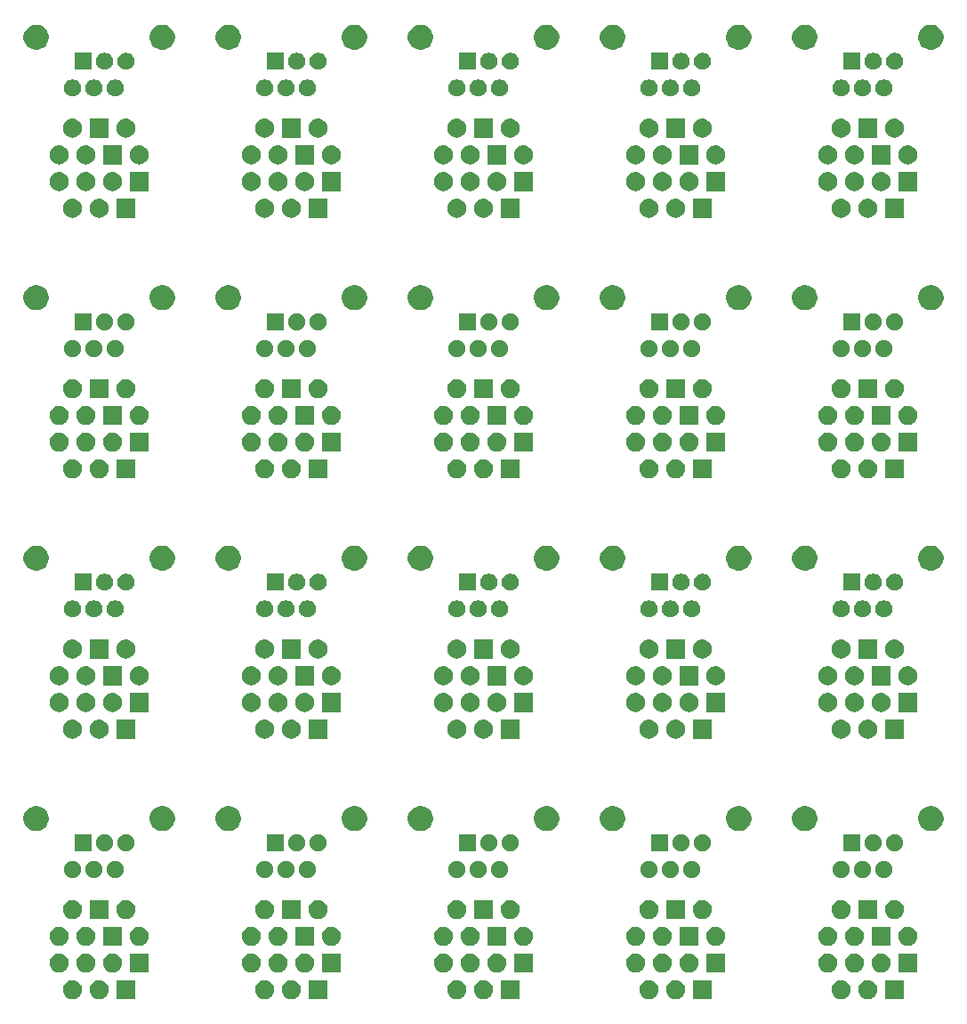
<source format=gts>
G04 #@! TF.GenerationSoftware,KiCad,Pcbnew,5.1.5+dfsg1-2build2*
G04 #@! TF.CreationDate,2020-09-11T16:17:58-03:00*
G04 #@! TF.ProjectId,panel2,70616e65-6c32-42e6-9b69-6361645f7063,rev?*
G04 #@! TF.SameCoordinates,Original*
G04 #@! TF.FileFunction,Soldermask,Top*
G04 #@! TF.FilePolarity,Negative*
%FSLAX46Y46*%
G04 Gerber Fmt 4.6, Leading zero omitted, Abs format (unit mm)*
G04 Created by KiCad (PCBNEW 5.1.5+dfsg1-2build2) date 2020-09-11 16:17:58*
%MOMM*%
%LPD*%
G04 APERTURE LIST*
%ADD10C,0.100000*%
G04 APERTURE END LIST*
D10*
G36*
X138950000Y-148856000D02*
G01*
X137148000Y-148856000D01*
X137148000Y-147054000D01*
X138950000Y-147054000D01*
X138950000Y-148856000D01*
G37*
G36*
X157238000Y-148856000D02*
G01*
X155436000Y-148856000D01*
X155436000Y-147054000D01*
X157238000Y-147054000D01*
X157238000Y-148856000D01*
G37*
G36*
X84086000Y-148856000D02*
G01*
X82284000Y-148856000D01*
X82284000Y-147054000D01*
X84086000Y-147054000D01*
X84086000Y-148856000D01*
G37*
G36*
X80758512Y-147058927D02*
G01*
X80907812Y-147088624D01*
X81071784Y-147156544D01*
X81219354Y-147255147D01*
X81344853Y-147380646D01*
X81443456Y-147528216D01*
X81511376Y-147692188D01*
X81546000Y-147866259D01*
X81546000Y-148043741D01*
X81511376Y-148217812D01*
X81443456Y-148381784D01*
X81344853Y-148529354D01*
X81219354Y-148654853D01*
X81071784Y-148753456D01*
X80907812Y-148821376D01*
X80758512Y-148851073D01*
X80733742Y-148856000D01*
X80556258Y-148856000D01*
X80531488Y-148851073D01*
X80382188Y-148821376D01*
X80218216Y-148753456D01*
X80070646Y-148654853D01*
X79945147Y-148529354D01*
X79846544Y-148381784D01*
X79778624Y-148217812D01*
X79744000Y-148043741D01*
X79744000Y-147866259D01*
X79778624Y-147692188D01*
X79846544Y-147528216D01*
X79945147Y-147380646D01*
X80070646Y-147255147D01*
X80218216Y-147156544D01*
X80382188Y-147088624D01*
X80531488Y-147058927D01*
X80556258Y-147054000D01*
X80733742Y-147054000D01*
X80758512Y-147058927D01*
G37*
G36*
X78218512Y-147058927D02*
G01*
X78367812Y-147088624D01*
X78531784Y-147156544D01*
X78679354Y-147255147D01*
X78804853Y-147380646D01*
X78903456Y-147528216D01*
X78971376Y-147692188D01*
X79006000Y-147866259D01*
X79006000Y-148043741D01*
X78971376Y-148217812D01*
X78903456Y-148381784D01*
X78804853Y-148529354D01*
X78679354Y-148654853D01*
X78531784Y-148753456D01*
X78367812Y-148821376D01*
X78218512Y-148851073D01*
X78193742Y-148856000D01*
X78016258Y-148856000D01*
X77991488Y-148851073D01*
X77842188Y-148821376D01*
X77678216Y-148753456D01*
X77530646Y-148654853D01*
X77405147Y-148529354D01*
X77306544Y-148381784D01*
X77238624Y-148217812D01*
X77204000Y-148043741D01*
X77204000Y-147866259D01*
X77238624Y-147692188D01*
X77306544Y-147528216D01*
X77405147Y-147380646D01*
X77530646Y-147255147D01*
X77678216Y-147156544D01*
X77842188Y-147088624D01*
X77991488Y-147058927D01*
X78016258Y-147054000D01*
X78193742Y-147054000D01*
X78218512Y-147058927D01*
G37*
G36*
X96506512Y-147058927D02*
G01*
X96655812Y-147088624D01*
X96819784Y-147156544D01*
X96967354Y-147255147D01*
X97092853Y-147380646D01*
X97191456Y-147528216D01*
X97259376Y-147692188D01*
X97294000Y-147866259D01*
X97294000Y-148043741D01*
X97259376Y-148217812D01*
X97191456Y-148381784D01*
X97092853Y-148529354D01*
X96967354Y-148654853D01*
X96819784Y-148753456D01*
X96655812Y-148821376D01*
X96506512Y-148851073D01*
X96481742Y-148856000D01*
X96304258Y-148856000D01*
X96279488Y-148851073D01*
X96130188Y-148821376D01*
X95966216Y-148753456D01*
X95818646Y-148654853D01*
X95693147Y-148529354D01*
X95594544Y-148381784D01*
X95526624Y-148217812D01*
X95492000Y-148043741D01*
X95492000Y-147866259D01*
X95526624Y-147692188D01*
X95594544Y-147528216D01*
X95693147Y-147380646D01*
X95818646Y-147255147D01*
X95966216Y-147156544D01*
X96130188Y-147088624D01*
X96279488Y-147058927D01*
X96304258Y-147054000D01*
X96481742Y-147054000D01*
X96506512Y-147058927D01*
G37*
G36*
X99046512Y-147058927D02*
G01*
X99195812Y-147088624D01*
X99359784Y-147156544D01*
X99507354Y-147255147D01*
X99632853Y-147380646D01*
X99731456Y-147528216D01*
X99799376Y-147692188D01*
X99834000Y-147866259D01*
X99834000Y-148043741D01*
X99799376Y-148217812D01*
X99731456Y-148381784D01*
X99632853Y-148529354D01*
X99507354Y-148654853D01*
X99359784Y-148753456D01*
X99195812Y-148821376D01*
X99046512Y-148851073D01*
X99021742Y-148856000D01*
X98844258Y-148856000D01*
X98819488Y-148851073D01*
X98670188Y-148821376D01*
X98506216Y-148753456D01*
X98358646Y-148654853D01*
X98233147Y-148529354D01*
X98134544Y-148381784D01*
X98066624Y-148217812D01*
X98032000Y-148043741D01*
X98032000Y-147866259D01*
X98066624Y-147692188D01*
X98134544Y-147528216D01*
X98233147Y-147380646D01*
X98358646Y-147255147D01*
X98506216Y-147156544D01*
X98670188Y-147088624D01*
X98819488Y-147058927D01*
X98844258Y-147054000D01*
X99021742Y-147054000D01*
X99046512Y-147058927D01*
G37*
G36*
X102374000Y-148856000D02*
G01*
X100572000Y-148856000D01*
X100572000Y-147054000D01*
X102374000Y-147054000D01*
X102374000Y-148856000D01*
G37*
G36*
X117334512Y-147058927D02*
G01*
X117483812Y-147088624D01*
X117647784Y-147156544D01*
X117795354Y-147255147D01*
X117920853Y-147380646D01*
X118019456Y-147528216D01*
X118087376Y-147692188D01*
X118122000Y-147866259D01*
X118122000Y-148043741D01*
X118087376Y-148217812D01*
X118019456Y-148381784D01*
X117920853Y-148529354D01*
X117795354Y-148654853D01*
X117647784Y-148753456D01*
X117483812Y-148821376D01*
X117334512Y-148851073D01*
X117309742Y-148856000D01*
X117132258Y-148856000D01*
X117107488Y-148851073D01*
X116958188Y-148821376D01*
X116794216Y-148753456D01*
X116646646Y-148654853D01*
X116521147Y-148529354D01*
X116422544Y-148381784D01*
X116354624Y-148217812D01*
X116320000Y-148043741D01*
X116320000Y-147866259D01*
X116354624Y-147692188D01*
X116422544Y-147528216D01*
X116521147Y-147380646D01*
X116646646Y-147255147D01*
X116794216Y-147156544D01*
X116958188Y-147088624D01*
X117107488Y-147058927D01*
X117132258Y-147054000D01*
X117309742Y-147054000D01*
X117334512Y-147058927D01*
G37*
G36*
X114794512Y-147058927D02*
G01*
X114943812Y-147088624D01*
X115107784Y-147156544D01*
X115255354Y-147255147D01*
X115380853Y-147380646D01*
X115479456Y-147528216D01*
X115547376Y-147692188D01*
X115582000Y-147866259D01*
X115582000Y-148043741D01*
X115547376Y-148217812D01*
X115479456Y-148381784D01*
X115380853Y-148529354D01*
X115255354Y-148654853D01*
X115107784Y-148753456D01*
X114943812Y-148821376D01*
X114794512Y-148851073D01*
X114769742Y-148856000D01*
X114592258Y-148856000D01*
X114567488Y-148851073D01*
X114418188Y-148821376D01*
X114254216Y-148753456D01*
X114106646Y-148654853D01*
X113981147Y-148529354D01*
X113882544Y-148381784D01*
X113814624Y-148217812D01*
X113780000Y-148043741D01*
X113780000Y-147866259D01*
X113814624Y-147692188D01*
X113882544Y-147528216D01*
X113981147Y-147380646D01*
X114106646Y-147255147D01*
X114254216Y-147156544D01*
X114418188Y-147088624D01*
X114567488Y-147058927D01*
X114592258Y-147054000D01*
X114769742Y-147054000D01*
X114794512Y-147058927D01*
G37*
G36*
X133082512Y-147058927D02*
G01*
X133231812Y-147088624D01*
X133395784Y-147156544D01*
X133543354Y-147255147D01*
X133668853Y-147380646D01*
X133767456Y-147528216D01*
X133835376Y-147692188D01*
X133870000Y-147866259D01*
X133870000Y-148043741D01*
X133835376Y-148217812D01*
X133767456Y-148381784D01*
X133668853Y-148529354D01*
X133543354Y-148654853D01*
X133395784Y-148753456D01*
X133231812Y-148821376D01*
X133082512Y-148851073D01*
X133057742Y-148856000D01*
X132880258Y-148856000D01*
X132855488Y-148851073D01*
X132706188Y-148821376D01*
X132542216Y-148753456D01*
X132394646Y-148654853D01*
X132269147Y-148529354D01*
X132170544Y-148381784D01*
X132102624Y-148217812D01*
X132068000Y-148043741D01*
X132068000Y-147866259D01*
X132102624Y-147692188D01*
X132170544Y-147528216D01*
X132269147Y-147380646D01*
X132394646Y-147255147D01*
X132542216Y-147156544D01*
X132706188Y-147088624D01*
X132855488Y-147058927D01*
X132880258Y-147054000D01*
X133057742Y-147054000D01*
X133082512Y-147058927D01*
G37*
G36*
X135622512Y-147058927D02*
G01*
X135771812Y-147088624D01*
X135935784Y-147156544D01*
X136083354Y-147255147D01*
X136208853Y-147380646D01*
X136307456Y-147528216D01*
X136375376Y-147692188D01*
X136410000Y-147866259D01*
X136410000Y-148043741D01*
X136375376Y-148217812D01*
X136307456Y-148381784D01*
X136208853Y-148529354D01*
X136083354Y-148654853D01*
X135935784Y-148753456D01*
X135771812Y-148821376D01*
X135622512Y-148851073D01*
X135597742Y-148856000D01*
X135420258Y-148856000D01*
X135395488Y-148851073D01*
X135246188Y-148821376D01*
X135082216Y-148753456D01*
X134934646Y-148654853D01*
X134809147Y-148529354D01*
X134710544Y-148381784D01*
X134642624Y-148217812D01*
X134608000Y-148043741D01*
X134608000Y-147866259D01*
X134642624Y-147692188D01*
X134710544Y-147528216D01*
X134809147Y-147380646D01*
X134934646Y-147255147D01*
X135082216Y-147156544D01*
X135246188Y-147088624D01*
X135395488Y-147058927D01*
X135420258Y-147054000D01*
X135597742Y-147054000D01*
X135622512Y-147058927D01*
G37*
G36*
X151370512Y-147058927D02*
G01*
X151519812Y-147088624D01*
X151683784Y-147156544D01*
X151831354Y-147255147D01*
X151956853Y-147380646D01*
X152055456Y-147528216D01*
X152123376Y-147692188D01*
X152158000Y-147866259D01*
X152158000Y-148043741D01*
X152123376Y-148217812D01*
X152055456Y-148381784D01*
X151956853Y-148529354D01*
X151831354Y-148654853D01*
X151683784Y-148753456D01*
X151519812Y-148821376D01*
X151370512Y-148851073D01*
X151345742Y-148856000D01*
X151168258Y-148856000D01*
X151143488Y-148851073D01*
X150994188Y-148821376D01*
X150830216Y-148753456D01*
X150682646Y-148654853D01*
X150557147Y-148529354D01*
X150458544Y-148381784D01*
X150390624Y-148217812D01*
X150356000Y-148043741D01*
X150356000Y-147866259D01*
X150390624Y-147692188D01*
X150458544Y-147528216D01*
X150557147Y-147380646D01*
X150682646Y-147255147D01*
X150830216Y-147156544D01*
X150994188Y-147088624D01*
X151143488Y-147058927D01*
X151168258Y-147054000D01*
X151345742Y-147054000D01*
X151370512Y-147058927D01*
G37*
G36*
X153910512Y-147058927D02*
G01*
X154059812Y-147088624D01*
X154223784Y-147156544D01*
X154371354Y-147255147D01*
X154496853Y-147380646D01*
X154595456Y-147528216D01*
X154663376Y-147692188D01*
X154698000Y-147866259D01*
X154698000Y-148043741D01*
X154663376Y-148217812D01*
X154595456Y-148381784D01*
X154496853Y-148529354D01*
X154371354Y-148654853D01*
X154223784Y-148753456D01*
X154059812Y-148821376D01*
X153910512Y-148851073D01*
X153885742Y-148856000D01*
X153708258Y-148856000D01*
X153683488Y-148851073D01*
X153534188Y-148821376D01*
X153370216Y-148753456D01*
X153222646Y-148654853D01*
X153097147Y-148529354D01*
X152998544Y-148381784D01*
X152930624Y-148217812D01*
X152896000Y-148043741D01*
X152896000Y-147866259D01*
X152930624Y-147692188D01*
X152998544Y-147528216D01*
X153097147Y-147380646D01*
X153222646Y-147255147D01*
X153370216Y-147156544D01*
X153534188Y-147088624D01*
X153683488Y-147058927D01*
X153708258Y-147054000D01*
X153885742Y-147054000D01*
X153910512Y-147058927D01*
G37*
G36*
X120662000Y-148856000D02*
G01*
X118860000Y-148856000D01*
X118860000Y-147054000D01*
X120662000Y-147054000D01*
X120662000Y-148856000D01*
G37*
G36*
X118604512Y-144518927D02*
G01*
X118753812Y-144548624D01*
X118917784Y-144616544D01*
X119065354Y-144715147D01*
X119190853Y-144840646D01*
X119289456Y-144988216D01*
X119357376Y-145152188D01*
X119392000Y-145326259D01*
X119392000Y-145503741D01*
X119357376Y-145677812D01*
X119289456Y-145841784D01*
X119190853Y-145989354D01*
X119065354Y-146114853D01*
X118917784Y-146213456D01*
X118753812Y-146281376D01*
X118604512Y-146311073D01*
X118579742Y-146316000D01*
X118402258Y-146316000D01*
X118377488Y-146311073D01*
X118228188Y-146281376D01*
X118064216Y-146213456D01*
X117916646Y-146114853D01*
X117791147Y-145989354D01*
X117692544Y-145841784D01*
X117624624Y-145677812D01*
X117590000Y-145503741D01*
X117590000Y-145326259D01*
X117624624Y-145152188D01*
X117692544Y-144988216D01*
X117791147Y-144840646D01*
X117916646Y-144715147D01*
X118064216Y-144616544D01*
X118228188Y-144548624D01*
X118377488Y-144518927D01*
X118402258Y-144514000D01*
X118579742Y-144514000D01*
X118604512Y-144518927D01*
G37*
G36*
X121932000Y-146316000D02*
G01*
X120130000Y-146316000D01*
X120130000Y-144514000D01*
X121932000Y-144514000D01*
X121932000Y-146316000D01*
G37*
G36*
X103644000Y-146316000D02*
G01*
X101842000Y-146316000D01*
X101842000Y-144514000D01*
X103644000Y-144514000D01*
X103644000Y-146316000D01*
G37*
G36*
X100316512Y-144518927D02*
G01*
X100465812Y-144548624D01*
X100629784Y-144616544D01*
X100777354Y-144715147D01*
X100902853Y-144840646D01*
X101001456Y-144988216D01*
X101069376Y-145152188D01*
X101104000Y-145326259D01*
X101104000Y-145503741D01*
X101069376Y-145677812D01*
X101001456Y-145841784D01*
X100902853Y-145989354D01*
X100777354Y-146114853D01*
X100629784Y-146213456D01*
X100465812Y-146281376D01*
X100316512Y-146311073D01*
X100291742Y-146316000D01*
X100114258Y-146316000D01*
X100089488Y-146311073D01*
X99940188Y-146281376D01*
X99776216Y-146213456D01*
X99628646Y-146114853D01*
X99503147Y-145989354D01*
X99404544Y-145841784D01*
X99336624Y-145677812D01*
X99302000Y-145503741D01*
X99302000Y-145326259D01*
X99336624Y-145152188D01*
X99404544Y-144988216D01*
X99503147Y-144840646D01*
X99628646Y-144715147D01*
X99776216Y-144616544D01*
X99940188Y-144548624D01*
X100089488Y-144518927D01*
X100114258Y-144514000D01*
X100291742Y-144514000D01*
X100316512Y-144518927D01*
G37*
G36*
X97776512Y-144518927D02*
G01*
X97925812Y-144548624D01*
X98089784Y-144616544D01*
X98237354Y-144715147D01*
X98362853Y-144840646D01*
X98461456Y-144988216D01*
X98529376Y-145152188D01*
X98564000Y-145326259D01*
X98564000Y-145503741D01*
X98529376Y-145677812D01*
X98461456Y-145841784D01*
X98362853Y-145989354D01*
X98237354Y-146114853D01*
X98089784Y-146213456D01*
X97925812Y-146281376D01*
X97776512Y-146311073D01*
X97751742Y-146316000D01*
X97574258Y-146316000D01*
X97549488Y-146311073D01*
X97400188Y-146281376D01*
X97236216Y-146213456D01*
X97088646Y-146114853D01*
X96963147Y-145989354D01*
X96864544Y-145841784D01*
X96796624Y-145677812D01*
X96762000Y-145503741D01*
X96762000Y-145326259D01*
X96796624Y-145152188D01*
X96864544Y-144988216D01*
X96963147Y-144840646D01*
X97088646Y-144715147D01*
X97236216Y-144616544D01*
X97400188Y-144548624D01*
X97549488Y-144518927D01*
X97574258Y-144514000D01*
X97751742Y-144514000D01*
X97776512Y-144518927D01*
G37*
G36*
X95236512Y-144518927D02*
G01*
X95385812Y-144548624D01*
X95549784Y-144616544D01*
X95697354Y-144715147D01*
X95822853Y-144840646D01*
X95921456Y-144988216D01*
X95989376Y-145152188D01*
X96024000Y-145326259D01*
X96024000Y-145503741D01*
X95989376Y-145677812D01*
X95921456Y-145841784D01*
X95822853Y-145989354D01*
X95697354Y-146114853D01*
X95549784Y-146213456D01*
X95385812Y-146281376D01*
X95236512Y-146311073D01*
X95211742Y-146316000D01*
X95034258Y-146316000D01*
X95009488Y-146311073D01*
X94860188Y-146281376D01*
X94696216Y-146213456D01*
X94548646Y-146114853D01*
X94423147Y-145989354D01*
X94324544Y-145841784D01*
X94256624Y-145677812D01*
X94222000Y-145503741D01*
X94222000Y-145326259D01*
X94256624Y-145152188D01*
X94324544Y-144988216D01*
X94423147Y-144840646D01*
X94548646Y-144715147D01*
X94696216Y-144616544D01*
X94860188Y-144548624D01*
X95009488Y-144518927D01*
X95034258Y-144514000D01*
X95211742Y-144514000D01*
X95236512Y-144518927D01*
G37*
G36*
X79488512Y-144518927D02*
G01*
X79637812Y-144548624D01*
X79801784Y-144616544D01*
X79949354Y-144715147D01*
X80074853Y-144840646D01*
X80173456Y-144988216D01*
X80241376Y-145152188D01*
X80276000Y-145326259D01*
X80276000Y-145503741D01*
X80241376Y-145677812D01*
X80173456Y-145841784D01*
X80074853Y-145989354D01*
X79949354Y-146114853D01*
X79801784Y-146213456D01*
X79637812Y-146281376D01*
X79488512Y-146311073D01*
X79463742Y-146316000D01*
X79286258Y-146316000D01*
X79261488Y-146311073D01*
X79112188Y-146281376D01*
X78948216Y-146213456D01*
X78800646Y-146114853D01*
X78675147Y-145989354D01*
X78576544Y-145841784D01*
X78508624Y-145677812D01*
X78474000Y-145503741D01*
X78474000Y-145326259D01*
X78508624Y-145152188D01*
X78576544Y-144988216D01*
X78675147Y-144840646D01*
X78800646Y-144715147D01*
X78948216Y-144616544D01*
X79112188Y-144548624D01*
X79261488Y-144518927D01*
X79286258Y-144514000D01*
X79463742Y-144514000D01*
X79488512Y-144518927D01*
G37*
G36*
X82028512Y-144518927D02*
G01*
X82177812Y-144548624D01*
X82341784Y-144616544D01*
X82489354Y-144715147D01*
X82614853Y-144840646D01*
X82713456Y-144988216D01*
X82781376Y-145152188D01*
X82816000Y-145326259D01*
X82816000Y-145503741D01*
X82781376Y-145677812D01*
X82713456Y-145841784D01*
X82614853Y-145989354D01*
X82489354Y-146114853D01*
X82341784Y-146213456D01*
X82177812Y-146281376D01*
X82028512Y-146311073D01*
X82003742Y-146316000D01*
X81826258Y-146316000D01*
X81801488Y-146311073D01*
X81652188Y-146281376D01*
X81488216Y-146213456D01*
X81340646Y-146114853D01*
X81215147Y-145989354D01*
X81116544Y-145841784D01*
X81048624Y-145677812D01*
X81014000Y-145503741D01*
X81014000Y-145326259D01*
X81048624Y-145152188D01*
X81116544Y-144988216D01*
X81215147Y-144840646D01*
X81340646Y-144715147D01*
X81488216Y-144616544D01*
X81652188Y-144548624D01*
X81801488Y-144518927D01*
X81826258Y-144514000D01*
X82003742Y-144514000D01*
X82028512Y-144518927D01*
G37*
G36*
X85356000Y-146316000D02*
G01*
X83554000Y-146316000D01*
X83554000Y-144514000D01*
X85356000Y-144514000D01*
X85356000Y-146316000D01*
G37*
G36*
X76948512Y-144518927D02*
G01*
X77097812Y-144548624D01*
X77261784Y-144616544D01*
X77409354Y-144715147D01*
X77534853Y-144840646D01*
X77633456Y-144988216D01*
X77701376Y-145152188D01*
X77736000Y-145326259D01*
X77736000Y-145503741D01*
X77701376Y-145677812D01*
X77633456Y-145841784D01*
X77534853Y-145989354D01*
X77409354Y-146114853D01*
X77261784Y-146213456D01*
X77097812Y-146281376D01*
X76948512Y-146311073D01*
X76923742Y-146316000D01*
X76746258Y-146316000D01*
X76721488Y-146311073D01*
X76572188Y-146281376D01*
X76408216Y-146213456D01*
X76260646Y-146114853D01*
X76135147Y-145989354D01*
X76036544Y-145841784D01*
X75968624Y-145677812D01*
X75934000Y-145503741D01*
X75934000Y-145326259D01*
X75968624Y-145152188D01*
X76036544Y-144988216D01*
X76135147Y-144840646D01*
X76260646Y-144715147D01*
X76408216Y-144616544D01*
X76572188Y-144548624D01*
X76721488Y-144518927D01*
X76746258Y-144514000D01*
X76923742Y-144514000D01*
X76948512Y-144518927D01*
G37*
G36*
X113524512Y-144518927D02*
G01*
X113673812Y-144548624D01*
X113837784Y-144616544D01*
X113985354Y-144715147D01*
X114110853Y-144840646D01*
X114209456Y-144988216D01*
X114277376Y-145152188D01*
X114312000Y-145326259D01*
X114312000Y-145503741D01*
X114277376Y-145677812D01*
X114209456Y-145841784D01*
X114110853Y-145989354D01*
X113985354Y-146114853D01*
X113837784Y-146213456D01*
X113673812Y-146281376D01*
X113524512Y-146311073D01*
X113499742Y-146316000D01*
X113322258Y-146316000D01*
X113297488Y-146311073D01*
X113148188Y-146281376D01*
X112984216Y-146213456D01*
X112836646Y-146114853D01*
X112711147Y-145989354D01*
X112612544Y-145841784D01*
X112544624Y-145677812D01*
X112510000Y-145503741D01*
X112510000Y-145326259D01*
X112544624Y-145152188D01*
X112612544Y-144988216D01*
X112711147Y-144840646D01*
X112836646Y-144715147D01*
X112984216Y-144616544D01*
X113148188Y-144548624D01*
X113297488Y-144518927D01*
X113322258Y-144514000D01*
X113499742Y-144514000D01*
X113524512Y-144518927D01*
G37*
G36*
X116064512Y-144518927D02*
G01*
X116213812Y-144548624D01*
X116377784Y-144616544D01*
X116525354Y-144715147D01*
X116650853Y-144840646D01*
X116749456Y-144988216D01*
X116817376Y-145152188D01*
X116852000Y-145326259D01*
X116852000Y-145503741D01*
X116817376Y-145677812D01*
X116749456Y-145841784D01*
X116650853Y-145989354D01*
X116525354Y-146114853D01*
X116377784Y-146213456D01*
X116213812Y-146281376D01*
X116064512Y-146311073D01*
X116039742Y-146316000D01*
X115862258Y-146316000D01*
X115837488Y-146311073D01*
X115688188Y-146281376D01*
X115524216Y-146213456D01*
X115376646Y-146114853D01*
X115251147Y-145989354D01*
X115152544Y-145841784D01*
X115084624Y-145677812D01*
X115050000Y-145503741D01*
X115050000Y-145326259D01*
X115084624Y-145152188D01*
X115152544Y-144988216D01*
X115251147Y-144840646D01*
X115376646Y-144715147D01*
X115524216Y-144616544D01*
X115688188Y-144548624D01*
X115837488Y-144518927D01*
X115862258Y-144514000D01*
X116039742Y-144514000D01*
X116064512Y-144518927D01*
G37*
G36*
X134352512Y-144518927D02*
G01*
X134501812Y-144548624D01*
X134665784Y-144616544D01*
X134813354Y-144715147D01*
X134938853Y-144840646D01*
X135037456Y-144988216D01*
X135105376Y-145152188D01*
X135140000Y-145326259D01*
X135140000Y-145503741D01*
X135105376Y-145677812D01*
X135037456Y-145841784D01*
X134938853Y-145989354D01*
X134813354Y-146114853D01*
X134665784Y-146213456D01*
X134501812Y-146281376D01*
X134352512Y-146311073D01*
X134327742Y-146316000D01*
X134150258Y-146316000D01*
X134125488Y-146311073D01*
X133976188Y-146281376D01*
X133812216Y-146213456D01*
X133664646Y-146114853D01*
X133539147Y-145989354D01*
X133440544Y-145841784D01*
X133372624Y-145677812D01*
X133338000Y-145503741D01*
X133338000Y-145326259D01*
X133372624Y-145152188D01*
X133440544Y-144988216D01*
X133539147Y-144840646D01*
X133664646Y-144715147D01*
X133812216Y-144616544D01*
X133976188Y-144548624D01*
X134125488Y-144518927D01*
X134150258Y-144514000D01*
X134327742Y-144514000D01*
X134352512Y-144518927D01*
G37*
G36*
X136892512Y-144518927D02*
G01*
X137041812Y-144548624D01*
X137205784Y-144616544D01*
X137353354Y-144715147D01*
X137478853Y-144840646D01*
X137577456Y-144988216D01*
X137645376Y-145152188D01*
X137680000Y-145326259D01*
X137680000Y-145503741D01*
X137645376Y-145677812D01*
X137577456Y-145841784D01*
X137478853Y-145989354D01*
X137353354Y-146114853D01*
X137205784Y-146213456D01*
X137041812Y-146281376D01*
X136892512Y-146311073D01*
X136867742Y-146316000D01*
X136690258Y-146316000D01*
X136665488Y-146311073D01*
X136516188Y-146281376D01*
X136352216Y-146213456D01*
X136204646Y-146114853D01*
X136079147Y-145989354D01*
X135980544Y-145841784D01*
X135912624Y-145677812D01*
X135878000Y-145503741D01*
X135878000Y-145326259D01*
X135912624Y-145152188D01*
X135980544Y-144988216D01*
X136079147Y-144840646D01*
X136204646Y-144715147D01*
X136352216Y-144616544D01*
X136516188Y-144548624D01*
X136665488Y-144518927D01*
X136690258Y-144514000D01*
X136867742Y-144514000D01*
X136892512Y-144518927D01*
G37*
G36*
X140220000Y-146316000D02*
G01*
X138418000Y-146316000D01*
X138418000Y-144514000D01*
X140220000Y-144514000D01*
X140220000Y-146316000D01*
G37*
G36*
X155180512Y-144518927D02*
G01*
X155329812Y-144548624D01*
X155493784Y-144616544D01*
X155641354Y-144715147D01*
X155766853Y-144840646D01*
X155865456Y-144988216D01*
X155933376Y-145152188D01*
X155968000Y-145326259D01*
X155968000Y-145503741D01*
X155933376Y-145677812D01*
X155865456Y-145841784D01*
X155766853Y-145989354D01*
X155641354Y-146114853D01*
X155493784Y-146213456D01*
X155329812Y-146281376D01*
X155180512Y-146311073D01*
X155155742Y-146316000D01*
X154978258Y-146316000D01*
X154953488Y-146311073D01*
X154804188Y-146281376D01*
X154640216Y-146213456D01*
X154492646Y-146114853D01*
X154367147Y-145989354D01*
X154268544Y-145841784D01*
X154200624Y-145677812D01*
X154166000Y-145503741D01*
X154166000Y-145326259D01*
X154200624Y-145152188D01*
X154268544Y-144988216D01*
X154367147Y-144840646D01*
X154492646Y-144715147D01*
X154640216Y-144616544D01*
X154804188Y-144548624D01*
X154953488Y-144518927D01*
X154978258Y-144514000D01*
X155155742Y-144514000D01*
X155180512Y-144518927D01*
G37*
G36*
X150100512Y-144518927D02*
G01*
X150249812Y-144548624D01*
X150413784Y-144616544D01*
X150561354Y-144715147D01*
X150686853Y-144840646D01*
X150785456Y-144988216D01*
X150853376Y-145152188D01*
X150888000Y-145326259D01*
X150888000Y-145503741D01*
X150853376Y-145677812D01*
X150785456Y-145841784D01*
X150686853Y-145989354D01*
X150561354Y-146114853D01*
X150413784Y-146213456D01*
X150249812Y-146281376D01*
X150100512Y-146311073D01*
X150075742Y-146316000D01*
X149898258Y-146316000D01*
X149873488Y-146311073D01*
X149724188Y-146281376D01*
X149560216Y-146213456D01*
X149412646Y-146114853D01*
X149287147Y-145989354D01*
X149188544Y-145841784D01*
X149120624Y-145677812D01*
X149086000Y-145503741D01*
X149086000Y-145326259D01*
X149120624Y-145152188D01*
X149188544Y-144988216D01*
X149287147Y-144840646D01*
X149412646Y-144715147D01*
X149560216Y-144616544D01*
X149724188Y-144548624D01*
X149873488Y-144518927D01*
X149898258Y-144514000D01*
X150075742Y-144514000D01*
X150100512Y-144518927D01*
G37*
G36*
X152640512Y-144518927D02*
G01*
X152789812Y-144548624D01*
X152953784Y-144616544D01*
X153101354Y-144715147D01*
X153226853Y-144840646D01*
X153325456Y-144988216D01*
X153393376Y-145152188D01*
X153428000Y-145326259D01*
X153428000Y-145503741D01*
X153393376Y-145677812D01*
X153325456Y-145841784D01*
X153226853Y-145989354D01*
X153101354Y-146114853D01*
X152953784Y-146213456D01*
X152789812Y-146281376D01*
X152640512Y-146311073D01*
X152615742Y-146316000D01*
X152438258Y-146316000D01*
X152413488Y-146311073D01*
X152264188Y-146281376D01*
X152100216Y-146213456D01*
X151952646Y-146114853D01*
X151827147Y-145989354D01*
X151728544Y-145841784D01*
X151660624Y-145677812D01*
X151626000Y-145503741D01*
X151626000Y-145326259D01*
X151660624Y-145152188D01*
X151728544Y-144988216D01*
X151827147Y-144840646D01*
X151952646Y-144715147D01*
X152100216Y-144616544D01*
X152264188Y-144548624D01*
X152413488Y-144518927D01*
X152438258Y-144514000D01*
X152615742Y-144514000D01*
X152640512Y-144518927D01*
G37*
G36*
X158508000Y-146316000D02*
G01*
X156706000Y-146316000D01*
X156706000Y-144514000D01*
X158508000Y-144514000D01*
X158508000Y-146316000D01*
G37*
G36*
X131812512Y-144518927D02*
G01*
X131961812Y-144548624D01*
X132125784Y-144616544D01*
X132273354Y-144715147D01*
X132398853Y-144840646D01*
X132497456Y-144988216D01*
X132565376Y-145152188D01*
X132600000Y-145326259D01*
X132600000Y-145503741D01*
X132565376Y-145677812D01*
X132497456Y-145841784D01*
X132398853Y-145989354D01*
X132273354Y-146114853D01*
X132125784Y-146213456D01*
X131961812Y-146281376D01*
X131812512Y-146311073D01*
X131787742Y-146316000D01*
X131610258Y-146316000D01*
X131585488Y-146311073D01*
X131436188Y-146281376D01*
X131272216Y-146213456D01*
X131124646Y-146114853D01*
X130999147Y-145989354D01*
X130900544Y-145841784D01*
X130832624Y-145677812D01*
X130798000Y-145503741D01*
X130798000Y-145326259D01*
X130832624Y-145152188D01*
X130900544Y-144988216D01*
X130999147Y-144840646D01*
X131124646Y-144715147D01*
X131272216Y-144616544D01*
X131436188Y-144548624D01*
X131585488Y-144518927D01*
X131610258Y-144514000D01*
X131787742Y-144514000D01*
X131812512Y-144518927D01*
G37*
G36*
X150100512Y-141978927D02*
G01*
X150249812Y-142008624D01*
X150413784Y-142076544D01*
X150561354Y-142175147D01*
X150686853Y-142300646D01*
X150785456Y-142448216D01*
X150853376Y-142612188D01*
X150888000Y-142786259D01*
X150888000Y-142963741D01*
X150853376Y-143137812D01*
X150785456Y-143301784D01*
X150686853Y-143449354D01*
X150561354Y-143574853D01*
X150413784Y-143673456D01*
X150249812Y-143741376D01*
X150100512Y-143771073D01*
X150075742Y-143776000D01*
X149898258Y-143776000D01*
X149873488Y-143771073D01*
X149724188Y-143741376D01*
X149560216Y-143673456D01*
X149412646Y-143574853D01*
X149287147Y-143449354D01*
X149188544Y-143301784D01*
X149120624Y-143137812D01*
X149086000Y-142963741D01*
X149086000Y-142786259D01*
X149120624Y-142612188D01*
X149188544Y-142448216D01*
X149287147Y-142300646D01*
X149412646Y-142175147D01*
X149560216Y-142076544D01*
X149724188Y-142008624D01*
X149873488Y-141978927D01*
X149898258Y-141974000D01*
X150075742Y-141974000D01*
X150100512Y-141978927D01*
G37*
G36*
X152640512Y-141978927D02*
G01*
X152789812Y-142008624D01*
X152953784Y-142076544D01*
X153101354Y-142175147D01*
X153226853Y-142300646D01*
X153325456Y-142448216D01*
X153393376Y-142612188D01*
X153428000Y-142786259D01*
X153428000Y-142963741D01*
X153393376Y-143137812D01*
X153325456Y-143301784D01*
X153226853Y-143449354D01*
X153101354Y-143574853D01*
X152953784Y-143673456D01*
X152789812Y-143741376D01*
X152640512Y-143771073D01*
X152615742Y-143776000D01*
X152438258Y-143776000D01*
X152413488Y-143771073D01*
X152264188Y-143741376D01*
X152100216Y-143673456D01*
X151952646Y-143574853D01*
X151827147Y-143449354D01*
X151728544Y-143301784D01*
X151660624Y-143137812D01*
X151626000Y-142963741D01*
X151626000Y-142786259D01*
X151660624Y-142612188D01*
X151728544Y-142448216D01*
X151827147Y-142300646D01*
X151952646Y-142175147D01*
X152100216Y-142076544D01*
X152264188Y-142008624D01*
X152413488Y-141978927D01*
X152438258Y-141974000D01*
X152615742Y-141974000D01*
X152640512Y-141978927D01*
G37*
G36*
X155968000Y-143776000D02*
G01*
X154166000Y-143776000D01*
X154166000Y-141974000D01*
X155968000Y-141974000D01*
X155968000Y-143776000D01*
G37*
G36*
X157720512Y-141978927D02*
G01*
X157869812Y-142008624D01*
X158033784Y-142076544D01*
X158181354Y-142175147D01*
X158306853Y-142300646D01*
X158405456Y-142448216D01*
X158473376Y-142612188D01*
X158508000Y-142786259D01*
X158508000Y-142963741D01*
X158473376Y-143137812D01*
X158405456Y-143301784D01*
X158306853Y-143449354D01*
X158181354Y-143574853D01*
X158033784Y-143673456D01*
X157869812Y-143741376D01*
X157720512Y-143771073D01*
X157695742Y-143776000D01*
X157518258Y-143776000D01*
X157493488Y-143771073D01*
X157344188Y-143741376D01*
X157180216Y-143673456D01*
X157032646Y-143574853D01*
X156907147Y-143449354D01*
X156808544Y-143301784D01*
X156740624Y-143137812D01*
X156706000Y-142963741D01*
X156706000Y-142786259D01*
X156740624Y-142612188D01*
X156808544Y-142448216D01*
X156907147Y-142300646D01*
X157032646Y-142175147D01*
X157180216Y-142076544D01*
X157344188Y-142008624D01*
X157493488Y-141978927D01*
X157518258Y-141974000D01*
X157695742Y-141974000D01*
X157720512Y-141978927D01*
G37*
G36*
X139432512Y-141978927D02*
G01*
X139581812Y-142008624D01*
X139745784Y-142076544D01*
X139893354Y-142175147D01*
X140018853Y-142300646D01*
X140117456Y-142448216D01*
X140185376Y-142612188D01*
X140220000Y-142786259D01*
X140220000Y-142963741D01*
X140185376Y-143137812D01*
X140117456Y-143301784D01*
X140018853Y-143449354D01*
X139893354Y-143574853D01*
X139745784Y-143673456D01*
X139581812Y-143741376D01*
X139432512Y-143771073D01*
X139407742Y-143776000D01*
X139230258Y-143776000D01*
X139205488Y-143771073D01*
X139056188Y-143741376D01*
X138892216Y-143673456D01*
X138744646Y-143574853D01*
X138619147Y-143449354D01*
X138520544Y-143301784D01*
X138452624Y-143137812D01*
X138418000Y-142963741D01*
X138418000Y-142786259D01*
X138452624Y-142612188D01*
X138520544Y-142448216D01*
X138619147Y-142300646D01*
X138744646Y-142175147D01*
X138892216Y-142076544D01*
X139056188Y-142008624D01*
X139205488Y-141978927D01*
X139230258Y-141974000D01*
X139407742Y-141974000D01*
X139432512Y-141978927D01*
G37*
G36*
X137680000Y-143776000D02*
G01*
X135878000Y-143776000D01*
X135878000Y-141974000D01*
X137680000Y-141974000D01*
X137680000Y-143776000D01*
G37*
G36*
X76948512Y-141978927D02*
G01*
X77097812Y-142008624D01*
X77261784Y-142076544D01*
X77409354Y-142175147D01*
X77534853Y-142300646D01*
X77633456Y-142448216D01*
X77701376Y-142612188D01*
X77736000Y-142786259D01*
X77736000Y-142963741D01*
X77701376Y-143137812D01*
X77633456Y-143301784D01*
X77534853Y-143449354D01*
X77409354Y-143574853D01*
X77261784Y-143673456D01*
X77097812Y-143741376D01*
X76948512Y-143771073D01*
X76923742Y-143776000D01*
X76746258Y-143776000D01*
X76721488Y-143771073D01*
X76572188Y-143741376D01*
X76408216Y-143673456D01*
X76260646Y-143574853D01*
X76135147Y-143449354D01*
X76036544Y-143301784D01*
X75968624Y-143137812D01*
X75934000Y-142963741D01*
X75934000Y-142786259D01*
X75968624Y-142612188D01*
X76036544Y-142448216D01*
X76135147Y-142300646D01*
X76260646Y-142175147D01*
X76408216Y-142076544D01*
X76572188Y-142008624D01*
X76721488Y-141978927D01*
X76746258Y-141974000D01*
X76923742Y-141974000D01*
X76948512Y-141978927D01*
G37*
G36*
X79488512Y-141978927D02*
G01*
X79637812Y-142008624D01*
X79801784Y-142076544D01*
X79949354Y-142175147D01*
X80074853Y-142300646D01*
X80173456Y-142448216D01*
X80241376Y-142612188D01*
X80276000Y-142786259D01*
X80276000Y-142963741D01*
X80241376Y-143137812D01*
X80173456Y-143301784D01*
X80074853Y-143449354D01*
X79949354Y-143574853D01*
X79801784Y-143673456D01*
X79637812Y-143741376D01*
X79488512Y-143771073D01*
X79463742Y-143776000D01*
X79286258Y-143776000D01*
X79261488Y-143771073D01*
X79112188Y-143741376D01*
X78948216Y-143673456D01*
X78800646Y-143574853D01*
X78675147Y-143449354D01*
X78576544Y-143301784D01*
X78508624Y-143137812D01*
X78474000Y-142963741D01*
X78474000Y-142786259D01*
X78508624Y-142612188D01*
X78576544Y-142448216D01*
X78675147Y-142300646D01*
X78800646Y-142175147D01*
X78948216Y-142076544D01*
X79112188Y-142008624D01*
X79261488Y-141978927D01*
X79286258Y-141974000D01*
X79463742Y-141974000D01*
X79488512Y-141978927D01*
G37*
G36*
X131812512Y-141978927D02*
G01*
X131961812Y-142008624D01*
X132125784Y-142076544D01*
X132273354Y-142175147D01*
X132398853Y-142300646D01*
X132497456Y-142448216D01*
X132565376Y-142612188D01*
X132600000Y-142786259D01*
X132600000Y-142963741D01*
X132565376Y-143137812D01*
X132497456Y-143301784D01*
X132398853Y-143449354D01*
X132273354Y-143574853D01*
X132125784Y-143673456D01*
X131961812Y-143741376D01*
X131812512Y-143771073D01*
X131787742Y-143776000D01*
X131610258Y-143776000D01*
X131585488Y-143771073D01*
X131436188Y-143741376D01*
X131272216Y-143673456D01*
X131124646Y-143574853D01*
X130999147Y-143449354D01*
X130900544Y-143301784D01*
X130832624Y-143137812D01*
X130798000Y-142963741D01*
X130798000Y-142786259D01*
X130832624Y-142612188D01*
X130900544Y-142448216D01*
X130999147Y-142300646D01*
X131124646Y-142175147D01*
X131272216Y-142076544D01*
X131436188Y-142008624D01*
X131585488Y-141978927D01*
X131610258Y-141974000D01*
X131787742Y-141974000D01*
X131812512Y-141978927D01*
G37*
G36*
X84568512Y-141978927D02*
G01*
X84717812Y-142008624D01*
X84881784Y-142076544D01*
X85029354Y-142175147D01*
X85154853Y-142300646D01*
X85253456Y-142448216D01*
X85321376Y-142612188D01*
X85356000Y-142786259D01*
X85356000Y-142963741D01*
X85321376Y-143137812D01*
X85253456Y-143301784D01*
X85154853Y-143449354D01*
X85029354Y-143574853D01*
X84881784Y-143673456D01*
X84717812Y-143741376D01*
X84568512Y-143771073D01*
X84543742Y-143776000D01*
X84366258Y-143776000D01*
X84341488Y-143771073D01*
X84192188Y-143741376D01*
X84028216Y-143673456D01*
X83880646Y-143574853D01*
X83755147Y-143449354D01*
X83656544Y-143301784D01*
X83588624Y-143137812D01*
X83554000Y-142963741D01*
X83554000Y-142786259D01*
X83588624Y-142612188D01*
X83656544Y-142448216D01*
X83755147Y-142300646D01*
X83880646Y-142175147D01*
X84028216Y-142076544D01*
X84192188Y-142008624D01*
X84341488Y-141978927D01*
X84366258Y-141974000D01*
X84543742Y-141974000D01*
X84568512Y-141978927D01*
G37*
G36*
X134352512Y-141978927D02*
G01*
X134501812Y-142008624D01*
X134665784Y-142076544D01*
X134813354Y-142175147D01*
X134938853Y-142300646D01*
X135037456Y-142448216D01*
X135105376Y-142612188D01*
X135140000Y-142786259D01*
X135140000Y-142963741D01*
X135105376Y-143137812D01*
X135037456Y-143301784D01*
X134938853Y-143449354D01*
X134813354Y-143574853D01*
X134665784Y-143673456D01*
X134501812Y-143741376D01*
X134352512Y-143771073D01*
X134327742Y-143776000D01*
X134150258Y-143776000D01*
X134125488Y-143771073D01*
X133976188Y-143741376D01*
X133812216Y-143673456D01*
X133664646Y-143574853D01*
X133539147Y-143449354D01*
X133440544Y-143301784D01*
X133372624Y-143137812D01*
X133338000Y-142963741D01*
X133338000Y-142786259D01*
X133372624Y-142612188D01*
X133440544Y-142448216D01*
X133539147Y-142300646D01*
X133664646Y-142175147D01*
X133812216Y-142076544D01*
X133976188Y-142008624D01*
X134125488Y-141978927D01*
X134150258Y-141974000D01*
X134327742Y-141974000D01*
X134352512Y-141978927D01*
G37*
G36*
X113524512Y-141978927D02*
G01*
X113673812Y-142008624D01*
X113837784Y-142076544D01*
X113985354Y-142175147D01*
X114110853Y-142300646D01*
X114209456Y-142448216D01*
X114277376Y-142612188D01*
X114312000Y-142786259D01*
X114312000Y-142963741D01*
X114277376Y-143137812D01*
X114209456Y-143301784D01*
X114110853Y-143449354D01*
X113985354Y-143574853D01*
X113837784Y-143673456D01*
X113673812Y-143741376D01*
X113524512Y-143771073D01*
X113499742Y-143776000D01*
X113322258Y-143776000D01*
X113297488Y-143771073D01*
X113148188Y-143741376D01*
X112984216Y-143673456D01*
X112836646Y-143574853D01*
X112711147Y-143449354D01*
X112612544Y-143301784D01*
X112544624Y-143137812D01*
X112510000Y-142963741D01*
X112510000Y-142786259D01*
X112544624Y-142612188D01*
X112612544Y-142448216D01*
X112711147Y-142300646D01*
X112836646Y-142175147D01*
X112984216Y-142076544D01*
X113148188Y-142008624D01*
X113297488Y-141978927D01*
X113322258Y-141974000D01*
X113499742Y-141974000D01*
X113524512Y-141978927D01*
G37*
G36*
X95236512Y-141978927D02*
G01*
X95385812Y-142008624D01*
X95549784Y-142076544D01*
X95697354Y-142175147D01*
X95822853Y-142300646D01*
X95921456Y-142448216D01*
X95989376Y-142612188D01*
X96024000Y-142786259D01*
X96024000Y-142963741D01*
X95989376Y-143137812D01*
X95921456Y-143301784D01*
X95822853Y-143449354D01*
X95697354Y-143574853D01*
X95549784Y-143673456D01*
X95385812Y-143741376D01*
X95236512Y-143771073D01*
X95211742Y-143776000D01*
X95034258Y-143776000D01*
X95009488Y-143771073D01*
X94860188Y-143741376D01*
X94696216Y-143673456D01*
X94548646Y-143574853D01*
X94423147Y-143449354D01*
X94324544Y-143301784D01*
X94256624Y-143137812D01*
X94222000Y-142963741D01*
X94222000Y-142786259D01*
X94256624Y-142612188D01*
X94324544Y-142448216D01*
X94423147Y-142300646D01*
X94548646Y-142175147D01*
X94696216Y-142076544D01*
X94860188Y-142008624D01*
X95009488Y-141978927D01*
X95034258Y-141974000D01*
X95211742Y-141974000D01*
X95236512Y-141978927D01*
G37*
G36*
X97776512Y-141978927D02*
G01*
X97925812Y-142008624D01*
X98089784Y-142076544D01*
X98237354Y-142175147D01*
X98362853Y-142300646D01*
X98461456Y-142448216D01*
X98529376Y-142612188D01*
X98564000Y-142786259D01*
X98564000Y-142963741D01*
X98529376Y-143137812D01*
X98461456Y-143301784D01*
X98362853Y-143449354D01*
X98237354Y-143574853D01*
X98089784Y-143673456D01*
X97925812Y-143741376D01*
X97776512Y-143771073D01*
X97751742Y-143776000D01*
X97574258Y-143776000D01*
X97549488Y-143771073D01*
X97400188Y-143741376D01*
X97236216Y-143673456D01*
X97088646Y-143574853D01*
X96963147Y-143449354D01*
X96864544Y-143301784D01*
X96796624Y-143137812D01*
X96762000Y-142963741D01*
X96762000Y-142786259D01*
X96796624Y-142612188D01*
X96864544Y-142448216D01*
X96963147Y-142300646D01*
X97088646Y-142175147D01*
X97236216Y-142076544D01*
X97400188Y-142008624D01*
X97549488Y-141978927D01*
X97574258Y-141974000D01*
X97751742Y-141974000D01*
X97776512Y-141978927D01*
G37*
G36*
X101104000Y-143776000D02*
G01*
X99302000Y-143776000D01*
X99302000Y-141974000D01*
X101104000Y-141974000D01*
X101104000Y-143776000D01*
G37*
G36*
X102856512Y-141978927D02*
G01*
X103005812Y-142008624D01*
X103169784Y-142076544D01*
X103317354Y-142175147D01*
X103442853Y-142300646D01*
X103541456Y-142448216D01*
X103609376Y-142612188D01*
X103644000Y-142786259D01*
X103644000Y-142963741D01*
X103609376Y-143137812D01*
X103541456Y-143301784D01*
X103442853Y-143449354D01*
X103317354Y-143574853D01*
X103169784Y-143673456D01*
X103005812Y-143741376D01*
X102856512Y-143771073D01*
X102831742Y-143776000D01*
X102654258Y-143776000D01*
X102629488Y-143771073D01*
X102480188Y-143741376D01*
X102316216Y-143673456D01*
X102168646Y-143574853D01*
X102043147Y-143449354D01*
X101944544Y-143301784D01*
X101876624Y-143137812D01*
X101842000Y-142963741D01*
X101842000Y-142786259D01*
X101876624Y-142612188D01*
X101944544Y-142448216D01*
X102043147Y-142300646D01*
X102168646Y-142175147D01*
X102316216Y-142076544D01*
X102480188Y-142008624D01*
X102629488Y-141978927D01*
X102654258Y-141974000D01*
X102831742Y-141974000D01*
X102856512Y-141978927D01*
G37*
G36*
X121144512Y-141978927D02*
G01*
X121293812Y-142008624D01*
X121457784Y-142076544D01*
X121605354Y-142175147D01*
X121730853Y-142300646D01*
X121829456Y-142448216D01*
X121897376Y-142612188D01*
X121932000Y-142786259D01*
X121932000Y-142963741D01*
X121897376Y-143137812D01*
X121829456Y-143301784D01*
X121730853Y-143449354D01*
X121605354Y-143574853D01*
X121457784Y-143673456D01*
X121293812Y-143741376D01*
X121144512Y-143771073D01*
X121119742Y-143776000D01*
X120942258Y-143776000D01*
X120917488Y-143771073D01*
X120768188Y-143741376D01*
X120604216Y-143673456D01*
X120456646Y-143574853D01*
X120331147Y-143449354D01*
X120232544Y-143301784D01*
X120164624Y-143137812D01*
X120130000Y-142963741D01*
X120130000Y-142786259D01*
X120164624Y-142612188D01*
X120232544Y-142448216D01*
X120331147Y-142300646D01*
X120456646Y-142175147D01*
X120604216Y-142076544D01*
X120768188Y-142008624D01*
X120917488Y-141978927D01*
X120942258Y-141974000D01*
X121119742Y-141974000D01*
X121144512Y-141978927D01*
G37*
G36*
X116064512Y-141978927D02*
G01*
X116213812Y-142008624D01*
X116377784Y-142076544D01*
X116525354Y-142175147D01*
X116650853Y-142300646D01*
X116749456Y-142448216D01*
X116817376Y-142612188D01*
X116852000Y-142786259D01*
X116852000Y-142963741D01*
X116817376Y-143137812D01*
X116749456Y-143301784D01*
X116650853Y-143449354D01*
X116525354Y-143574853D01*
X116377784Y-143673456D01*
X116213812Y-143741376D01*
X116064512Y-143771073D01*
X116039742Y-143776000D01*
X115862258Y-143776000D01*
X115837488Y-143771073D01*
X115688188Y-143741376D01*
X115524216Y-143673456D01*
X115376646Y-143574853D01*
X115251147Y-143449354D01*
X115152544Y-143301784D01*
X115084624Y-143137812D01*
X115050000Y-142963741D01*
X115050000Y-142786259D01*
X115084624Y-142612188D01*
X115152544Y-142448216D01*
X115251147Y-142300646D01*
X115376646Y-142175147D01*
X115524216Y-142076544D01*
X115688188Y-142008624D01*
X115837488Y-141978927D01*
X115862258Y-141974000D01*
X116039742Y-141974000D01*
X116064512Y-141978927D01*
G37*
G36*
X119392000Y-143776000D02*
G01*
X117590000Y-143776000D01*
X117590000Y-141974000D01*
X119392000Y-141974000D01*
X119392000Y-143776000D01*
G37*
G36*
X82816000Y-143776000D02*
G01*
X81014000Y-143776000D01*
X81014000Y-141974000D01*
X82816000Y-141974000D01*
X82816000Y-143776000D01*
G37*
G36*
X99834000Y-141236000D02*
G01*
X98032000Y-141236000D01*
X98032000Y-139434000D01*
X99834000Y-139434000D01*
X99834000Y-141236000D01*
G37*
G36*
X81546000Y-141236000D02*
G01*
X79744000Y-141236000D01*
X79744000Y-139434000D01*
X81546000Y-139434000D01*
X81546000Y-141236000D01*
G37*
G36*
X83298512Y-139438927D02*
G01*
X83447812Y-139468624D01*
X83611784Y-139536544D01*
X83759354Y-139635147D01*
X83884853Y-139760646D01*
X83983456Y-139908216D01*
X84051376Y-140072188D01*
X84086000Y-140246259D01*
X84086000Y-140423741D01*
X84051376Y-140597812D01*
X83983456Y-140761784D01*
X83884853Y-140909354D01*
X83759354Y-141034853D01*
X83611784Y-141133456D01*
X83447812Y-141201376D01*
X83298512Y-141231073D01*
X83273742Y-141236000D01*
X83096258Y-141236000D01*
X83071488Y-141231073D01*
X82922188Y-141201376D01*
X82758216Y-141133456D01*
X82610646Y-141034853D01*
X82485147Y-140909354D01*
X82386544Y-140761784D01*
X82318624Y-140597812D01*
X82284000Y-140423741D01*
X82284000Y-140246259D01*
X82318624Y-140072188D01*
X82386544Y-139908216D01*
X82485147Y-139760646D01*
X82610646Y-139635147D01*
X82758216Y-139536544D01*
X82922188Y-139468624D01*
X83071488Y-139438927D01*
X83096258Y-139434000D01*
X83273742Y-139434000D01*
X83298512Y-139438927D01*
G37*
G36*
X78218512Y-139438927D02*
G01*
X78367812Y-139468624D01*
X78531784Y-139536544D01*
X78679354Y-139635147D01*
X78804853Y-139760646D01*
X78903456Y-139908216D01*
X78971376Y-140072188D01*
X79006000Y-140246259D01*
X79006000Y-140423741D01*
X78971376Y-140597812D01*
X78903456Y-140761784D01*
X78804853Y-140909354D01*
X78679354Y-141034853D01*
X78531784Y-141133456D01*
X78367812Y-141201376D01*
X78218512Y-141231073D01*
X78193742Y-141236000D01*
X78016258Y-141236000D01*
X77991488Y-141231073D01*
X77842188Y-141201376D01*
X77678216Y-141133456D01*
X77530646Y-141034853D01*
X77405147Y-140909354D01*
X77306544Y-140761784D01*
X77238624Y-140597812D01*
X77204000Y-140423741D01*
X77204000Y-140246259D01*
X77238624Y-140072188D01*
X77306544Y-139908216D01*
X77405147Y-139760646D01*
X77530646Y-139635147D01*
X77678216Y-139536544D01*
X77842188Y-139468624D01*
X77991488Y-139438927D01*
X78016258Y-139434000D01*
X78193742Y-139434000D01*
X78218512Y-139438927D01*
G37*
G36*
X114794512Y-139438927D02*
G01*
X114943812Y-139468624D01*
X115107784Y-139536544D01*
X115255354Y-139635147D01*
X115380853Y-139760646D01*
X115479456Y-139908216D01*
X115547376Y-140072188D01*
X115582000Y-140246259D01*
X115582000Y-140423741D01*
X115547376Y-140597812D01*
X115479456Y-140761784D01*
X115380853Y-140909354D01*
X115255354Y-141034853D01*
X115107784Y-141133456D01*
X114943812Y-141201376D01*
X114794512Y-141231073D01*
X114769742Y-141236000D01*
X114592258Y-141236000D01*
X114567488Y-141231073D01*
X114418188Y-141201376D01*
X114254216Y-141133456D01*
X114106646Y-141034853D01*
X113981147Y-140909354D01*
X113882544Y-140761784D01*
X113814624Y-140597812D01*
X113780000Y-140423741D01*
X113780000Y-140246259D01*
X113814624Y-140072188D01*
X113882544Y-139908216D01*
X113981147Y-139760646D01*
X114106646Y-139635147D01*
X114254216Y-139536544D01*
X114418188Y-139468624D01*
X114567488Y-139438927D01*
X114592258Y-139434000D01*
X114769742Y-139434000D01*
X114794512Y-139438927D01*
G37*
G36*
X138162512Y-139438927D02*
G01*
X138311812Y-139468624D01*
X138475784Y-139536544D01*
X138623354Y-139635147D01*
X138748853Y-139760646D01*
X138847456Y-139908216D01*
X138915376Y-140072188D01*
X138950000Y-140246259D01*
X138950000Y-140423741D01*
X138915376Y-140597812D01*
X138847456Y-140761784D01*
X138748853Y-140909354D01*
X138623354Y-141034853D01*
X138475784Y-141133456D01*
X138311812Y-141201376D01*
X138162512Y-141231073D01*
X138137742Y-141236000D01*
X137960258Y-141236000D01*
X137935488Y-141231073D01*
X137786188Y-141201376D01*
X137622216Y-141133456D01*
X137474646Y-141034853D01*
X137349147Y-140909354D01*
X137250544Y-140761784D01*
X137182624Y-140597812D01*
X137148000Y-140423741D01*
X137148000Y-140246259D01*
X137182624Y-140072188D01*
X137250544Y-139908216D01*
X137349147Y-139760646D01*
X137474646Y-139635147D01*
X137622216Y-139536544D01*
X137786188Y-139468624D01*
X137935488Y-139438927D01*
X137960258Y-139434000D01*
X138137742Y-139434000D01*
X138162512Y-139438927D01*
G37*
G36*
X136410000Y-141236000D02*
G01*
X134608000Y-141236000D01*
X134608000Y-139434000D01*
X136410000Y-139434000D01*
X136410000Y-141236000D01*
G37*
G36*
X133082512Y-139438927D02*
G01*
X133231812Y-139468624D01*
X133395784Y-139536544D01*
X133543354Y-139635147D01*
X133668853Y-139760646D01*
X133767456Y-139908216D01*
X133835376Y-140072188D01*
X133870000Y-140246259D01*
X133870000Y-140423741D01*
X133835376Y-140597812D01*
X133767456Y-140761784D01*
X133668853Y-140909354D01*
X133543354Y-141034853D01*
X133395784Y-141133456D01*
X133231812Y-141201376D01*
X133082512Y-141231073D01*
X133057742Y-141236000D01*
X132880258Y-141236000D01*
X132855488Y-141231073D01*
X132706188Y-141201376D01*
X132542216Y-141133456D01*
X132394646Y-141034853D01*
X132269147Y-140909354D01*
X132170544Y-140761784D01*
X132102624Y-140597812D01*
X132068000Y-140423741D01*
X132068000Y-140246259D01*
X132102624Y-140072188D01*
X132170544Y-139908216D01*
X132269147Y-139760646D01*
X132394646Y-139635147D01*
X132542216Y-139536544D01*
X132706188Y-139468624D01*
X132855488Y-139438927D01*
X132880258Y-139434000D01*
X133057742Y-139434000D01*
X133082512Y-139438927D01*
G37*
G36*
X151370512Y-139438927D02*
G01*
X151519812Y-139468624D01*
X151683784Y-139536544D01*
X151831354Y-139635147D01*
X151956853Y-139760646D01*
X152055456Y-139908216D01*
X152123376Y-140072188D01*
X152158000Y-140246259D01*
X152158000Y-140423741D01*
X152123376Y-140597812D01*
X152055456Y-140761784D01*
X151956853Y-140909354D01*
X151831354Y-141034853D01*
X151683784Y-141133456D01*
X151519812Y-141201376D01*
X151370512Y-141231073D01*
X151345742Y-141236000D01*
X151168258Y-141236000D01*
X151143488Y-141231073D01*
X150994188Y-141201376D01*
X150830216Y-141133456D01*
X150682646Y-141034853D01*
X150557147Y-140909354D01*
X150458544Y-140761784D01*
X150390624Y-140597812D01*
X150356000Y-140423741D01*
X150356000Y-140246259D01*
X150390624Y-140072188D01*
X150458544Y-139908216D01*
X150557147Y-139760646D01*
X150682646Y-139635147D01*
X150830216Y-139536544D01*
X150994188Y-139468624D01*
X151143488Y-139438927D01*
X151168258Y-139434000D01*
X151345742Y-139434000D01*
X151370512Y-139438927D01*
G37*
G36*
X101586512Y-139438927D02*
G01*
X101735812Y-139468624D01*
X101899784Y-139536544D01*
X102047354Y-139635147D01*
X102172853Y-139760646D01*
X102271456Y-139908216D01*
X102339376Y-140072188D01*
X102374000Y-140246259D01*
X102374000Y-140423741D01*
X102339376Y-140597812D01*
X102271456Y-140761784D01*
X102172853Y-140909354D01*
X102047354Y-141034853D01*
X101899784Y-141133456D01*
X101735812Y-141201376D01*
X101586512Y-141231073D01*
X101561742Y-141236000D01*
X101384258Y-141236000D01*
X101359488Y-141231073D01*
X101210188Y-141201376D01*
X101046216Y-141133456D01*
X100898646Y-141034853D01*
X100773147Y-140909354D01*
X100674544Y-140761784D01*
X100606624Y-140597812D01*
X100572000Y-140423741D01*
X100572000Y-140246259D01*
X100606624Y-140072188D01*
X100674544Y-139908216D01*
X100773147Y-139760646D01*
X100898646Y-139635147D01*
X101046216Y-139536544D01*
X101210188Y-139468624D01*
X101359488Y-139438927D01*
X101384258Y-139434000D01*
X101561742Y-139434000D01*
X101586512Y-139438927D01*
G37*
G36*
X119874512Y-139438927D02*
G01*
X120023812Y-139468624D01*
X120187784Y-139536544D01*
X120335354Y-139635147D01*
X120460853Y-139760646D01*
X120559456Y-139908216D01*
X120627376Y-140072188D01*
X120662000Y-140246259D01*
X120662000Y-140423741D01*
X120627376Y-140597812D01*
X120559456Y-140761784D01*
X120460853Y-140909354D01*
X120335354Y-141034853D01*
X120187784Y-141133456D01*
X120023812Y-141201376D01*
X119874512Y-141231073D01*
X119849742Y-141236000D01*
X119672258Y-141236000D01*
X119647488Y-141231073D01*
X119498188Y-141201376D01*
X119334216Y-141133456D01*
X119186646Y-141034853D01*
X119061147Y-140909354D01*
X118962544Y-140761784D01*
X118894624Y-140597812D01*
X118860000Y-140423741D01*
X118860000Y-140246259D01*
X118894624Y-140072188D01*
X118962544Y-139908216D01*
X119061147Y-139760646D01*
X119186646Y-139635147D01*
X119334216Y-139536544D01*
X119498188Y-139468624D01*
X119647488Y-139438927D01*
X119672258Y-139434000D01*
X119849742Y-139434000D01*
X119874512Y-139438927D01*
G37*
G36*
X156450512Y-139438927D02*
G01*
X156599812Y-139468624D01*
X156763784Y-139536544D01*
X156911354Y-139635147D01*
X157036853Y-139760646D01*
X157135456Y-139908216D01*
X157203376Y-140072188D01*
X157238000Y-140246259D01*
X157238000Y-140423741D01*
X157203376Y-140597812D01*
X157135456Y-140761784D01*
X157036853Y-140909354D01*
X156911354Y-141034853D01*
X156763784Y-141133456D01*
X156599812Y-141201376D01*
X156450512Y-141231073D01*
X156425742Y-141236000D01*
X156248258Y-141236000D01*
X156223488Y-141231073D01*
X156074188Y-141201376D01*
X155910216Y-141133456D01*
X155762646Y-141034853D01*
X155637147Y-140909354D01*
X155538544Y-140761784D01*
X155470624Y-140597812D01*
X155436000Y-140423741D01*
X155436000Y-140246259D01*
X155470624Y-140072188D01*
X155538544Y-139908216D01*
X155637147Y-139760646D01*
X155762646Y-139635147D01*
X155910216Y-139536544D01*
X156074188Y-139468624D01*
X156223488Y-139438927D01*
X156248258Y-139434000D01*
X156425742Y-139434000D01*
X156450512Y-139438927D01*
G37*
G36*
X96506512Y-139438927D02*
G01*
X96655812Y-139468624D01*
X96819784Y-139536544D01*
X96967354Y-139635147D01*
X97092853Y-139760646D01*
X97191456Y-139908216D01*
X97259376Y-140072188D01*
X97294000Y-140246259D01*
X97294000Y-140423741D01*
X97259376Y-140597812D01*
X97191456Y-140761784D01*
X97092853Y-140909354D01*
X96967354Y-141034853D01*
X96819784Y-141133456D01*
X96655812Y-141201376D01*
X96506512Y-141231073D01*
X96481742Y-141236000D01*
X96304258Y-141236000D01*
X96279488Y-141231073D01*
X96130188Y-141201376D01*
X95966216Y-141133456D01*
X95818646Y-141034853D01*
X95693147Y-140909354D01*
X95594544Y-140761784D01*
X95526624Y-140597812D01*
X95492000Y-140423741D01*
X95492000Y-140246259D01*
X95526624Y-140072188D01*
X95594544Y-139908216D01*
X95693147Y-139760646D01*
X95818646Y-139635147D01*
X95966216Y-139536544D01*
X96130188Y-139468624D01*
X96279488Y-139438927D01*
X96304258Y-139434000D01*
X96481742Y-139434000D01*
X96506512Y-139438927D01*
G37*
G36*
X118122000Y-141236000D02*
G01*
X116320000Y-141236000D01*
X116320000Y-139434000D01*
X118122000Y-139434000D01*
X118122000Y-141236000D01*
G37*
G36*
X154698000Y-141236000D02*
G01*
X152896000Y-141236000D01*
X152896000Y-139434000D01*
X154698000Y-139434000D01*
X154698000Y-141236000D01*
G37*
G36*
X118997560Y-135745166D02*
G01*
X119145153Y-135806301D01*
X119277982Y-135895055D01*
X119390945Y-136008018D01*
X119479699Y-136140847D01*
X119540834Y-136288440D01*
X119572000Y-136445123D01*
X119572000Y-136604877D01*
X119540834Y-136761560D01*
X119479699Y-136909153D01*
X119390945Y-137041982D01*
X119277982Y-137154945D01*
X119145153Y-137243699D01*
X119145152Y-137243700D01*
X119145151Y-137243700D01*
X118997560Y-137304834D01*
X118840878Y-137336000D01*
X118681122Y-137336000D01*
X118524440Y-137304834D01*
X118376849Y-137243700D01*
X118376848Y-137243700D01*
X118376847Y-137243699D01*
X118244018Y-137154945D01*
X118131055Y-137041982D01*
X118042301Y-136909153D01*
X117981166Y-136761560D01*
X117950000Y-136604877D01*
X117950000Y-136445123D01*
X117981166Y-136288440D01*
X118042301Y-136140847D01*
X118131055Y-136008018D01*
X118244018Y-135895055D01*
X118376847Y-135806301D01*
X118524440Y-135745166D01*
X118681122Y-135714000D01*
X118840878Y-135714000D01*
X118997560Y-135745166D01*
G37*
G36*
X78341560Y-135745166D02*
G01*
X78489153Y-135806301D01*
X78621982Y-135895055D01*
X78734945Y-136008018D01*
X78823699Y-136140847D01*
X78884834Y-136288440D01*
X78916000Y-136445123D01*
X78916000Y-136604877D01*
X78884834Y-136761560D01*
X78823699Y-136909153D01*
X78734945Y-137041982D01*
X78621982Y-137154945D01*
X78489153Y-137243699D01*
X78489152Y-137243700D01*
X78489151Y-137243700D01*
X78341560Y-137304834D01*
X78184878Y-137336000D01*
X78025122Y-137336000D01*
X77868440Y-137304834D01*
X77720849Y-137243700D01*
X77720848Y-137243700D01*
X77720847Y-137243699D01*
X77588018Y-137154945D01*
X77475055Y-137041982D01*
X77386301Y-136909153D01*
X77325166Y-136761560D01*
X77294000Y-136604877D01*
X77294000Y-136445123D01*
X77325166Y-136288440D01*
X77386301Y-136140847D01*
X77475055Y-136008018D01*
X77588018Y-135895055D01*
X77720847Y-135806301D01*
X77868440Y-135745166D01*
X78025122Y-135714000D01*
X78184878Y-135714000D01*
X78341560Y-135745166D01*
G37*
G36*
X153533560Y-135745166D02*
G01*
X153681153Y-135806301D01*
X153813982Y-135895055D01*
X153926945Y-136008018D01*
X154015699Y-136140847D01*
X154076834Y-136288440D01*
X154108000Y-136445123D01*
X154108000Y-136604877D01*
X154076834Y-136761560D01*
X154015699Y-136909153D01*
X153926945Y-137041982D01*
X153813982Y-137154945D01*
X153681153Y-137243699D01*
X153681152Y-137243700D01*
X153681151Y-137243700D01*
X153533560Y-137304834D01*
X153376878Y-137336000D01*
X153217122Y-137336000D01*
X153060440Y-137304834D01*
X152912849Y-137243700D01*
X152912848Y-137243700D01*
X152912847Y-137243699D01*
X152780018Y-137154945D01*
X152667055Y-137041982D01*
X152578301Y-136909153D01*
X152517166Y-136761560D01*
X152486000Y-136604877D01*
X152486000Y-136445123D01*
X152517166Y-136288440D01*
X152578301Y-136140847D01*
X152667055Y-136008018D01*
X152780018Y-135895055D01*
X152912847Y-135806301D01*
X153060440Y-135745166D01*
X153217122Y-135714000D01*
X153376878Y-135714000D01*
X153533560Y-135745166D01*
G37*
G36*
X151493560Y-135745166D02*
G01*
X151641153Y-135806301D01*
X151773982Y-135895055D01*
X151886945Y-136008018D01*
X151975699Y-136140847D01*
X152036834Y-136288440D01*
X152068000Y-136445123D01*
X152068000Y-136604877D01*
X152036834Y-136761560D01*
X151975699Y-136909153D01*
X151886945Y-137041982D01*
X151773982Y-137154945D01*
X151641153Y-137243699D01*
X151641152Y-137243700D01*
X151641151Y-137243700D01*
X151493560Y-137304834D01*
X151336878Y-137336000D01*
X151177122Y-137336000D01*
X151020440Y-137304834D01*
X150872849Y-137243700D01*
X150872848Y-137243700D01*
X150872847Y-137243699D01*
X150740018Y-137154945D01*
X150627055Y-137041982D01*
X150538301Y-136909153D01*
X150477166Y-136761560D01*
X150446000Y-136604877D01*
X150446000Y-136445123D01*
X150477166Y-136288440D01*
X150538301Y-136140847D01*
X150627055Y-136008018D01*
X150740018Y-135895055D01*
X150872847Y-135806301D01*
X151020440Y-135745166D01*
X151177122Y-135714000D01*
X151336878Y-135714000D01*
X151493560Y-135745166D01*
G37*
G36*
X133205560Y-135745166D02*
G01*
X133353153Y-135806301D01*
X133485982Y-135895055D01*
X133598945Y-136008018D01*
X133687699Y-136140847D01*
X133748834Y-136288440D01*
X133780000Y-136445123D01*
X133780000Y-136604877D01*
X133748834Y-136761560D01*
X133687699Y-136909153D01*
X133598945Y-137041982D01*
X133485982Y-137154945D01*
X133353153Y-137243699D01*
X133353152Y-137243700D01*
X133353151Y-137243700D01*
X133205560Y-137304834D01*
X133048878Y-137336000D01*
X132889122Y-137336000D01*
X132732440Y-137304834D01*
X132584849Y-137243700D01*
X132584848Y-137243700D01*
X132584847Y-137243699D01*
X132452018Y-137154945D01*
X132339055Y-137041982D01*
X132250301Y-136909153D01*
X132189166Y-136761560D01*
X132158000Y-136604877D01*
X132158000Y-136445123D01*
X132189166Y-136288440D01*
X132250301Y-136140847D01*
X132339055Y-136008018D01*
X132452018Y-135895055D01*
X132584847Y-135806301D01*
X132732440Y-135745166D01*
X132889122Y-135714000D01*
X133048878Y-135714000D01*
X133205560Y-135745166D01*
G37*
G36*
X135245560Y-135745166D02*
G01*
X135393153Y-135806301D01*
X135525982Y-135895055D01*
X135638945Y-136008018D01*
X135727699Y-136140847D01*
X135788834Y-136288440D01*
X135820000Y-136445123D01*
X135820000Y-136604877D01*
X135788834Y-136761560D01*
X135727699Y-136909153D01*
X135638945Y-137041982D01*
X135525982Y-137154945D01*
X135393153Y-137243699D01*
X135393152Y-137243700D01*
X135393151Y-137243700D01*
X135245560Y-137304834D01*
X135088878Y-137336000D01*
X134929122Y-137336000D01*
X134772440Y-137304834D01*
X134624849Y-137243700D01*
X134624848Y-137243700D01*
X134624847Y-137243699D01*
X134492018Y-137154945D01*
X134379055Y-137041982D01*
X134290301Y-136909153D01*
X134229166Y-136761560D01*
X134198000Y-136604877D01*
X134198000Y-136445123D01*
X134229166Y-136288440D01*
X134290301Y-136140847D01*
X134379055Y-136008018D01*
X134492018Y-135895055D01*
X134624847Y-135806301D01*
X134772440Y-135745166D01*
X134929122Y-135714000D01*
X135088878Y-135714000D01*
X135245560Y-135745166D01*
G37*
G36*
X137285560Y-135745166D02*
G01*
X137433153Y-135806301D01*
X137565982Y-135895055D01*
X137678945Y-136008018D01*
X137767699Y-136140847D01*
X137828834Y-136288440D01*
X137860000Y-136445123D01*
X137860000Y-136604877D01*
X137828834Y-136761560D01*
X137767699Y-136909153D01*
X137678945Y-137041982D01*
X137565982Y-137154945D01*
X137433153Y-137243699D01*
X137433152Y-137243700D01*
X137433151Y-137243700D01*
X137285560Y-137304834D01*
X137128878Y-137336000D01*
X136969122Y-137336000D01*
X136812440Y-137304834D01*
X136664849Y-137243700D01*
X136664848Y-137243700D01*
X136664847Y-137243699D01*
X136532018Y-137154945D01*
X136419055Y-137041982D01*
X136330301Y-136909153D01*
X136269166Y-136761560D01*
X136238000Y-136604877D01*
X136238000Y-136445123D01*
X136269166Y-136288440D01*
X136330301Y-136140847D01*
X136419055Y-136008018D01*
X136532018Y-135895055D01*
X136664847Y-135806301D01*
X136812440Y-135745166D01*
X136969122Y-135714000D01*
X137128878Y-135714000D01*
X137285560Y-135745166D01*
G37*
G36*
X155573560Y-135745166D02*
G01*
X155721153Y-135806301D01*
X155853982Y-135895055D01*
X155966945Y-136008018D01*
X156055699Y-136140847D01*
X156116834Y-136288440D01*
X156148000Y-136445123D01*
X156148000Y-136604877D01*
X156116834Y-136761560D01*
X156055699Y-136909153D01*
X155966945Y-137041982D01*
X155853982Y-137154945D01*
X155721153Y-137243699D01*
X155721152Y-137243700D01*
X155721151Y-137243700D01*
X155573560Y-137304834D01*
X155416878Y-137336000D01*
X155257122Y-137336000D01*
X155100440Y-137304834D01*
X154952849Y-137243700D01*
X154952848Y-137243700D01*
X154952847Y-137243699D01*
X154820018Y-137154945D01*
X154707055Y-137041982D01*
X154618301Y-136909153D01*
X154557166Y-136761560D01*
X154526000Y-136604877D01*
X154526000Y-136445123D01*
X154557166Y-136288440D01*
X154618301Y-136140847D01*
X154707055Y-136008018D01*
X154820018Y-135895055D01*
X154952847Y-135806301D01*
X155100440Y-135745166D01*
X155257122Y-135714000D01*
X155416878Y-135714000D01*
X155573560Y-135745166D01*
G37*
G36*
X80381560Y-135745166D02*
G01*
X80529153Y-135806301D01*
X80661982Y-135895055D01*
X80774945Y-136008018D01*
X80863699Y-136140847D01*
X80924834Y-136288440D01*
X80956000Y-136445123D01*
X80956000Y-136604877D01*
X80924834Y-136761560D01*
X80863699Y-136909153D01*
X80774945Y-137041982D01*
X80661982Y-137154945D01*
X80529153Y-137243699D01*
X80529152Y-137243700D01*
X80529151Y-137243700D01*
X80381560Y-137304834D01*
X80224878Y-137336000D01*
X80065122Y-137336000D01*
X79908440Y-137304834D01*
X79760849Y-137243700D01*
X79760848Y-137243700D01*
X79760847Y-137243699D01*
X79628018Y-137154945D01*
X79515055Y-137041982D01*
X79426301Y-136909153D01*
X79365166Y-136761560D01*
X79334000Y-136604877D01*
X79334000Y-136445123D01*
X79365166Y-136288440D01*
X79426301Y-136140847D01*
X79515055Y-136008018D01*
X79628018Y-135895055D01*
X79760847Y-135806301D01*
X79908440Y-135745166D01*
X80065122Y-135714000D01*
X80224878Y-135714000D01*
X80381560Y-135745166D01*
G37*
G36*
X82421560Y-135745166D02*
G01*
X82569153Y-135806301D01*
X82701982Y-135895055D01*
X82814945Y-136008018D01*
X82903699Y-136140847D01*
X82964834Y-136288440D01*
X82996000Y-136445123D01*
X82996000Y-136604877D01*
X82964834Y-136761560D01*
X82903699Y-136909153D01*
X82814945Y-137041982D01*
X82701982Y-137154945D01*
X82569153Y-137243699D01*
X82569152Y-137243700D01*
X82569151Y-137243700D01*
X82421560Y-137304834D01*
X82264878Y-137336000D01*
X82105122Y-137336000D01*
X81948440Y-137304834D01*
X81800849Y-137243700D01*
X81800848Y-137243700D01*
X81800847Y-137243699D01*
X81668018Y-137154945D01*
X81555055Y-137041982D01*
X81466301Y-136909153D01*
X81405166Y-136761560D01*
X81374000Y-136604877D01*
X81374000Y-136445123D01*
X81405166Y-136288440D01*
X81466301Y-136140847D01*
X81555055Y-136008018D01*
X81668018Y-135895055D01*
X81800847Y-135806301D01*
X81948440Y-135745166D01*
X82105122Y-135714000D01*
X82264878Y-135714000D01*
X82421560Y-135745166D01*
G37*
G36*
X96629560Y-135745166D02*
G01*
X96777153Y-135806301D01*
X96909982Y-135895055D01*
X97022945Y-136008018D01*
X97111699Y-136140847D01*
X97172834Y-136288440D01*
X97204000Y-136445123D01*
X97204000Y-136604877D01*
X97172834Y-136761560D01*
X97111699Y-136909153D01*
X97022945Y-137041982D01*
X96909982Y-137154945D01*
X96777153Y-137243699D01*
X96777152Y-137243700D01*
X96777151Y-137243700D01*
X96629560Y-137304834D01*
X96472878Y-137336000D01*
X96313122Y-137336000D01*
X96156440Y-137304834D01*
X96008849Y-137243700D01*
X96008848Y-137243700D01*
X96008847Y-137243699D01*
X95876018Y-137154945D01*
X95763055Y-137041982D01*
X95674301Y-136909153D01*
X95613166Y-136761560D01*
X95582000Y-136604877D01*
X95582000Y-136445123D01*
X95613166Y-136288440D01*
X95674301Y-136140847D01*
X95763055Y-136008018D01*
X95876018Y-135895055D01*
X96008847Y-135806301D01*
X96156440Y-135745166D01*
X96313122Y-135714000D01*
X96472878Y-135714000D01*
X96629560Y-135745166D01*
G37*
G36*
X98669560Y-135745166D02*
G01*
X98817153Y-135806301D01*
X98949982Y-135895055D01*
X99062945Y-136008018D01*
X99151699Y-136140847D01*
X99212834Y-136288440D01*
X99244000Y-136445123D01*
X99244000Y-136604877D01*
X99212834Y-136761560D01*
X99151699Y-136909153D01*
X99062945Y-137041982D01*
X98949982Y-137154945D01*
X98817153Y-137243699D01*
X98817152Y-137243700D01*
X98817151Y-137243700D01*
X98669560Y-137304834D01*
X98512878Y-137336000D01*
X98353122Y-137336000D01*
X98196440Y-137304834D01*
X98048849Y-137243700D01*
X98048848Y-137243700D01*
X98048847Y-137243699D01*
X97916018Y-137154945D01*
X97803055Y-137041982D01*
X97714301Y-136909153D01*
X97653166Y-136761560D01*
X97622000Y-136604877D01*
X97622000Y-136445123D01*
X97653166Y-136288440D01*
X97714301Y-136140847D01*
X97803055Y-136008018D01*
X97916018Y-135895055D01*
X98048847Y-135806301D01*
X98196440Y-135745166D01*
X98353122Y-135714000D01*
X98512878Y-135714000D01*
X98669560Y-135745166D01*
G37*
G36*
X100709560Y-135745166D02*
G01*
X100857153Y-135806301D01*
X100989982Y-135895055D01*
X101102945Y-136008018D01*
X101191699Y-136140847D01*
X101252834Y-136288440D01*
X101284000Y-136445123D01*
X101284000Y-136604877D01*
X101252834Y-136761560D01*
X101191699Y-136909153D01*
X101102945Y-137041982D01*
X100989982Y-137154945D01*
X100857153Y-137243699D01*
X100857152Y-137243700D01*
X100857151Y-137243700D01*
X100709560Y-137304834D01*
X100552878Y-137336000D01*
X100393122Y-137336000D01*
X100236440Y-137304834D01*
X100088849Y-137243700D01*
X100088848Y-137243700D01*
X100088847Y-137243699D01*
X99956018Y-137154945D01*
X99843055Y-137041982D01*
X99754301Y-136909153D01*
X99693166Y-136761560D01*
X99662000Y-136604877D01*
X99662000Y-136445123D01*
X99693166Y-136288440D01*
X99754301Y-136140847D01*
X99843055Y-136008018D01*
X99956018Y-135895055D01*
X100088847Y-135806301D01*
X100236440Y-135745166D01*
X100393122Y-135714000D01*
X100552878Y-135714000D01*
X100709560Y-135745166D01*
G37*
G36*
X114917560Y-135745166D02*
G01*
X115065153Y-135806301D01*
X115197982Y-135895055D01*
X115310945Y-136008018D01*
X115399699Y-136140847D01*
X115460834Y-136288440D01*
X115492000Y-136445123D01*
X115492000Y-136604877D01*
X115460834Y-136761560D01*
X115399699Y-136909153D01*
X115310945Y-137041982D01*
X115197982Y-137154945D01*
X115065153Y-137243699D01*
X115065152Y-137243700D01*
X115065151Y-137243700D01*
X114917560Y-137304834D01*
X114760878Y-137336000D01*
X114601122Y-137336000D01*
X114444440Y-137304834D01*
X114296849Y-137243700D01*
X114296848Y-137243700D01*
X114296847Y-137243699D01*
X114164018Y-137154945D01*
X114051055Y-137041982D01*
X113962301Y-136909153D01*
X113901166Y-136761560D01*
X113870000Y-136604877D01*
X113870000Y-136445123D01*
X113901166Y-136288440D01*
X113962301Y-136140847D01*
X114051055Y-136008018D01*
X114164018Y-135895055D01*
X114296847Y-135806301D01*
X114444440Y-135745166D01*
X114601122Y-135714000D01*
X114760878Y-135714000D01*
X114917560Y-135745166D01*
G37*
G36*
X116957560Y-135745166D02*
G01*
X117105153Y-135806301D01*
X117237982Y-135895055D01*
X117350945Y-136008018D01*
X117439699Y-136140847D01*
X117500834Y-136288440D01*
X117532000Y-136445123D01*
X117532000Y-136604877D01*
X117500834Y-136761560D01*
X117439699Y-136909153D01*
X117350945Y-137041982D01*
X117237982Y-137154945D01*
X117105153Y-137243699D01*
X117105152Y-137243700D01*
X117105151Y-137243700D01*
X116957560Y-137304834D01*
X116800878Y-137336000D01*
X116641122Y-137336000D01*
X116484440Y-137304834D01*
X116336849Y-137243700D01*
X116336848Y-137243700D01*
X116336847Y-137243699D01*
X116204018Y-137154945D01*
X116091055Y-137041982D01*
X116002301Y-136909153D01*
X115941166Y-136761560D01*
X115910000Y-136604877D01*
X115910000Y-136445123D01*
X115941166Y-136288440D01*
X116002301Y-136140847D01*
X116091055Y-136008018D01*
X116204018Y-135895055D01*
X116336847Y-135806301D01*
X116484440Y-135745166D01*
X116641122Y-135714000D01*
X116800878Y-135714000D01*
X116957560Y-135745166D01*
G37*
G36*
X154553560Y-133205166D02*
G01*
X154701153Y-133266301D01*
X154833982Y-133355055D01*
X154946945Y-133468018D01*
X155035699Y-133600847D01*
X155096834Y-133748440D01*
X155128000Y-133905123D01*
X155128000Y-134064877D01*
X155096834Y-134221560D01*
X155035699Y-134369153D01*
X154946945Y-134501982D01*
X154833982Y-134614945D01*
X154701153Y-134703699D01*
X154701152Y-134703700D01*
X154701151Y-134703700D01*
X154553560Y-134764834D01*
X154396878Y-134796000D01*
X154237122Y-134796000D01*
X154080440Y-134764834D01*
X153932849Y-134703700D01*
X153932848Y-134703700D01*
X153932847Y-134703699D01*
X153800018Y-134614945D01*
X153687055Y-134501982D01*
X153598301Y-134369153D01*
X153537166Y-134221560D01*
X153506000Y-134064877D01*
X153506000Y-133905123D01*
X153537166Y-133748440D01*
X153598301Y-133600847D01*
X153687055Y-133468018D01*
X153800018Y-133355055D01*
X153932847Y-133266301D01*
X154080440Y-133205166D01*
X154237122Y-133174000D01*
X154396878Y-133174000D01*
X154553560Y-133205166D01*
G37*
G36*
X138305560Y-133205166D02*
G01*
X138453153Y-133266301D01*
X138585982Y-133355055D01*
X138698945Y-133468018D01*
X138787699Y-133600847D01*
X138848834Y-133748440D01*
X138880000Y-133905123D01*
X138880000Y-134064877D01*
X138848834Y-134221560D01*
X138787699Y-134369153D01*
X138698945Y-134501982D01*
X138585982Y-134614945D01*
X138453153Y-134703699D01*
X138453152Y-134703700D01*
X138453151Y-134703700D01*
X138305560Y-134764834D01*
X138148878Y-134796000D01*
X137989122Y-134796000D01*
X137832440Y-134764834D01*
X137684849Y-134703700D01*
X137684848Y-134703700D01*
X137684847Y-134703699D01*
X137552018Y-134614945D01*
X137439055Y-134501982D01*
X137350301Y-134369153D01*
X137289166Y-134221560D01*
X137258000Y-134064877D01*
X137258000Y-133905123D01*
X137289166Y-133748440D01*
X137350301Y-133600847D01*
X137439055Y-133468018D01*
X137552018Y-133355055D01*
X137684847Y-133266301D01*
X137832440Y-133205166D01*
X137989122Y-133174000D01*
X138148878Y-133174000D01*
X138305560Y-133205166D01*
G37*
G36*
X134800000Y-134796000D02*
G01*
X133178000Y-134796000D01*
X133178000Y-133174000D01*
X134800000Y-133174000D01*
X134800000Y-134796000D01*
G37*
G36*
X101729560Y-133205166D02*
G01*
X101877153Y-133266301D01*
X102009982Y-133355055D01*
X102122945Y-133468018D01*
X102211699Y-133600847D01*
X102272834Y-133748440D01*
X102304000Y-133905123D01*
X102304000Y-134064877D01*
X102272834Y-134221560D01*
X102211699Y-134369153D01*
X102122945Y-134501982D01*
X102009982Y-134614945D01*
X101877153Y-134703699D01*
X101877152Y-134703700D01*
X101877151Y-134703700D01*
X101729560Y-134764834D01*
X101572878Y-134796000D01*
X101413122Y-134796000D01*
X101256440Y-134764834D01*
X101108849Y-134703700D01*
X101108848Y-134703700D01*
X101108847Y-134703699D01*
X100976018Y-134614945D01*
X100863055Y-134501982D01*
X100774301Y-134369153D01*
X100713166Y-134221560D01*
X100682000Y-134064877D01*
X100682000Y-133905123D01*
X100713166Y-133748440D01*
X100774301Y-133600847D01*
X100863055Y-133468018D01*
X100976018Y-133355055D01*
X101108847Y-133266301D01*
X101256440Y-133205166D01*
X101413122Y-133174000D01*
X101572878Y-133174000D01*
X101729560Y-133205166D01*
G37*
G36*
X83441560Y-133205166D02*
G01*
X83589153Y-133266301D01*
X83721982Y-133355055D01*
X83834945Y-133468018D01*
X83923699Y-133600847D01*
X83984834Y-133748440D01*
X84016000Y-133905123D01*
X84016000Y-134064877D01*
X83984834Y-134221560D01*
X83923699Y-134369153D01*
X83834945Y-134501982D01*
X83721982Y-134614945D01*
X83589153Y-134703699D01*
X83589152Y-134703700D01*
X83589151Y-134703700D01*
X83441560Y-134764834D01*
X83284878Y-134796000D01*
X83125122Y-134796000D01*
X82968440Y-134764834D01*
X82820849Y-134703700D01*
X82820848Y-134703700D01*
X82820847Y-134703699D01*
X82688018Y-134614945D01*
X82575055Y-134501982D01*
X82486301Y-134369153D01*
X82425166Y-134221560D01*
X82394000Y-134064877D01*
X82394000Y-133905123D01*
X82425166Y-133748440D01*
X82486301Y-133600847D01*
X82575055Y-133468018D01*
X82688018Y-133355055D01*
X82820847Y-133266301D01*
X82968440Y-133205166D01*
X83125122Y-133174000D01*
X83284878Y-133174000D01*
X83441560Y-133205166D01*
G37*
G36*
X99689560Y-133205166D02*
G01*
X99837153Y-133266301D01*
X99969982Y-133355055D01*
X100082945Y-133468018D01*
X100171699Y-133600847D01*
X100232834Y-133748440D01*
X100264000Y-133905123D01*
X100264000Y-134064877D01*
X100232834Y-134221560D01*
X100171699Y-134369153D01*
X100082945Y-134501982D01*
X99969982Y-134614945D01*
X99837153Y-134703699D01*
X99837152Y-134703700D01*
X99837151Y-134703700D01*
X99689560Y-134764834D01*
X99532878Y-134796000D01*
X99373122Y-134796000D01*
X99216440Y-134764834D01*
X99068849Y-134703700D01*
X99068848Y-134703700D01*
X99068847Y-134703699D01*
X98936018Y-134614945D01*
X98823055Y-134501982D01*
X98734301Y-134369153D01*
X98673166Y-134221560D01*
X98642000Y-134064877D01*
X98642000Y-133905123D01*
X98673166Y-133748440D01*
X98734301Y-133600847D01*
X98823055Y-133468018D01*
X98936018Y-133355055D01*
X99068847Y-133266301D01*
X99216440Y-133205166D01*
X99373122Y-133174000D01*
X99532878Y-133174000D01*
X99689560Y-133205166D01*
G37*
G36*
X98224000Y-134796000D02*
G01*
X96602000Y-134796000D01*
X96602000Y-133174000D01*
X98224000Y-133174000D01*
X98224000Y-134796000D01*
G37*
G36*
X81401560Y-133205166D02*
G01*
X81549153Y-133266301D01*
X81681982Y-133355055D01*
X81794945Y-133468018D01*
X81883699Y-133600847D01*
X81944834Y-133748440D01*
X81976000Y-133905123D01*
X81976000Y-134064877D01*
X81944834Y-134221560D01*
X81883699Y-134369153D01*
X81794945Y-134501982D01*
X81681982Y-134614945D01*
X81549153Y-134703699D01*
X81549152Y-134703700D01*
X81549151Y-134703700D01*
X81401560Y-134764834D01*
X81244878Y-134796000D01*
X81085122Y-134796000D01*
X80928440Y-134764834D01*
X80780849Y-134703700D01*
X80780848Y-134703700D01*
X80780847Y-134703699D01*
X80648018Y-134614945D01*
X80535055Y-134501982D01*
X80446301Y-134369153D01*
X80385166Y-134221560D01*
X80354000Y-134064877D01*
X80354000Y-133905123D01*
X80385166Y-133748440D01*
X80446301Y-133600847D01*
X80535055Y-133468018D01*
X80648018Y-133355055D01*
X80780847Y-133266301D01*
X80928440Y-133205166D01*
X81085122Y-133174000D01*
X81244878Y-133174000D01*
X81401560Y-133205166D01*
G37*
G36*
X156593560Y-133205166D02*
G01*
X156741153Y-133266301D01*
X156873982Y-133355055D01*
X156986945Y-133468018D01*
X157075699Y-133600847D01*
X157136834Y-133748440D01*
X157168000Y-133905123D01*
X157168000Y-134064877D01*
X157136834Y-134221560D01*
X157075699Y-134369153D01*
X156986945Y-134501982D01*
X156873982Y-134614945D01*
X156741153Y-134703699D01*
X156741152Y-134703700D01*
X156741151Y-134703700D01*
X156593560Y-134764834D01*
X156436878Y-134796000D01*
X156277122Y-134796000D01*
X156120440Y-134764834D01*
X155972849Y-134703700D01*
X155972848Y-134703700D01*
X155972847Y-134703699D01*
X155840018Y-134614945D01*
X155727055Y-134501982D01*
X155638301Y-134369153D01*
X155577166Y-134221560D01*
X155546000Y-134064877D01*
X155546000Y-133905123D01*
X155577166Y-133748440D01*
X155638301Y-133600847D01*
X155727055Y-133468018D01*
X155840018Y-133355055D01*
X155972847Y-133266301D01*
X156120440Y-133205166D01*
X156277122Y-133174000D01*
X156436878Y-133174000D01*
X156593560Y-133205166D01*
G37*
G36*
X153088000Y-134796000D02*
G01*
X151466000Y-134796000D01*
X151466000Y-133174000D01*
X153088000Y-133174000D01*
X153088000Y-134796000D01*
G37*
G36*
X116512000Y-134796000D02*
G01*
X114890000Y-134796000D01*
X114890000Y-133174000D01*
X116512000Y-133174000D01*
X116512000Y-134796000D01*
G37*
G36*
X117977560Y-133205166D02*
G01*
X118125153Y-133266301D01*
X118257982Y-133355055D01*
X118370945Y-133468018D01*
X118459699Y-133600847D01*
X118520834Y-133748440D01*
X118552000Y-133905123D01*
X118552000Y-134064877D01*
X118520834Y-134221560D01*
X118459699Y-134369153D01*
X118370945Y-134501982D01*
X118257982Y-134614945D01*
X118125153Y-134703699D01*
X118125152Y-134703700D01*
X118125151Y-134703700D01*
X117977560Y-134764834D01*
X117820878Y-134796000D01*
X117661122Y-134796000D01*
X117504440Y-134764834D01*
X117356849Y-134703700D01*
X117356848Y-134703700D01*
X117356847Y-134703699D01*
X117224018Y-134614945D01*
X117111055Y-134501982D01*
X117022301Y-134369153D01*
X116961166Y-134221560D01*
X116930000Y-134064877D01*
X116930000Y-133905123D01*
X116961166Y-133748440D01*
X117022301Y-133600847D01*
X117111055Y-133468018D01*
X117224018Y-133355055D01*
X117356847Y-133266301D01*
X117504440Y-133205166D01*
X117661122Y-133174000D01*
X117820878Y-133174000D01*
X117977560Y-133205166D01*
G37*
G36*
X120017560Y-133205166D02*
G01*
X120165153Y-133266301D01*
X120297982Y-133355055D01*
X120410945Y-133468018D01*
X120499699Y-133600847D01*
X120560834Y-133748440D01*
X120592000Y-133905123D01*
X120592000Y-134064877D01*
X120560834Y-134221560D01*
X120499699Y-134369153D01*
X120410945Y-134501982D01*
X120297982Y-134614945D01*
X120165153Y-134703699D01*
X120165152Y-134703700D01*
X120165151Y-134703700D01*
X120017560Y-134764834D01*
X119860878Y-134796000D01*
X119701122Y-134796000D01*
X119544440Y-134764834D01*
X119396849Y-134703700D01*
X119396848Y-134703700D01*
X119396847Y-134703699D01*
X119264018Y-134614945D01*
X119151055Y-134501982D01*
X119062301Y-134369153D01*
X119001166Y-134221560D01*
X118970000Y-134064877D01*
X118970000Y-133905123D01*
X119001166Y-133748440D01*
X119062301Y-133600847D01*
X119151055Y-133468018D01*
X119264018Y-133355055D01*
X119396847Y-133266301D01*
X119544440Y-133205166D01*
X119701122Y-133174000D01*
X119860878Y-133174000D01*
X120017560Y-133205166D01*
G37*
G36*
X79936000Y-134796000D02*
G01*
X78314000Y-134796000D01*
X78314000Y-133174000D01*
X79936000Y-133174000D01*
X79936000Y-134796000D01*
G37*
G36*
X136265560Y-133205166D02*
G01*
X136413153Y-133266301D01*
X136545982Y-133355055D01*
X136658945Y-133468018D01*
X136747699Y-133600847D01*
X136808834Y-133748440D01*
X136840000Y-133905123D01*
X136840000Y-134064877D01*
X136808834Y-134221560D01*
X136747699Y-134369153D01*
X136658945Y-134501982D01*
X136545982Y-134614945D01*
X136413153Y-134703699D01*
X136413152Y-134703700D01*
X136413151Y-134703700D01*
X136265560Y-134764834D01*
X136108878Y-134796000D01*
X135949122Y-134796000D01*
X135792440Y-134764834D01*
X135644849Y-134703700D01*
X135644848Y-134703700D01*
X135644847Y-134703699D01*
X135512018Y-134614945D01*
X135399055Y-134501982D01*
X135310301Y-134369153D01*
X135249166Y-134221560D01*
X135218000Y-134064877D01*
X135218000Y-133905123D01*
X135249166Y-133748440D01*
X135310301Y-133600847D01*
X135399055Y-133468018D01*
X135512018Y-133355055D01*
X135644847Y-133266301D01*
X135792440Y-133205166D01*
X135949122Y-133174000D01*
X136108878Y-133174000D01*
X136265560Y-133205166D01*
G37*
G36*
X111581318Y-130530153D02*
G01*
X111799885Y-130620687D01*
X111799887Y-130620688D01*
X111996593Y-130752122D01*
X112163878Y-130919407D01*
X112295312Y-131116113D01*
X112295313Y-131116115D01*
X112385847Y-131334682D01*
X112432000Y-131566710D01*
X112432000Y-131803290D01*
X112385847Y-132035318D01*
X112295313Y-132253885D01*
X112295312Y-132253887D01*
X112163878Y-132450593D01*
X111996593Y-132617878D01*
X111799887Y-132749312D01*
X111799886Y-132749313D01*
X111799885Y-132749313D01*
X111581318Y-132839847D01*
X111349290Y-132886000D01*
X111112710Y-132886000D01*
X110880682Y-132839847D01*
X110662115Y-132749313D01*
X110662114Y-132749313D01*
X110662113Y-132749312D01*
X110465407Y-132617878D01*
X110298122Y-132450593D01*
X110166688Y-132253887D01*
X110166687Y-132253885D01*
X110076153Y-132035318D01*
X110030000Y-131803290D01*
X110030000Y-131566710D01*
X110076153Y-131334682D01*
X110166687Y-131116115D01*
X110166688Y-131116113D01*
X110298122Y-130919407D01*
X110465407Y-130752122D01*
X110662113Y-130620688D01*
X110662115Y-130620687D01*
X110880682Y-130530153D01*
X111112710Y-130484000D01*
X111349290Y-130484000D01*
X111581318Y-130530153D01*
G37*
G36*
X148157318Y-130530153D02*
G01*
X148375885Y-130620687D01*
X148375887Y-130620688D01*
X148572593Y-130752122D01*
X148739878Y-130919407D01*
X148871312Y-131116113D01*
X148871313Y-131116115D01*
X148961847Y-131334682D01*
X149008000Y-131566710D01*
X149008000Y-131803290D01*
X148961847Y-132035318D01*
X148871313Y-132253885D01*
X148871312Y-132253887D01*
X148739878Y-132450593D01*
X148572593Y-132617878D01*
X148375887Y-132749312D01*
X148375886Y-132749313D01*
X148375885Y-132749313D01*
X148157318Y-132839847D01*
X147925290Y-132886000D01*
X147688710Y-132886000D01*
X147456682Y-132839847D01*
X147238115Y-132749313D01*
X147238114Y-132749313D01*
X147238113Y-132749312D01*
X147041407Y-132617878D01*
X146874122Y-132450593D01*
X146742688Y-132253887D01*
X146742687Y-132253885D01*
X146652153Y-132035318D01*
X146606000Y-131803290D01*
X146606000Y-131566710D01*
X146652153Y-131334682D01*
X146742687Y-131116115D01*
X146742688Y-131116113D01*
X146874122Y-130919407D01*
X147041407Y-130752122D01*
X147238113Y-130620688D01*
X147238115Y-130620687D01*
X147456682Y-130530153D01*
X147688710Y-130484000D01*
X147925290Y-130484000D01*
X148157318Y-130530153D01*
G37*
G36*
X160157318Y-130530153D02*
G01*
X160375885Y-130620687D01*
X160375887Y-130620688D01*
X160572593Y-130752122D01*
X160739878Y-130919407D01*
X160871312Y-131116113D01*
X160871313Y-131116115D01*
X160961847Y-131334682D01*
X161008000Y-131566710D01*
X161008000Y-131803290D01*
X160961847Y-132035318D01*
X160871313Y-132253885D01*
X160871312Y-132253887D01*
X160739878Y-132450593D01*
X160572593Y-132617878D01*
X160375887Y-132749312D01*
X160375886Y-132749313D01*
X160375885Y-132749313D01*
X160157318Y-132839847D01*
X159925290Y-132886000D01*
X159688710Y-132886000D01*
X159456682Y-132839847D01*
X159238115Y-132749313D01*
X159238114Y-132749313D01*
X159238113Y-132749312D01*
X159041407Y-132617878D01*
X158874122Y-132450593D01*
X158742688Y-132253887D01*
X158742687Y-132253885D01*
X158652153Y-132035318D01*
X158606000Y-131803290D01*
X158606000Y-131566710D01*
X158652153Y-131334682D01*
X158742687Y-131116115D01*
X158742688Y-131116113D01*
X158874122Y-130919407D01*
X159041407Y-130752122D01*
X159238113Y-130620688D01*
X159238115Y-130620687D01*
X159456682Y-130530153D01*
X159688710Y-130484000D01*
X159925290Y-130484000D01*
X160157318Y-130530153D01*
G37*
G36*
X123581318Y-130530153D02*
G01*
X123799885Y-130620687D01*
X123799887Y-130620688D01*
X123996593Y-130752122D01*
X124163878Y-130919407D01*
X124295312Y-131116113D01*
X124295313Y-131116115D01*
X124385847Y-131334682D01*
X124432000Y-131566710D01*
X124432000Y-131803290D01*
X124385847Y-132035318D01*
X124295313Y-132253885D01*
X124295312Y-132253887D01*
X124163878Y-132450593D01*
X123996593Y-132617878D01*
X123799887Y-132749312D01*
X123799886Y-132749313D01*
X123799885Y-132749313D01*
X123581318Y-132839847D01*
X123349290Y-132886000D01*
X123112710Y-132886000D01*
X122880682Y-132839847D01*
X122662115Y-132749313D01*
X122662114Y-132749313D01*
X122662113Y-132749312D01*
X122465407Y-132617878D01*
X122298122Y-132450593D01*
X122166688Y-132253887D01*
X122166687Y-132253885D01*
X122076153Y-132035318D01*
X122030000Y-131803290D01*
X122030000Y-131566710D01*
X122076153Y-131334682D01*
X122166687Y-131116115D01*
X122166688Y-131116113D01*
X122298122Y-130919407D01*
X122465407Y-130752122D01*
X122662113Y-130620688D01*
X122662115Y-130620687D01*
X122880682Y-130530153D01*
X123112710Y-130484000D01*
X123349290Y-130484000D01*
X123581318Y-130530153D01*
G37*
G36*
X141869318Y-130530153D02*
G01*
X142087885Y-130620687D01*
X142087887Y-130620688D01*
X142284593Y-130752122D01*
X142451878Y-130919407D01*
X142583312Y-131116113D01*
X142583313Y-131116115D01*
X142673847Y-131334682D01*
X142720000Y-131566710D01*
X142720000Y-131803290D01*
X142673847Y-132035318D01*
X142583313Y-132253885D01*
X142583312Y-132253887D01*
X142451878Y-132450593D01*
X142284593Y-132617878D01*
X142087887Y-132749312D01*
X142087886Y-132749313D01*
X142087885Y-132749313D01*
X141869318Y-132839847D01*
X141637290Y-132886000D01*
X141400710Y-132886000D01*
X141168682Y-132839847D01*
X140950115Y-132749313D01*
X140950114Y-132749313D01*
X140950113Y-132749312D01*
X140753407Y-132617878D01*
X140586122Y-132450593D01*
X140454688Y-132253887D01*
X140454687Y-132253885D01*
X140364153Y-132035318D01*
X140318000Y-131803290D01*
X140318000Y-131566710D01*
X140364153Y-131334682D01*
X140454687Y-131116115D01*
X140454688Y-131116113D01*
X140586122Y-130919407D01*
X140753407Y-130752122D01*
X140950113Y-130620688D01*
X140950115Y-130620687D01*
X141168682Y-130530153D01*
X141400710Y-130484000D01*
X141637290Y-130484000D01*
X141869318Y-130530153D01*
G37*
G36*
X129869318Y-130530153D02*
G01*
X130087885Y-130620687D01*
X130087887Y-130620688D01*
X130284593Y-130752122D01*
X130451878Y-130919407D01*
X130583312Y-131116113D01*
X130583313Y-131116115D01*
X130673847Y-131334682D01*
X130720000Y-131566710D01*
X130720000Y-131803290D01*
X130673847Y-132035318D01*
X130583313Y-132253885D01*
X130583312Y-132253887D01*
X130451878Y-132450593D01*
X130284593Y-132617878D01*
X130087887Y-132749312D01*
X130087886Y-132749313D01*
X130087885Y-132749313D01*
X129869318Y-132839847D01*
X129637290Y-132886000D01*
X129400710Y-132886000D01*
X129168682Y-132839847D01*
X128950115Y-132749313D01*
X128950114Y-132749313D01*
X128950113Y-132749312D01*
X128753407Y-132617878D01*
X128586122Y-132450593D01*
X128454688Y-132253887D01*
X128454687Y-132253885D01*
X128364153Y-132035318D01*
X128318000Y-131803290D01*
X128318000Y-131566710D01*
X128364153Y-131334682D01*
X128454687Y-131116115D01*
X128454688Y-131116113D01*
X128586122Y-130919407D01*
X128753407Y-130752122D01*
X128950113Y-130620688D01*
X128950115Y-130620687D01*
X129168682Y-130530153D01*
X129400710Y-130484000D01*
X129637290Y-130484000D01*
X129869318Y-130530153D01*
G37*
G36*
X75005318Y-130530153D02*
G01*
X75223885Y-130620687D01*
X75223887Y-130620688D01*
X75420593Y-130752122D01*
X75587878Y-130919407D01*
X75719312Y-131116113D01*
X75719313Y-131116115D01*
X75809847Y-131334682D01*
X75856000Y-131566710D01*
X75856000Y-131803290D01*
X75809847Y-132035318D01*
X75719313Y-132253885D01*
X75719312Y-132253887D01*
X75587878Y-132450593D01*
X75420593Y-132617878D01*
X75223887Y-132749312D01*
X75223886Y-132749313D01*
X75223885Y-132749313D01*
X75005318Y-132839847D01*
X74773290Y-132886000D01*
X74536710Y-132886000D01*
X74304682Y-132839847D01*
X74086115Y-132749313D01*
X74086114Y-132749313D01*
X74086113Y-132749312D01*
X73889407Y-132617878D01*
X73722122Y-132450593D01*
X73590688Y-132253887D01*
X73590687Y-132253885D01*
X73500153Y-132035318D01*
X73454000Y-131803290D01*
X73454000Y-131566710D01*
X73500153Y-131334682D01*
X73590687Y-131116115D01*
X73590688Y-131116113D01*
X73722122Y-130919407D01*
X73889407Y-130752122D01*
X74086113Y-130620688D01*
X74086115Y-130620687D01*
X74304682Y-130530153D01*
X74536710Y-130484000D01*
X74773290Y-130484000D01*
X75005318Y-130530153D01*
G37*
G36*
X87005318Y-130530153D02*
G01*
X87223885Y-130620687D01*
X87223887Y-130620688D01*
X87420593Y-130752122D01*
X87587878Y-130919407D01*
X87719312Y-131116113D01*
X87719313Y-131116115D01*
X87809847Y-131334682D01*
X87856000Y-131566710D01*
X87856000Y-131803290D01*
X87809847Y-132035318D01*
X87719313Y-132253885D01*
X87719312Y-132253887D01*
X87587878Y-132450593D01*
X87420593Y-132617878D01*
X87223887Y-132749312D01*
X87223886Y-132749313D01*
X87223885Y-132749313D01*
X87005318Y-132839847D01*
X86773290Y-132886000D01*
X86536710Y-132886000D01*
X86304682Y-132839847D01*
X86086115Y-132749313D01*
X86086114Y-132749313D01*
X86086113Y-132749312D01*
X85889407Y-132617878D01*
X85722122Y-132450593D01*
X85590688Y-132253887D01*
X85590687Y-132253885D01*
X85500153Y-132035318D01*
X85454000Y-131803290D01*
X85454000Y-131566710D01*
X85500153Y-131334682D01*
X85590687Y-131116115D01*
X85590688Y-131116113D01*
X85722122Y-130919407D01*
X85889407Y-130752122D01*
X86086113Y-130620688D01*
X86086115Y-130620687D01*
X86304682Y-130530153D01*
X86536710Y-130484000D01*
X86773290Y-130484000D01*
X87005318Y-130530153D01*
G37*
G36*
X93293318Y-130530153D02*
G01*
X93511885Y-130620687D01*
X93511887Y-130620688D01*
X93708593Y-130752122D01*
X93875878Y-130919407D01*
X94007312Y-131116113D01*
X94007313Y-131116115D01*
X94097847Y-131334682D01*
X94144000Y-131566710D01*
X94144000Y-131803290D01*
X94097847Y-132035318D01*
X94007313Y-132253885D01*
X94007312Y-132253887D01*
X93875878Y-132450593D01*
X93708593Y-132617878D01*
X93511887Y-132749312D01*
X93511886Y-132749313D01*
X93511885Y-132749313D01*
X93293318Y-132839847D01*
X93061290Y-132886000D01*
X92824710Y-132886000D01*
X92592682Y-132839847D01*
X92374115Y-132749313D01*
X92374114Y-132749313D01*
X92374113Y-132749312D01*
X92177407Y-132617878D01*
X92010122Y-132450593D01*
X91878688Y-132253887D01*
X91878687Y-132253885D01*
X91788153Y-132035318D01*
X91742000Y-131803290D01*
X91742000Y-131566710D01*
X91788153Y-131334682D01*
X91878687Y-131116115D01*
X91878688Y-131116113D01*
X92010122Y-130919407D01*
X92177407Y-130752122D01*
X92374113Y-130620688D01*
X92374115Y-130620687D01*
X92592682Y-130530153D01*
X92824710Y-130484000D01*
X93061290Y-130484000D01*
X93293318Y-130530153D01*
G37*
G36*
X105293318Y-130530153D02*
G01*
X105511885Y-130620687D01*
X105511887Y-130620688D01*
X105708593Y-130752122D01*
X105875878Y-130919407D01*
X106007312Y-131116113D01*
X106007313Y-131116115D01*
X106097847Y-131334682D01*
X106144000Y-131566710D01*
X106144000Y-131803290D01*
X106097847Y-132035318D01*
X106007313Y-132253885D01*
X106007312Y-132253887D01*
X105875878Y-132450593D01*
X105708593Y-132617878D01*
X105511887Y-132749312D01*
X105511886Y-132749313D01*
X105511885Y-132749313D01*
X105293318Y-132839847D01*
X105061290Y-132886000D01*
X104824710Y-132886000D01*
X104592682Y-132839847D01*
X104374115Y-132749313D01*
X104374114Y-132749313D01*
X104374113Y-132749312D01*
X104177407Y-132617878D01*
X104010122Y-132450593D01*
X103878688Y-132253887D01*
X103878687Y-132253885D01*
X103788153Y-132035318D01*
X103742000Y-131803290D01*
X103742000Y-131566710D01*
X103788153Y-131334682D01*
X103878687Y-131116115D01*
X103878688Y-131116113D01*
X104010122Y-130919407D01*
X104177407Y-130752122D01*
X104374113Y-130620688D01*
X104374115Y-130620687D01*
X104592682Y-130530153D01*
X104824710Y-130484000D01*
X105061290Y-130484000D01*
X105293318Y-130530153D01*
G37*
G36*
X102374000Y-124091000D02*
G01*
X100572000Y-124091000D01*
X100572000Y-122289000D01*
X102374000Y-122289000D01*
X102374000Y-124091000D01*
G37*
G36*
X78218512Y-122293927D02*
G01*
X78367812Y-122323624D01*
X78531784Y-122391544D01*
X78679354Y-122490147D01*
X78804853Y-122615646D01*
X78903456Y-122763216D01*
X78971376Y-122927188D01*
X79006000Y-123101259D01*
X79006000Y-123278741D01*
X78971376Y-123452812D01*
X78903456Y-123616784D01*
X78804853Y-123764354D01*
X78679354Y-123889853D01*
X78531784Y-123988456D01*
X78367812Y-124056376D01*
X78218512Y-124086073D01*
X78193742Y-124091000D01*
X78016258Y-124091000D01*
X77991488Y-124086073D01*
X77842188Y-124056376D01*
X77678216Y-123988456D01*
X77530646Y-123889853D01*
X77405147Y-123764354D01*
X77306544Y-123616784D01*
X77238624Y-123452812D01*
X77204000Y-123278741D01*
X77204000Y-123101259D01*
X77238624Y-122927188D01*
X77306544Y-122763216D01*
X77405147Y-122615646D01*
X77530646Y-122490147D01*
X77678216Y-122391544D01*
X77842188Y-122323624D01*
X77991488Y-122293927D01*
X78016258Y-122289000D01*
X78193742Y-122289000D01*
X78218512Y-122293927D01*
G37*
G36*
X157238000Y-124091000D02*
G01*
X155436000Y-124091000D01*
X155436000Y-122289000D01*
X157238000Y-122289000D01*
X157238000Y-124091000D01*
G37*
G36*
X153910512Y-122293927D02*
G01*
X154059812Y-122323624D01*
X154223784Y-122391544D01*
X154371354Y-122490147D01*
X154496853Y-122615646D01*
X154595456Y-122763216D01*
X154663376Y-122927188D01*
X154698000Y-123101259D01*
X154698000Y-123278741D01*
X154663376Y-123452812D01*
X154595456Y-123616784D01*
X154496853Y-123764354D01*
X154371354Y-123889853D01*
X154223784Y-123988456D01*
X154059812Y-124056376D01*
X153910512Y-124086073D01*
X153885742Y-124091000D01*
X153708258Y-124091000D01*
X153683488Y-124086073D01*
X153534188Y-124056376D01*
X153370216Y-123988456D01*
X153222646Y-123889853D01*
X153097147Y-123764354D01*
X152998544Y-123616784D01*
X152930624Y-123452812D01*
X152896000Y-123278741D01*
X152896000Y-123101259D01*
X152930624Y-122927188D01*
X152998544Y-122763216D01*
X153097147Y-122615646D01*
X153222646Y-122490147D01*
X153370216Y-122391544D01*
X153534188Y-122323624D01*
X153683488Y-122293927D01*
X153708258Y-122289000D01*
X153885742Y-122289000D01*
X153910512Y-122293927D01*
G37*
G36*
X151370512Y-122293927D02*
G01*
X151519812Y-122323624D01*
X151683784Y-122391544D01*
X151831354Y-122490147D01*
X151956853Y-122615646D01*
X152055456Y-122763216D01*
X152123376Y-122927188D01*
X152158000Y-123101259D01*
X152158000Y-123278741D01*
X152123376Y-123452812D01*
X152055456Y-123616784D01*
X151956853Y-123764354D01*
X151831354Y-123889853D01*
X151683784Y-123988456D01*
X151519812Y-124056376D01*
X151370512Y-124086073D01*
X151345742Y-124091000D01*
X151168258Y-124091000D01*
X151143488Y-124086073D01*
X150994188Y-124056376D01*
X150830216Y-123988456D01*
X150682646Y-123889853D01*
X150557147Y-123764354D01*
X150458544Y-123616784D01*
X150390624Y-123452812D01*
X150356000Y-123278741D01*
X150356000Y-123101259D01*
X150390624Y-122927188D01*
X150458544Y-122763216D01*
X150557147Y-122615646D01*
X150682646Y-122490147D01*
X150830216Y-122391544D01*
X150994188Y-122323624D01*
X151143488Y-122293927D01*
X151168258Y-122289000D01*
X151345742Y-122289000D01*
X151370512Y-122293927D01*
G37*
G36*
X138950000Y-124091000D02*
G01*
X137148000Y-124091000D01*
X137148000Y-122289000D01*
X138950000Y-122289000D01*
X138950000Y-124091000D01*
G37*
G36*
X135622512Y-122293927D02*
G01*
X135771812Y-122323624D01*
X135935784Y-122391544D01*
X136083354Y-122490147D01*
X136208853Y-122615646D01*
X136307456Y-122763216D01*
X136375376Y-122927188D01*
X136410000Y-123101259D01*
X136410000Y-123278741D01*
X136375376Y-123452812D01*
X136307456Y-123616784D01*
X136208853Y-123764354D01*
X136083354Y-123889853D01*
X135935784Y-123988456D01*
X135771812Y-124056376D01*
X135622512Y-124086073D01*
X135597742Y-124091000D01*
X135420258Y-124091000D01*
X135395488Y-124086073D01*
X135246188Y-124056376D01*
X135082216Y-123988456D01*
X134934646Y-123889853D01*
X134809147Y-123764354D01*
X134710544Y-123616784D01*
X134642624Y-123452812D01*
X134608000Y-123278741D01*
X134608000Y-123101259D01*
X134642624Y-122927188D01*
X134710544Y-122763216D01*
X134809147Y-122615646D01*
X134934646Y-122490147D01*
X135082216Y-122391544D01*
X135246188Y-122323624D01*
X135395488Y-122293927D01*
X135420258Y-122289000D01*
X135597742Y-122289000D01*
X135622512Y-122293927D01*
G37*
G36*
X133082512Y-122293927D02*
G01*
X133231812Y-122323624D01*
X133395784Y-122391544D01*
X133543354Y-122490147D01*
X133668853Y-122615646D01*
X133767456Y-122763216D01*
X133835376Y-122927188D01*
X133870000Y-123101259D01*
X133870000Y-123278741D01*
X133835376Y-123452812D01*
X133767456Y-123616784D01*
X133668853Y-123764354D01*
X133543354Y-123889853D01*
X133395784Y-123988456D01*
X133231812Y-124056376D01*
X133082512Y-124086073D01*
X133057742Y-124091000D01*
X132880258Y-124091000D01*
X132855488Y-124086073D01*
X132706188Y-124056376D01*
X132542216Y-123988456D01*
X132394646Y-123889853D01*
X132269147Y-123764354D01*
X132170544Y-123616784D01*
X132102624Y-123452812D01*
X132068000Y-123278741D01*
X132068000Y-123101259D01*
X132102624Y-122927188D01*
X132170544Y-122763216D01*
X132269147Y-122615646D01*
X132394646Y-122490147D01*
X132542216Y-122391544D01*
X132706188Y-122323624D01*
X132855488Y-122293927D01*
X132880258Y-122289000D01*
X133057742Y-122289000D01*
X133082512Y-122293927D01*
G37*
G36*
X117334512Y-122293927D02*
G01*
X117483812Y-122323624D01*
X117647784Y-122391544D01*
X117795354Y-122490147D01*
X117920853Y-122615646D01*
X118019456Y-122763216D01*
X118087376Y-122927188D01*
X118122000Y-123101259D01*
X118122000Y-123278741D01*
X118087376Y-123452812D01*
X118019456Y-123616784D01*
X117920853Y-123764354D01*
X117795354Y-123889853D01*
X117647784Y-123988456D01*
X117483812Y-124056376D01*
X117334512Y-124086073D01*
X117309742Y-124091000D01*
X117132258Y-124091000D01*
X117107488Y-124086073D01*
X116958188Y-124056376D01*
X116794216Y-123988456D01*
X116646646Y-123889853D01*
X116521147Y-123764354D01*
X116422544Y-123616784D01*
X116354624Y-123452812D01*
X116320000Y-123278741D01*
X116320000Y-123101259D01*
X116354624Y-122927188D01*
X116422544Y-122763216D01*
X116521147Y-122615646D01*
X116646646Y-122490147D01*
X116794216Y-122391544D01*
X116958188Y-122323624D01*
X117107488Y-122293927D01*
X117132258Y-122289000D01*
X117309742Y-122289000D01*
X117334512Y-122293927D01*
G37*
G36*
X120662000Y-124091000D02*
G01*
X118860000Y-124091000D01*
X118860000Y-122289000D01*
X120662000Y-122289000D01*
X120662000Y-124091000D01*
G37*
G36*
X84086000Y-124091000D02*
G01*
X82284000Y-124091000D01*
X82284000Y-122289000D01*
X84086000Y-122289000D01*
X84086000Y-124091000D01*
G37*
G36*
X96506512Y-122293927D02*
G01*
X96655812Y-122323624D01*
X96819784Y-122391544D01*
X96967354Y-122490147D01*
X97092853Y-122615646D01*
X97191456Y-122763216D01*
X97259376Y-122927188D01*
X97294000Y-123101259D01*
X97294000Y-123278741D01*
X97259376Y-123452812D01*
X97191456Y-123616784D01*
X97092853Y-123764354D01*
X96967354Y-123889853D01*
X96819784Y-123988456D01*
X96655812Y-124056376D01*
X96506512Y-124086073D01*
X96481742Y-124091000D01*
X96304258Y-124091000D01*
X96279488Y-124086073D01*
X96130188Y-124056376D01*
X95966216Y-123988456D01*
X95818646Y-123889853D01*
X95693147Y-123764354D01*
X95594544Y-123616784D01*
X95526624Y-123452812D01*
X95492000Y-123278741D01*
X95492000Y-123101259D01*
X95526624Y-122927188D01*
X95594544Y-122763216D01*
X95693147Y-122615646D01*
X95818646Y-122490147D01*
X95966216Y-122391544D01*
X96130188Y-122323624D01*
X96279488Y-122293927D01*
X96304258Y-122289000D01*
X96481742Y-122289000D01*
X96506512Y-122293927D01*
G37*
G36*
X80758512Y-122293927D02*
G01*
X80907812Y-122323624D01*
X81071784Y-122391544D01*
X81219354Y-122490147D01*
X81344853Y-122615646D01*
X81443456Y-122763216D01*
X81511376Y-122927188D01*
X81546000Y-123101259D01*
X81546000Y-123278741D01*
X81511376Y-123452812D01*
X81443456Y-123616784D01*
X81344853Y-123764354D01*
X81219354Y-123889853D01*
X81071784Y-123988456D01*
X80907812Y-124056376D01*
X80758512Y-124086073D01*
X80733742Y-124091000D01*
X80556258Y-124091000D01*
X80531488Y-124086073D01*
X80382188Y-124056376D01*
X80218216Y-123988456D01*
X80070646Y-123889853D01*
X79945147Y-123764354D01*
X79846544Y-123616784D01*
X79778624Y-123452812D01*
X79744000Y-123278741D01*
X79744000Y-123101259D01*
X79778624Y-122927188D01*
X79846544Y-122763216D01*
X79945147Y-122615646D01*
X80070646Y-122490147D01*
X80218216Y-122391544D01*
X80382188Y-122323624D01*
X80531488Y-122293927D01*
X80556258Y-122289000D01*
X80733742Y-122289000D01*
X80758512Y-122293927D01*
G37*
G36*
X114794512Y-122293927D02*
G01*
X114943812Y-122323624D01*
X115107784Y-122391544D01*
X115255354Y-122490147D01*
X115380853Y-122615646D01*
X115479456Y-122763216D01*
X115547376Y-122927188D01*
X115582000Y-123101259D01*
X115582000Y-123278741D01*
X115547376Y-123452812D01*
X115479456Y-123616784D01*
X115380853Y-123764354D01*
X115255354Y-123889853D01*
X115107784Y-123988456D01*
X114943812Y-124056376D01*
X114794512Y-124086073D01*
X114769742Y-124091000D01*
X114592258Y-124091000D01*
X114567488Y-124086073D01*
X114418188Y-124056376D01*
X114254216Y-123988456D01*
X114106646Y-123889853D01*
X113981147Y-123764354D01*
X113882544Y-123616784D01*
X113814624Y-123452812D01*
X113780000Y-123278741D01*
X113780000Y-123101259D01*
X113814624Y-122927188D01*
X113882544Y-122763216D01*
X113981147Y-122615646D01*
X114106646Y-122490147D01*
X114254216Y-122391544D01*
X114418188Y-122323624D01*
X114567488Y-122293927D01*
X114592258Y-122289000D01*
X114769742Y-122289000D01*
X114794512Y-122293927D01*
G37*
G36*
X99046512Y-122293927D02*
G01*
X99195812Y-122323624D01*
X99359784Y-122391544D01*
X99507354Y-122490147D01*
X99632853Y-122615646D01*
X99731456Y-122763216D01*
X99799376Y-122927188D01*
X99834000Y-123101259D01*
X99834000Y-123278741D01*
X99799376Y-123452812D01*
X99731456Y-123616784D01*
X99632853Y-123764354D01*
X99507354Y-123889853D01*
X99359784Y-123988456D01*
X99195812Y-124056376D01*
X99046512Y-124086073D01*
X99021742Y-124091000D01*
X98844258Y-124091000D01*
X98819488Y-124086073D01*
X98670188Y-124056376D01*
X98506216Y-123988456D01*
X98358646Y-123889853D01*
X98233147Y-123764354D01*
X98134544Y-123616784D01*
X98066624Y-123452812D01*
X98032000Y-123278741D01*
X98032000Y-123101259D01*
X98066624Y-122927188D01*
X98134544Y-122763216D01*
X98233147Y-122615646D01*
X98358646Y-122490147D01*
X98506216Y-122391544D01*
X98670188Y-122323624D01*
X98819488Y-122293927D01*
X98844258Y-122289000D01*
X99021742Y-122289000D01*
X99046512Y-122293927D01*
G37*
G36*
X131812512Y-119753927D02*
G01*
X131961812Y-119783624D01*
X132125784Y-119851544D01*
X132273354Y-119950147D01*
X132398853Y-120075646D01*
X132497456Y-120223216D01*
X132565376Y-120387188D01*
X132600000Y-120561259D01*
X132600000Y-120738741D01*
X132565376Y-120912812D01*
X132497456Y-121076784D01*
X132398853Y-121224354D01*
X132273354Y-121349853D01*
X132125784Y-121448456D01*
X131961812Y-121516376D01*
X131812512Y-121546073D01*
X131787742Y-121551000D01*
X131610258Y-121551000D01*
X131585488Y-121546073D01*
X131436188Y-121516376D01*
X131272216Y-121448456D01*
X131124646Y-121349853D01*
X130999147Y-121224354D01*
X130900544Y-121076784D01*
X130832624Y-120912812D01*
X130798000Y-120738741D01*
X130798000Y-120561259D01*
X130832624Y-120387188D01*
X130900544Y-120223216D01*
X130999147Y-120075646D01*
X131124646Y-119950147D01*
X131272216Y-119851544D01*
X131436188Y-119783624D01*
X131585488Y-119753927D01*
X131610258Y-119749000D01*
X131787742Y-119749000D01*
X131812512Y-119753927D01*
G37*
G36*
X136892512Y-119753927D02*
G01*
X137041812Y-119783624D01*
X137205784Y-119851544D01*
X137353354Y-119950147D01*
X137478853Y-120075646D01*
X137577456Y-120223216D01*
X137645376Y-120387188D01*
X137680000Y-120561259D01*
X137680000Y-120738741D01*
X137645376Y-120912812D01*
X137577456Y-121076784D01*
X137478853Y-121224354D01*
X137353354Y-121349853D01*
X137205784Y-121448456D01*
X137041812Y-121516376D01*
X136892512Y-121546073D01*
X136867742Y-121551000D01*
X136690258Y-121551000D01*
X136665488Y-121546073D01*
X136516188Y-121516376D01*
X136352216Y-121448456D01*
X136204646Y-121349853D01*
X136079147Y-121224354D01*
X135980544Y-121076784D01*
X135912624Y-120912812D01*
X135878000Y-120738741D01*
X135878000Y-120561259D01*
X135912624Y-120387188D01*
X135980544Y-120223216D01*
X136079147Y-120075646D01*
X136204646Y-119950147D01*
X136352216Y-119851544D01*
X136516188Y-119783624D01*
X136665488Y-119753927D01*
X136690258Y-119749000D01*
X136867742Y-119749000D01*
X136892512Y-119753927D01*
G37*
G36*
X140220000Y-121551000D02*
G01*
X138418000Y-121551000D01*
X138418000Y-119749000D01*
X140220000Y-119749000D01*
X140220000Y-121551000D01*
G37*
G36*
X150100512Y-119753927D02*
G01*
X150249812Y-119783624D01*
X150413784Y-119851544D01*
X150561354Y-119950147D01*
X150686853Y-120075646D01*
X150785456Y-120223216D01*
X150853376Y-120387188D01*
X150888000Y-120561259D01*
X150888000Y-120738741D01*
X150853376Y-120912812D01*
X150785456Y-121076784D01*
X150686853Y-121224354D01*
X150561354Y-121349853D01*
X150413784Y-121448456D01*
X150249812Y-121516376D01*
X150100512Y-121546073D01*
X150075742Y-121551000D01*
X149898258Y-121551000D01*
X149873488Y-121546073D01*
X149724188Y-121516376D01*
X149560216Y-121448456D01*
X149412646Y-121349853D01*
X149287147Y-121224354D01*
X149188544Y-121076784D01*
X149120624Y-120912812D01*
X149086000Y-120738741D01*
X149086000Y-120561259D01*
X149120624Y-120387188D01*
X149188544Y-120223216D01*
X149287147Y-120075646D01*
X149412646Y-119950147D01*
X149560216Y-119851544D01*
X149724188Y-119783624D01*
X149873488Y-119753927D01*
X149898258Y-119749000D01*
X150075742Y-119749000D01*
X150100512Y-119753927D01*
G37*
G36*
X152640512Y-119753927D02*
G01*
X152789812Y-119783624D01*
X152953784Y-119851544D01*
X153101354Y-119950147D01*
X153226853Y-120075646D01*
X153325456Y-120223216D01*
X153393376Y-120387188D01*
X153428000Y-120561259D01*
X153428000Y-120738741D01*
X153393376Y-120912812D01*
X153325456Y-121076784D01*
X153226853Y-121224354D01*
X153101354Y-121349853D01*
X152953784Y-121448456D01*
X152789812Y-121516376D01*
X152640512Y-121546073D01*
X152615742Y-121551000D01*
X152438258Y-121551000D01*
X152413488Y-121546073D01*
X152264188Y-121516376D01*
X152100216Y-121448456D01*
X151952646Y-121349853D01*
X151827147Y-121224354D01*
X151728544Y-121076784D01*
X151660624Y-120912812D01*
X151626000Y-120738741D01*
X151626000Y-120561259D01*
X151660624Y-120387188D01*
X151728544Y-120223216D01*
X151827147Y-120075646D01*
X151952646Y-119950147D01*
X152100216Y-119851544D01*
X152264188Y-119783624D01*
X152413488Y-119753927D01*
X152438258Y-119749000D01*
X152615742Y-119749000D01*
X152640512Y-119753927D01*
G37*
G36*
X155180512Y-119753927D02*
G01*
X155329812Y-119783624D01*
X155493784Y-119851544D01*
X155641354Y-119950147D01*
X155766853Y-120075646D01*
X155865456Y-120223216D01*
X155933376Y-120387188D01*
X155968000Y-120561259D01*
X155968000Y-120738741D01*
X155933376Y-120912812D01*
X155865456Y-121076784D01*
X155766853Y-121224354D01*
X155641354Y-121349853D01*
X155493784Y-121448456D01*
X155329812Y-121516376D01*
X155180512Y-121546073D01*
X155155742Y-121551000D01*
X154978258Y-121551000D01*
X154953488Y-121546073D01*
X154804188Y-121516376D01*
X154640216Y-121448456D01*
X154492646Y-121349853D01*
X154367147Y-121224354D01*
X154268544Y-121076784D01*
X154200624Y-120912812D01*
X154166000Y-120738741D01*
X154166000Y-120561259D01*
X154200624Y-120387188D01*
X154268544Y-120223216D01*
X154367147Y-120075646D01*
X154492646Y-119950147D01*
X154640216Y-119851544D01*
X154804188Y-119783624D01*
X154953488Y-119753927D01*
X154978258Y-119749000D01*
X155155742Y-119749000D01*
X155180512Y-119753927D01*
G37*
G36*
X158508000Y-121551000D02*
G01*
X156706000Y-121551000D01*
X156706000Y-119749000D01*
X158508000Y-119749000D01*
X158508000Y-121551000D01*
G37*
G36*
X97776512Y-119753927D02*
G01*
X97925812Y-119783624D01*
X98089784Y-119851544D01*
X98237354Y-119950147D01*
X98362853Y-120075646D01*
X98461456Y-120223216D01*
X98529376Y-120387188D01*
X98564000Y-120561259D01*
X98564000Y-120738741D01*
X98529376Y-120912812D01*
X98461456Y-121076784D01*
X98362853Y-121224354D01*
X98237354Y-121349853D01*
X98089784Y-121448456D01*
X97925812Y-121516376D01*
X97776512Y-121546073D01*
X97751742Y-121551000D01*
X97574258Y-121551000D01*
X97549488Y-121546073D01*
X97400188Y-121516376D01*
X97236216Y-121448456D01*
X97088646Y-121349853D01*
X96963147Y-121224354D01*
X96864544Y-121076784D01*
X96796624Y-120912812D01*
X96762000Y-120738741D01*
X96762000Y-120561259D01*
X96796624Y-120387188D01*
X96864544Y-120223216D01*
X96963147Y-120075646D01*
X97088646Y-119950147D01*
X97236216Y-119851544D01*
X97400188Y-119783624D01*
X97549488Y-119753927D01*
X97574258Y-119749000D01*
X97751742Y-119749000D01*
X97776512Y-119753927D01*
G37*
G36*
X100316512Y-119753927D02*
G01*
X100465812Y-119783624D01*
X100629784Y-119851544D01*
X100777354Y-119950147D01*
X100902853Y-120075646D01*
X101001456Y-120223216D01*
X101069376Y-120387188D01*
X101104000Y-120561259D01*
X101104000Y-120738741D01*
X101069376Y-120912812D01*
X101001456Y-121076784D01*
X100902853Y-121224354D01*
X100777354Y-121349853D01*
X100629784Y-121448456D01*
X100465812Y-121516376D01*
X100316512Y-121546073D01*
X100291742Y-121551000D01*
X100114258Y-121551000D01*
X100089488Y-121546073D01*
X99940188Y-121516376D01*
X99776216Y-121448456D01*
X99628646Y-121349853D01*
X99503147Y-121224354D01*
X99404544Y-121076784D01*
X99336624Y-120912812D01*
X99302000Y-120738741D01*
X99302000Y-120561259D01*
X99336624Y-120387188D01*
X99404544Y-120223216D01*
X99503147Y-120075646D01*
X99628646Y-119950147D01*
X99776216Y-119851544D01*
X99940188Y-119783624D01*
X100089488Y-119753927D01*
X100114258Y-119749000D01*
X100291742Y-119749000D01*
X100316512Y-119753927D01*
G37*
G36*
X134352512Y-119753927D02*
G01*
X134501812Y-119783624D01*
X134665784Y-119851544D01*
X134813354Y-119950147D01*
X134938853Y-120075646D01*
X135037456Y-120223216D01*
X135105376Y-120387188D01*
X135140000Y-120561259D01*
X135140000Y-120738741D01*
X135105376Y-120912812D01*
X135037456Y-121076784D01*
X134938853Y-121224354D01*
X134813354Y-121349853D01*
X134665784Y-121448456D01*
X134501812Y-121516376D01*
X134352512Y-121546073D01*
X134327742Y-121551000D01*
X134150258Y-121551000D01*
X134125488Y-121546073D01*
X133976188Y-121516376D01*
X133812216Y-121448456D01*
X133664646Y-121349853D01*
X133539147Y-121224354D01*
X133440544Y-121076784D01*
X133372624Y-120912812D01*
X133338000Y-120738741D01*
X133338000Y-120561259D01*
X133372624Y-120387188D01*
X133440544Y-120223216D01*
X133539147Y-120075646D01*
X133664646Y-119950147D01*
X133812216Y-119851544D01*
X133976188Y-119783624D01*
X134125488Y-119753927D01*
X134150258Y-119749000D01*
X134327742Y-119749000D01*
X134352512Y-119753927D01*
G37*
G36*
X113524512Y-119753927D02*
G01*
X113673812Y-119783624D01*
X113837784Y-119851544D01*
X113985354Y-119950147D01*
X114110853Y-120075646D01*
X114209456Y-120223216D01*
X114277376Y-120387188D01*
X114312000Y-120561259D01*
X114312000Y-120738741D01*
X114277376Y-120912812D01*
X114209456Y-121076784D01*
X114110853Y-121224354D01*
X113985354Y-121349853D01*
X113837784Y-121448456D01*
X113673812Y-121516376D01*
X113524512Y-121546073D01*
X113499742Y-121551000D01*
X113322258Y-121551000D01*
X113297488Y-121546073D01*
X113148188Y-121516376D01*
X112984216Y-121448456D01*
X112836646Y-121349853D01*
X112711147Y-121224354D01*
X112612544Y-121076784D01*
X112544624Y-120912812D01*
X112510000Y-120738741D01*
X112510000Y-120561259D01*
X112544624Y-120387188D01*
X112612544Y-120223216D01*
X112711147Y-120075646D01*
X112836646Y-119950147D01*
X112984216Y-119851544D01*
X113148188Y-119783624D01*
X113297488Y-119753927D01*
X113322258Y-119749000D01*
X113499742Y-119749000D01*
X113524512Y-119753927D01*
G37*
G36*
X116064512Y-119753927D02*
G01*
X116213812Y-119783624D01*
X116377784Y-119851544D01*
X116525354Y-119950147D01*
X116650853Y-120075646D01*
X116749456Y-120223216D01*
X116817376Y-120387188D01*
X116852000Y-120561259D01*
X116852000Y-120738741D01*
X116817376Y-120912812D01*
X116749456Y-121076784D01*
X116650853Y-121224354D01*
X116525354Y-121349853D01*
X116377784Y-121448456D01*
X116213812Y-121516376D01*
X116064512Y-121546073D01*
X116039742Y-121551000D01*
X115862258Y-121551000D01*
X115837488Y-121546073D01*
X115688188Y-121516376D01*
X115524216Y-121448456D01*
X115376646Y-121349853D01*
X115251147Y-121224354D01*
X115152544Y-121076784D01*
X115084624Y-120912812D01*
X115050000Y-120738741D01*
X115050000Y-120561259D01*
X115084624Y-120387188D01*
X115152544Y-120223216D01*
X115251147Y-120075646D01*
X115376646Y-119950147D01*
X115524216Y-119851544D01*
X115688188Y-119783624D01*
X115837488Y-119753927D01*
X115862258Y-119749000D01*
X116039742Y-119749000D01*
X116064512Y-119753927D01*
G37*
G36*
X95236512Y-119753927D02*
G01*
X95385812Y-119783624D01*
X95549784Y-119851544D01*
X95697354Y-119950147D01*
X95822853Y-120075646D01*
X95921456Y-120223216D01*
X95989376Y-120387188D01*
X96024000Y-120561259D01*
X96024000Y-120738741D01*
X95989376Y-120912812D01*
X95921456Y-121076784D01*
X95822853Y-121224354D01*
X95697354Y-121349853D01*
X95549784Y-121448456D01*
X95385812Y-121516376D01*
X95236512Y-121546073D01*
X95211742Y-121551000D01*
X95034258Y-121551000D01*
X95009488Y-121546073D01*
X94860188Y-121516376D01*
X94696216Y-121448456D01*
X94548646Y-121349853D01*
X94423147Y-121224354D01*
X94324544Y-121076784D01*
X94256624Y-120912812D01*
X94222000Y-120738741D01*
X94222000Y-120561259D01*
X94256624Y-120387188D01*
X94324544Y-120223216D01*
X94423147Y-120075646D01*
X94548646Y-119950147D01*
X94696216Y-119851544D01*
X94860188Y-119783624D01*
X95009488Y-119753927D01*
X95034258Y-119749000D01*
X95211742Y-119749000D01*
X95236512Y-119753927D01*
G37*
G36*
X85356000Y-121551000D02*
G01*
X83554000Y-121551000D01*
X83554000Y-119749000D01*
X85356000Y-119749000D01*
X85356000Y-121551000D01*
G37*
G36*
X82028512Y-119753927D02*
G01*
X82177812Y-119783624D01*
X82341784Y-119851544D01*
X82489354Y-119950147D01*
X82614853Y-120075646D01*
X82713456Y-120223216D01*
X82781376Y-120387188D01*
X82816000Y-120561259D01*
X82816000Y-120738741D01*
X82781376Y-120912812D01*
X82713456Y-121076784D01*
X82614853Y-121224354D01*
X82489354Y-121349853D01*
X82341784Y-121448456D01*
X82177812Y-121516376D01*
X82028512Y-121546073D01*
X82003742Y-121551000D01*
X81826258Y-121551000D01*
X81801488Y-121546073D01*
X81652188Y-121516376D01*
X81488216Y-121448456D01*
X81340646Y-121349853D01*
X81215147Y-121224354D01*
X81116544Y-121076784D01*
X81048624Y-120912812D01*
X81014000Y-120738741D01*
X81014000Y-120561259D01*
X81048624Y-120387188D01*
X81116544Y-120223216D01*
X81215147Y-120075646D01*
X81340646Y-119950147D01*
X81488216Y-119851544D01*
X81652188Y-119783624D01*
X81801488Y-119753927D01*
X81826258Y-119749000D01*
X82003742Y-119749000D01*
X82028512Y-119753927D01*
G37*
G36*
X79488512Y-119753927D02*
G01*
X79637812Y-119783624D01*
X79801784Y-119851544D01*
X79949354Y-119950147D01*
X80074853Y-120075646D01*
X80173456Y-120223216D01*
X80241376Y-120387188D01*
X80276000Y-120561259D01*
X80276000Y-120738741D01*
X80241376Y-120912812D01*
X80173456Y-121076784D01*
X80074853Y-121224354D01*
X79949354Y-121349853D01*
X79801784Y-121448456D01*
X79637812Y-121516376D01*
X79488512Y-121546073D01*
X79463742Y-121551000D01*
X79286258Y-121551000D01*
X79261488Y-121546073D01*
X79112188Y-121516376D01*
X78948216Y-121448456D01*
X78800646Y-121349853D01*
X78675147Y-121224354D01*
X78576544Y-121076784D01*
X78508624Y-120912812D01*
X78474000Y-120738741D01*
X78474000Y-120561259D01*
X78508624Y-120387188D01*
X78576544Y-120223216D01*
X78675147Y-120075646D01*
X78800646Y-119950147D01*
X78948216Y-119851544D01*
X79112188Y-119783624D01*
X79261488Y-119753927D01*
X79286258Y-119749000D01*
X79463742Y-119749000D01*
X79488512Y-119753927D01*
G37*
G36*
X76948512Y-119753927D02*
G01*
X77097812Y-119783624D01*
X77261784Y-119851544D01*
X77409354Y-119950147D01*
X77534853Y-120075646D01*
X77633456Y-120223216D01*
X77701376Y-120387188D01*
X77736000Y-120561259D01*
X77736000Y-120738741D01*
X77701376Y-120912812D01*
X77633456Y-121076784D01*
X77534853Y-121224354D01*
X77409354Y-121349853D01*
X77261784Y-121448456D01*
X77097812Y-121516376D01*
X76948512Y-121546073D01*
X76923742Y-121551000D01*
X76746258Y-121551000D01*
X76721488Y-121546073D01*
X76572188Y-121516376D01*
X76408216Y-121448456D01*
X76260646Y-121349853D01*
X76135147Y-121224354D01*
X76036544Y-121076784D01*
X75968624Y-120912812D01*
X75934000Y-120738741D01*
X75934000Y-120561259D01*
X75968624Y-120387188D01*
X76036544Y-120223216D01*
X76135147Y-120075646D01*
X76260646Y-119950147D01*
X76408216Y-119851544D01*
X76572188Y-119783624D01*
X76721488Y-119753927D01*
X76746258Y-119749000D01*
X76923742Y-119749000D01*
X76948512Y-119753927D01*
G37*
G36*
X118604512Y-119753927D02*
G01*
X118753812Y-119783624D01*
X118917784Y-119851544D01*
X119065354Y-119950147D01*
X119190853Y-120075646D01*
X119289456Y-120223216D01*
X119357376Y-120387188D01*
X119392000Y-120561259D01*
X119392000Y-120738741D01*
X119357376Y-120912812D01*
X119289456Y-121076784D01*
X119190853Y-121224354D01*
X119065354Y-121349853D01*
X118917784Y-121448456D01*
X118753812Y-121516376D01*
X118604512Y-121546073D01*
X118579742Y-121551000D01*
X118402258Y-121551000D01*
X118377488Y-121546073D01*
X118228188Y-121516376D01*
X118064216Y-121448456D01*
X117916646Y-121349853D01*
X117791147Y-121224354D01*
X117692544Y-121076784D01*
X117624624Y-120912812D01*
X117590000Y-120738741D01*
X117590000Y-120561259D01*
X117624624Y-120387188D01*
X117692544Y-120223216D01*
X117791147Y-120075646D01*
X117916646Y-119950147D01*
X118064216Y-119851544D01*
X118228188Y-119783624D01*
X118377488Y-119753927D01*
X118402258Y-119749000D01*
X118579742Y-119749000D01*
X118604512Y-119753927D01*
G37*
G36*
X121932000Y-121551000D02*
G01*
X120130000Y-121551000D01*
X120130000Y-119749000D01*
X121932000Y-119749000D01*
X121932000Y-121551000D01*
G37*
G36*
X103644000Y-121551000D02*
G01*
X101842000Y-121551000D01*
X101842000Y-119749000D01*
X103644000Y-119749000D01*
X103644000Y-121551000D01*
G37*
G36*
X116064512Y-117213927D02*
G01*
X116213812Y-117243624D01*
X116377784Y-117311544D01*
X116525354Y-117410147D01*
X116650853Y-117535646D01*
X116749456Y-117683216D01*
X116817376Y-117847188D01*
X116852000Y-118021259D01*
X116852000Y-118198741D01*
X116817376Y-118372812D01*
X116749456Y-118536784D01*
X116650853Y-118684354D01*
X116525354Y-118809853D01*
X116377784Y-118908456D01*
X116213812Y-118976376D01*
X116064512Y-119006073D01*
X116039742Y-119011000D01*
X115862258Y-119011000D01*
X115837488Y-119006073D01*
X115688188Y-118976376D01*
X115524216Y-118908456D01*
X115376646Y-118809853D01*
X115251147Y-118684354D01*
X115152544Y-118536784D01*
X115084624Y-118372812D01*
X115050000Y-118198741D01*
X115050000Y-118021259D01*
X115084624Y-117847188D01*
X115152544Y-117683216D01*
X115251147Y-117535646D01*
X115376646Y-117410147D01*
X115524216Y-117311544D01*
X115688188Y-117243624D01*
X115837488Y-117213927D01*
X115862258Y-117209000D01*
X116039742Y-117209000D01*
X116064512Y-117213927D01*
G37*
G36*
X102856512Y-117213927D02*
G01*
X103005812Y-117243624D01*
X103169784Y-117311544D01*
X103317354Y-117410147D01*
X103442853Y-117535646D01*
X103541456Y-117683216D01*
X103609376Y-117847188D01*
X103644000Y-118021259D01*
X103644000Y-118198741D01*
X103609376Y-118372812D01*
X103541456Y-118536784D01*
X103442853Y-118684354D01*
X103317354Y-118809853D01*
X103169784Y-118908456D01*
X103005812Y-118976376D01*
X102856512Y-119006073D01*
X102831742Y-119011000D01*
X102654258Y-119011000D01*
X102629488Y-119006073D01*
X102480188Y-118976376D01*
X102316216Y-118908456D01*
X102168646Y-118809853D01*
X102043147Y-118684354D01*
X101944544Y-118536784D01*
X101876624Y-118372812D01*
X101842000Y-118198741D01*
X101842000Y-118021259D01*
X101876624Y-117847188D01*
X101944544Y-117683216D01*
X102043147Y-117535646D01*
X102168646Y-117410147D01*
X102316216Y-117311544D01*
X102480188Y-117243624D01*
X102629488Y-117213927D01*
X102654258Y-117209000D01*
X102831742Y-117209000D01*
X102856512Y-117213927D01*
G37*
G36*
X101104000Y-119011000D02*
G01*
X99302000Y-119011000D01*
X99302000Y-117209000D01*
X101104000Y-117209000D01*
X101104000Y-119011000D01*
G37*
G36*
X97776512Y-117213927D02*
G01*
X97925812Y-117243624D01*
X98089784Y-117311544D01*
X98237354Y-117410147D01*
X98362853Y-117535646D01*
X98461456Y-117683216D01*
X98529376Y-117847188D01*
X98564000Y-118021259D01*
X98564000Y-118198741D01*
X98529376Y-118372812D01*
X98461456Y-118536784D01*
X98362853Y-118684354D01*
X98237354Y-118809853D01*
X98089784Y-118908456D01*
X97925812Y-118976376D01*
X97776512Y-119006073D01*
X97751742Y-119011000D01*
X97574258Y-119011000D01*
X97549488Y-119006073D01*
X97400188Y-118976376D01*
X97236216Y-118908456D01*
X97088646Y-118809853D01*
X96963147Y-118684354D01*
X96864544Y-118536784D01*
X96796624Y-118372812D01*
X96762000Y-118198741D01*
X96762000Y-118021259D01*
X96796624Y-117847188D01*
X96864544Y-117683216D01*
X96963147Y-117535646D01*
X97088646Y-117410147D01*
X97236216Y-117311544D01*
X97400188Y-117243624D01*
X97549488Y-117213927D01*
X97574258Y-117209000D01*
X97751742Y-117209000D01*
X97776512Y-117213927D01*
G37*
G36*
X95236512Y-117213927D02*
G01*
X95385812Y-117243624D01*
X95549784Y-117311544D01*
X95697354Y-117410147D01*
X95822853Y-117535646D01*
X95921456Y-117683216D01*
X95989376Y-117847188D01*
X96024000Y-118021259D01*
X96024000Y-118198741D01*
X95989376Y-118372812D01*
X95921456Y-118536784D01*
X95822853Y-118684354D01*
X95697354Y-118809853D01*
X95549784Y-118908456D01*
X95385812Y-118976376D01*
X95236512Y-119006073D01*
X95211742Y-119011000D01*
X95034258Y-119011000D01*
X95009488Y-119006073D01*
X94860188Y-118976376D01*
X94696216Y-118908456D01*
X94548646Y-118809853D01*
X94423147Y-118684354D01*
X94324544Y-118536784D01*
X94256624Y-118372812D01*
X94222000Y-118198741D01*
X94222000Y-118021259D01*
X94256624Y-117847188D01*
X94324544Y-117683216D01*
X94423147Y-117535646D01*
X94548646Y-117410147D01*
X94696216Y-117311544D01*
X94860188Y-117243624D01*
X95009488Y-117213927D01*
X95034258Y-117209000D01*
X95211742Y-117209000D01*
X95236512Y-117213927D01*
G37*
G36*
X82816000Y-119011000D02*
G01*
X81014000Y-119011000D01*
X81014000Y-117209000D01*
X82816000Y-117209000D01*
X82816000Y-119011000D01*
G37*
G36*
X84568512Y-117213927D02*
G01*
X84717812Y-117243624D01*
X84881784Y-117311544D01*
X85029354Y-117410147D01*
X85154853Y-117535646D01*
X85253456Y-117683216D01*
X85321376Y-117847188D01*
X85356000Y-118021259D01*
X85356000Y-118198741D01*
X85321376Y-118372812D01*
X85253456Y-118536784D01*
X85154853Y-118684354D01*
X85029354Y-118809853D01*
X84881784Y-118908456D01*
X84717812Y-118976376D01*
X84568512Y-119006073D01*
X84543742Y-119011000D01*
X84366258Y-119011000D01*
X84341488Y-119006073D01*
X84192188Y-118976376D01*
X84028216Y-118908456D01*
X83880646Y-118809853D01*
X83755147Y-118684354D01*
X83656544Y-118536784D01*
X83588624Y-118372812D01*
X83554000Y-118198741D01*
X83554000Y-118021259D01*
X83588624Y-117847188D01*
X83656544Y-117683216D01*
X83755147Y-117535646D01*
X83880646Y-117410147D01*
X84028216Y-117311544D01*
X84192188Y-117243624D01*
X84341488Y-117213927D01*
X84366258Y-117209000D01*
X84543742Y-117209000D01*
X84568512Y-117213927D01*
G37*
G36*
X79488512Y-117213927D02*
G01*
X79637812Y-117243624D01*
X79801784Y-117311544D01*
X79949354Y-117410147D01*
X80074853Y-117535646D01*
X80173456Y-117683216D01*
X80241376Y-117847188D01*
X80276000Y-118021259D01*
X80276000Y-118198741D01*
X80241376Y-118372812D01*
X80173456Y-118536784D01*
X80074853Y-118684354D01*
X79949354Y-118809853D01*
X79801784Y-118908456D01*
X79637812Y-118976376D01*
X79488512Y-119006073D01*
X79463742Y-119011000D01*
X79286258Y-119011000D01*
X79261488Y-119006073D01*
X79112188Y-118976376D01*
X78948216Y-118908456D01*
X78800646Y-118809853D01*
X78675147Y-118684354D01*
X78576544Y-118536784D01*
X78508624Y-118372812D01*
X78474000Y-118198741D01*
X78474000Y-118021259D01*
X78508624Y-117847188D01*
X78576544Y-117683216D01*
X78675147Y-117535646D01*
X78800646Y-117410147D01*
X78948216Y-117311544D01*
X79112188Y-117243624D01*
X79261488Y-117213927D01*
X79286258Y-117209000D01*
X79463742Y-117209000D01*
X79488512Y-117213927D01*
G37*
G36*
X76948512Y-117213927D02*
G01*
X77097812Y-117243624D01*
X77261784Y-117311544D01*
X77409354Y-117410147D01*
X77534853Y-117535646D01*
X77633456Y-117683216D01*
X77701376Y-117847188D01*
X77736000Y-118021259D01*
X77736000Y-118198741D01*
X77701376Y-118372812D01*
X77633456Y-118536784D01*
X77534853Y-118684354D01*
X77409354Y-118809853D01*
X77261784Y-118908456D01*
X77097812Y-118976376D01*
X76948512Y-119006073D01*
X76923742Y-119011000D01*
X76746258Y-119011000D01*
X76721488Y-119006073D01*
X76572188Y-118976376D01*
X76408216Y-118908456D01*
X76260646Y-118809853D01*
X76135147Y-118684354D01*
X76036544Y-118536784D01*
X75968624Y-118372812D01*
X75934000Y-118198741D01*
X75934000Y-118021259D01*
X75968624Y-117847188D01*
X76036544Y-117683216D01*
X76135147Y-117535646D01*
X76260646Y-117410147D01*
X76408216Y-117311544D01*
X76572188Y-117243624D01*
X76721488Y-117213927D01*
X76746258Y-117209000D01*
X76923742Y-117209000D01*
X76948512Y-117213927D01*
G37*
G36*
X137680000Y-119011000D02*
G01*
X135878000Y-119011000D01*
X135878000Y-117209000D01*
X137680000Y-117209000D01*
X137680000Y-119011000D01*
G37*
G36*
X121144512Y-117213927D02*
G01*
X121293812Y-117243624D01*
X121457784Y-117311544D01*
X121605354Y-117410147D01*
X121730853Y-117535646D01*
X121829456Y-117683216D01*
X121897376Y-117847188D01*
X121932000Y-118021259D01*
X121932000Y-118198741D01*
X121897376Y-118372812D01*
X121829456Y-118536784D01*
X121730853Y-118684354D01*
X121605354Y-118809853D01*
X121457784Y-118908456D01*
X121293812Y-118976376D01*
X121144512Y-119006073D01*
X121119742Y-119011000D01*
X120942258Y-119011000D01*
X120917488Y-119006073D01*
X120768188Y-118976376D01*
X120604216Y-118908456D01*
X120456646Y-118809853D01*
X120331147Y-118684354D01*
X120232544Y-118536784D01*
X120164624Y-118372812D01*
X120130000Y-118198741D01*
X120130000Y-118021259D01*
X120164624Y-117847188D01*
X120232544Y-117683216D01*
X120331147Y-117535646D01*
X120456646Y-117410147D01*
X120604216Y-117311544D01*
X120768188Y-117243624D01*
X120917488Y-117213927D01*
X120942258Y-117209000D01*
X121119742Y-117209000D01*
X121144512Y-117213927D01*
G37*
G36*
X113524512Y-117213927D02*
G01*
X113673812Y-117243624D01*
X113837784Y-117311544D01*
X113985354Y-117410147D01*
X114110853Y-117535646D01*
X114209456Y-117683216D01*
X114277376Y-117847188D01*
X114312000Y-118021259D01*
X114312000Y-118198741D01*
X114277376Y-118372812D01*
X114209456Y-118536784D01*
X114110853Y-118684354D01*
X113985354Y-118809853D01*
X113837784Y-118908456D01*
X113673812Y-118976376D01*
X113524512Y-119006073D01*
X113499742Y-119011000D01*
X113322258Y-119011000D01*
X113297488Y-119006073D01*
X113148188Y-118976376D01*
X112984216Y-118908456D01*
X112836646Y-118809853D01*
X112711147Y-118684354D01*
X112612544Y-118536784D01*
X112544624Y-118372812D01*
X112510000Y-118198741D01*
X112510000Y-118021259D01*
X112544624Y-117847188D01*
X112612544Y-117683216D01*
X112711147Y-117535646D01*
X112836646Y-117410147D01*
X112984216Y-117311544D01*
X113148188Y-117243624D01*
X113297488Y-117213927D01*
X113322258Y-117209000D01*
X113499742Y-117209000D01*
X113524512Y-117213927D01*
G37*
G36*
X139432512Y-117213927D02*
G01*
X139581812Y-117243624D01*
X139745784Y-117311544D01*
X139893354Y-117410147D01*
X140018853Y-117535646D01*
X140117456Y-117683216D01*
X140185376Y-117847188D01*
X140220000Y-118021259D01*
X140220000Y-118198741D01*
X140185376Y-118372812D01*
X140117456Y-118536784D01*
X140018853Y-118684354D01*
X139893354Y-118809853D01*
X139745784Y-118908456D01*
X139581812Y-118976376D01*
X139432512Y-119006073D01*
X139407742Y-119011000D01*
X139230258Y-119011000D01*
X139205488Y-119006073D01*
X139056188Y-118976376D01*
X138892216Y-118908456D01*
X138744646Y-118809853D01*
X138619147Y-118684354D01*
X138520544Y-118536784D01*
X138452624Y-118372812D01*
X138418000Y-118198741D01*
X138418000Y-118021259D01*
X138452624Y-117847188D01*
X138520544Y-117683216D01*
X138619147Y-117535646D01*
X138744646Y-117410147D01*
X138892216Y-117311544D01*
X139056188Y-117243624D01*
X139205488Y-117213927D01*
X139230258Y-117209000D01*
X139407742Y-117209000D01*
X139432512Y-117213927D01*
G37*
G36*
X134352512Y-117213927D02*
G01*
X134501812Y-117243624D01*
X134665784Y-117311544D01*
X134813354Y-117410147D01*
X134938853Y-117535646D01*
X135037456Y-117683216D01*
X135105376Y-117847188D01*
X135140000Y-118021259D01*
X135140000Y-118198741D01*
X135105376Y-118372812D01*
X135037456Y-118536784D01*
X134938853Y-118684354D01*
X134813354Y-118809853D01*
X134665784Y-118908456D01*
X134501812Y-118976376D01*
X134352512Y-119006073D01*
X134327742Y-119011000D01*
X134150258Y-119011000D01*
X134125488Y-119006073D01*
X133976188Y-118976376D01*
X133812216Y-118908456D01*
X133664646Y-118809853D01*
X133539147Y-118684354D01*
X133440544Y-118536784D01*
X133372624Y-118372812D01*
X133338000Y-118198741D01*
X133338000Y-118021259D01*
X133372624Y-117847188D01*
X133440544Y-117683216D01*
X133539147Y-117535646D01*
X133664646Y-117410147D01*
X133812216Y-117311544D01*
X133976188Y-117243624D01*
X134125488Y-117213927D01*
X134150258Y-117209000D01*
X134327742Y-117209000D01*
X134352512Y-117213927D01*
G37*
G36*
X131812512Y-117213927D02*
G01*
X131961812Y-117243624D01*
X132125784Y-117311544D01*
X132273354Y-117410147D01*
X132398853Y-117535646D01*
X132497456Y-117683216D01*
X132565376Y-117847188D01*
X132600000Y-118021259D01*
X132600000Y-118198741D01*
X132565376Y-118372812D01*
X132497456Y-118536784D01*
X132398853Y-118684354D01*
X132273354Y-118809853D01*
X132125784Y-118908456D01*
X131961812Y-118976376D01*
X131812512Y-119006073D01*
X131787742Y-119011000D01*
X131610258Y-119011000D01*
X131585488Y-119006073D01*
X131436188Y-118976376D01*
X131272216Y-118908456D01*
X131124646Y-118809853D01*
X130999147Y-118684354D01*
X130900544Y-118536784D01*
X130832624Y-118372812D01*
X130798000Y-118198741D01*
X130798000Y-118021259D01*
X130832624Y-117847188D01*
X130900544Y-117683216D01*
X130999147Y-117535646D01*
X131124646Y-117410147D01*
X131272216Y-117311544D01*
X131436188Y-117243624D01*
X131585488Y-117213927D01*
X131610258Y-117209000D01*
X131787742Y-117209000D01*
X131812512Y-117213927D01*
G37*
G36*
X150100512Y-117213927D02*
G01*
X150249812Y-117243624D01*
X150413784Y-117311544D01*
X150561354Y-117410147D01*
X150686853Y-117535646D01*
X150785456Y-117683216D01*
X150853376Y-117847188D01*
X150888000Y-118021259D01*
X150888000Y-118198741D01*
X150853376Y-118372812D01*
X150785456Y-118536784D01*
X150686853Y-118684354D01*
X150561354Y-118809853D01*
X150413784Y-118908456D01*
X150249812Y-118976376D01*
X150100512Y-119006073D01*
X150075742Y-119011000D01*
X149898258Y-119011000D01*
X149873488Y-119006073D01*
X149724188Y-118976376D01*
X149560216Y-118908456D01*
X149412646Y-118809853D01*
X149287147Y-118684354D01*
X149188544Y-118536784D01*
X149120624Y-118372812D01*
X149086000Y-118198741D01*
X149086000Y-118021259D01*
X149120624Y-117847188D01*
X149188544Y-117683216D01*
X149287147Y-117535646D01*
X149412646Y-117410147D01*
X149560216Y-117311544D01*
X149724188Y-117243624D01*
X149873488Y-117213927D01*
X149898258Y-117209000D01*
X150075742Y-117209000D01*
X150100512Y-117213927D01*
G37*
G36*
X152640512Y-117213927D02*
G01*
X152789812Y-117243624D01*
X152953784Y-117311544D01*
X153101354Y-117410147D01*
X153226853Y-117535646D01*
X153325456Y-117683216D01*
X153393376Y-117847188D01*
X153428000Y-118021259D01*
X153428000Y-118198741D01*
X153393376Y-118372812D01*
X153325456Y-118536784D01*
X153226853Y-118684354D01*
X153101354Y-118809853D01*
X152953784Y-118908456D01*
X152789812Y-118976376D01*
X152640512Y-119006073D01*
X152615742Y-119011000D01*
X152438258Y-119011000D01*
X152413488Y-119006073D01*
X152264188Y-118976376D01*
X152100216Y-118908456D01*
X151952646Y-118809853D01*
X151827147Y-118684354D01*
X151728544Y-118536784D01*
X151660624Y-118372812D01*
X151626000Y-118198741D01*
X151626000Y-118021259D01*
X151660624Y-117847188D01*
X151728544Y-117683216D01*
X151827147Y-117535646D01*
X151952646Y-117410147D01*
X152100216Y-117311544D01*
X152264188Y-117243624D01*
X152413488Y-117213927D01*
X152438258Y-117209000D01*
X152615742Y-117209000D01*
X152640512Y-117213927D01*
G37*
G36*
X155968000Y-119011000D02*
G01*
X154166000Y-119011000D01*
X154166000Y-117209000D01*
X155968000Y-117209000D01*
X155968000Y-119011000D01*
G37*
G36*
X157720512Y-117213927D02*
G01*
X157869812Y-117243624D01*
X158033784Y-117311544D01*
X158181354Y-117410147D01*
X158306853Y-117535646D01*
X158405456Y-117683216D01*
X158473376Y-117847188D01*
X158508000Y-118021259D01*
X158508000Y-118198741D01*
X158473376Y-118372812D01*
X158405456Y-118536784D01*
X158306853Y-118684354D01*
X158181354Y-118809853D01*
X158033784Y-118908456D01*
X157869812Y-118976376D01*
X157720512Y-119006073D01*
X157695742Y-119011000D01*
X157518258Y-119011000D01*
X157493488Y-119006073D01*
X157344188Y-118976376D01*
X157180216Y-118908456D01*
X157032646Y-118809853D01*
X156907147Y-118684354D01*
X156808544Y-118536784D01*
X156740624Y-118372812D01*
X156706000Y-118198741D01*
X156706000Y-118021259D01*
X156740624Y-117847188D01*
X156808544Y-117683216D01*
X156907147Y-117535646D01*
X157032646Y-117410147D01*
X157180216Y-117311544D01*
X157344188Y-117243624D01*
X157493488Y-117213927D01*
X157518258Y-117209000D01*
X157695742Y-117209000D01*
X157720512Y-117213927D01*
G37*
G36*
X119392000Y-119011000D02*
G01*
X117590000Y-119011000D01*
X117590000Y-117209000D01*
X119392000Y-117209000D01*
X119392000Y-119011000D01*
G37*
G36*
X78218512Y-114673927D02*
G01*
X78367812Y-114703624D01*
X78531784Y-114771544D01*
X78679354Y-114870147D01*
X78804853Y-114995646D01*
X78903456Y-115143216D01*
X78971376Y-115307188D01*
X79006000Y-115481259D01*
X79006000Y-115658741D01*
X78971376Y-115832812D01*
X78903456Y-115996784D01*
X78804853Y-116144354D01*
X78679354Y-116269853D01*
X78531784Y-116368456D01*
X78367812Y-116436376D01*
X78218512Y-116466073D01*
X78193742Y-116471000D01*
X78016258Y-116471000D01*
X77991488Y-116466073D01*
X77842188Y-116436376D01*
X77678216Y-116368456D01*
X77530646Y-116269853D01*
X77405147Y-116144354D01*
X77306544Y-115996784D01*
X77238624Y-115832812D01*
X77204000Y-115658741D01*
X77204000Y-115481259D01*
X77238624Y-115307188D01*
X77306544Y-115143216D01*
X77405147Y-114995646D01*
X77530646Y-114870147D01*
X77678216Y-114771544D01*
X77842188Y-114703624D01*
X77991488Y-114673927D01*
X78016258Y-114669000D01*
X78193742Y-114669000D01*
X78218512Y-114673927D01*
G37*
G36*
X81546000Y-116471000D02*
G01*
X79744000Y-116471000D01*
X79744000Y-114669000D01*
X81546000Y-114669000D01*
X81546000Y-116471000D01*
G37*
G36*
X83298512Y-114673927D02*
G01*
X83447812Y-114703624D01*
X83611784Y-114771544D01*
X83759354Y-114870147D01*
X83884853Y-114995646D01*
X83983456Y-115143216D01*
X84051376Y-115307188D01*
X84086000Y-115481259D01*
X84086000Y-115658741D01*
X84051376Y-115832812D01*
X83983456Y-115996784D01*
X83884853Y-116144354D01*
X83759354Y-116269853D01*
X83611784Y-116368456D01*
X83447812Y-116436376D01*
X83298512Y-116466073D01*
X83273742Y-116471000D01*
X83096258Y-116471000D01*
X83071488Y-116466073D01*
X82922188Y-116436376D01*
X82758216Y-116368456D01*
X82610646Y-116269853D01*
X82485147Y-116144354D01*
X82386544Y-115996784D01*
X82318624Y-115832812D01*
X82284000Y-115658741D01*
X82284000Y-115481259D01*
X82318624Y-115307188D01*
X82386544Y-115143216D01*
X82485147Y-114995646D01*
X82610646Y-114870147D01*
X82758216Y-114771544D01*
X82922188Y-114703624D01*
X83071488Y-114673927D01*
X83096258Y-114669000D01*
X83273742Y-114669000D01*
X83298512Y-114673927D01*
G37*
G36*
X96506512Y-114673927D02*
G01*
X96655812Y-114703624D01*
X96819784Y-114771544D01*
X96967354Y-114870147D01*
X97092853Y-114995646D01*
X97191456Y-115143216D01*
X97259376Y-115307188D01*
X97294000Y-115481259D01*
X97294000Y-115658741D01*
X97259376Y-115832812D01*
X97191456Y-115996784D01*
X97092853Y-116144354D01*
X96967354Y-116269853D01*
X96819784Y-116368456D01*
X96655812Y-116436376D01*
X96506512Y-116466073D01*
X96481742Y-116471000D01*
X96304258Y-116471000D01*
X96279488Y-116466073D01*
X96130188Y-116436376D01*
X95966216Y-116368456D01*
X95818646Y-116269853D01*
X95693147Y-116144354D01*
X95594544Y-115996784D01*
X95526624Y-115832812D01*
X95492000Y-115658741D01*
X95492000Y-115481259D01*
X95526624Y-115307188D01*
X95594544Y-115143216D01*
X95693147Y-114995646D01*
X95818646Y-114870147D01*
X95966216Y-114771544D01*
X96130188Y-114703624D01*
X96279488Y-114673927D01*
X96304258Y-114669000D01*
X96481742Y-114669000D01*
X96506512Y-114673927D01*
G37*
G36*
X99834000Y-116471000D02*
G01*
X98032000Y-116471000D01*
X98032000Y-114669000D01*
X99834000Y-114669000D01*
X99834000Y-116471000D01*
G37*
G36*
X133082512Y-114673927D02*
G01*
X133231812Y-114703624D01*
X133395784Y-114771544D01*
X133543354Y-114870147D01*
X133668853Y-114995646D01*
X133767456Y-115143216D01*
X133835376Y-115307188D01*
X133870000Y-115481259D01*
X133870000Y-115658741D01*
X133835376Y-115832812D01*
X133767456Y-115996784D01*
X133668853Y-116144354D01*
X133543354Y-116269853D01*
X133395784Y-116368456D01*
X133231812Y-116436376D01*
X133082512Y-116466073D01*
X133057742Y-116471000D01*
X132880258Y-116471000D01*
X132855488Y-116466073D01*
X132706188Y-116436376D01*
X132542216Y-116368456D01*
X132394646Y-116269853D01*
X132269147Y-116144354D01*
X132170544Y-115996784D01*
X132102624Y-115832812D01*
X132068000Y-115658741D01*
X132068000Y-115481259D01*
X132102624Y-115307188D01*
X132170544Y-115143216D01*
X132269147Y-114995646D01*
X132394646Y-114870147D01*
X132542216Y-114771544D01*
X132706188Y-114703624D01*
X132855488Y-114673927D01*
X132880258Y-114669000D01*
X133057742Y-114669000D01*
X133082512Y-114673927D01*
G37*
G36*
X136410000Y-116471000D02*
G01*
X134608000Y-116471000D01*
X134608000Y-114669000D01*
X136410000Y-114669000D01*
X136410000Y-116471000D01*
G37*
G36*
X118122000Y-116471000D02*
G01*
X116320000Y-116471000D01*
X116320000Y-114669000D01*
X118122000Y-114669000D01*
X118122000Y-116471000D01*
G37*
G36*
X151370512Y-114673927D02*
G01*
X151519812Y-114703624D01*
X151683784Y-114771544D01*
X151831354Y-114870147D01*
X151956853Y-114995646D01*
X152055456Y-115143216D01*
X152123376Y-115307188D01*
X152158000Y-115481259D01*
X152158000Y-115658741D01*
X152123376Y-115832812D01*
X152055456Y-115996784D01*
X151956853Y-116144354D01*
X151831354Y-116269853D01*
X151683784Y-116368456D01*
X151519812Y-116436376D01*
X151370512Y-116466073D01*
X151345742Y-116471000D01*
X151168258Y-116471000D01*
X151143488Y-116466073D01*
X150994188Y-116436376D01*
X150830216Y-116368456D01*
X150682646Y-116269853D01*
X150557147Y-116144354D01*
X150458544Y-115996784D01*
X150390624Y-115832812D01*
X150356000Y-115658741D01*
X150356000Y-115481259D01*
X150390624Y-115307188D01*
X150458544Y-115143216D01*
X150557147Y-114995646D01*
X150682646Y-114870147D01*
X150830216Y-114771544D01*
X150994188Y-114703624D01*
X151143488Y-114673927D01*
X151168258Y-114669000D01*
X151345742Y-114669000D01*
X151370512Y-114673927D01*
G37*
G36*
X101586512Y-114673927D02*
G01*
X101735812Y-114703624D01*
X101899784Y-114771544D01*
X102047354Y-114870147D01*
X102172853Y-114995646D01*
X102271456Y-115143216D01*
X102339376Y-115307188D01*
X102374000Y-115481259D01*
X102374000Y-115658741D01*
X102339376Y-115832812D01*
X102271456Y-115996784D01*
X102172853Y-116144354D01*
X102047354Y-116269853D01*
X101899784Y-116368456D01*
X101735812Y-116436376D01*
X101586512Y-116466073D01*
X101561742Y-116471000D01*
X101384258Y-116471000D01*
X101359488Y-116466073D01*
X101210188Y-116436376D01*
X101046216Y-116368456D01*
X100898646Y-116269853D01*
X100773147Y-116144354D01*
X100674544Y-115996784D01*
X100606624Y-115832812D01*
X100572000Y-115658741D01*
X100572000Y-115481259D01*
X100606624Y-115307188D01*
X100674544Y-115143216D01*
X100773147Y-114995646D01*
X100898646Y-114870147D01*
X101046216Y-114771544D01*
X101210188Y-114703624D01*
X101359488Y-114673927D01*
X101384258Y-114669000D01*
X101561742Y-114669000D01*
X101586512Y-114673927D01*
G37*
G36*
X114794512Y-114673927D02*
G01*
X114943812Y-114703624D01*
X115107784Y-114771544D01*
X115255354Y-114870147D01*
X115380853Y-114995646D01*
X115479456Y-115143216D01*
X115547376Y-115307188D01*
X115582000Y-115481259D01*
X115582000Y-115658741D01*
X115547376Y-115832812D01*
X115479456Y-115996784D01*
X115380853Y-116144354D01*
X115255354Y-116269853D01*
X115107784Y-116368456D01*
X114943812Y-116436376D01*
X114794512Y-116466073D01*
X114769742Y-116471000D01*
X114592258Y-116471000D01*
X114567488Y-116466073D01*
X114418188Y-116436376D01*
X114254216Y-116368456D01*
X114106646Y-116269853D01*
X113981147Y-116144354D01*
X113882544Y-115996784D01*
X113814624Y-115832812D01*
X113780000Y-115658741D01*
X113780000Y-115481259D01*
X113814624Y-115307188D01*
X113882544Y-115143216D01*
X113981147Y-114995646D01*
X114106646Y-114870147D01*
X114254216Y-114771544D01*
X114418188Y-114703624D01*
X114567488Y-114673927D01*
X114592258Y-114669000D01*
X114769742Y-114669000D01*
X114794512Y-114673927D01*
G37*
G36*
X119874512Y-114673927D02*
G01*
X120023812Y-114703624D01*
X120187784Y-114771544D01*
X120335354Y-114870147D01*
X120460853Y-114995646D01*
X120559456Y-115143216D01*
X120627376Y-115307188D01*
X120662000Y-115481259D01*
X120662000Y-115658741D01*
X120627376Y-115832812D01*
X120559456Y-115996784D01*
X120460853Y-116144354D01*
X120335354Y-116269853D01*
X120187784Y-116368456D01*
X120023812Y-116436376D01*
X119874512Y-116466073D01*
X119849742Y-116471000D01*
X119672258Y-116471000D01*
X119647488Y-116466073D01*
X119498188Y-116436376D01*
X119334216Y-116368456D01*
X119186646Y-116269853D01*
X119061147Y-116144354D01*
X118962544Y-115996784D01*
X118894624Y-115832812D01*
X118860000Y-115658741D01*
X118860000Y-115481259D01*
X118894624Y-115307188D01*
X118962544Y-115143216D01*
X119061147Y-114995646D01*
X119186646Y-114870147D01*
X119334216Y-114771544D01*
X119498188Y-114703624D01*
X119647488Y-114673927D01*
X119672258Y-114669000D01*
X119849742Y-114669000D01*
X119874512Y-114673927D01*
G37*
G36*
X156450512Y-114673927D02*
G01*
X156599812Y-114703624D01*
X156763784Y-114771544D01*
X156911354Y-114870147D01*
X157036853Y-114995646D01*
X157135456Y-115143216D01*
X157203376Y-115307188D01*
X157238000Y-115481259D01*
X157238000Y-115658741D01*
X157203376Y-115832812D01*
X157135456Y-115996784D01*
X157036853Y-116144354D01*
X156911354Y-116269853D01*
X156763784Y-116368456D01*
X156599812Y-116436376D01*
X156450512Y-116466073D01*
X156425742Y-116471000D01*
X156248258Y-116471000D01*
X156223488Y-116466073D01*
X156074188Y-116436376D01*
X155910216Y-116368456D01*
X155762646Y-116269853D01*
X155637147Y-116144354D01*
X155538544Y-115996784D01*
X155470624Y-115832812D01*
X155436000Y-115658741D01*
X155436000Y-115481259D01*
X155470624Y-115307188D01*
X155538544Y-115143216D01*
X155637147Y-114995646D01*
X155762646Y-114870147D01*
X155910216Y-114771544D01*
X156074188Y-114703624D01*
X156223488Y-114673927D01*
X156248258Y-114669000D01*
X156425742Y-114669000D01*
X156450512Y-114673927D01*
G37*
G36*
X154698000Y-116471000D02*
G01*
X152896000Y-116471000D01*
X152896000Y-114669000D01*
X154698000Y-114669000D01*
X154698000Y-116471000D01*
G37*
G36*
X138162512Y-114673927D02*
G01*
X138311812Y-114703624D01*
X138475784Y-114771544D01*
X138623354Y-114870147D01*
X138748853Y-114995646D01*
X138847456Y-115143216D01*
X138915376Y-115307188D01*
X138950000Y-115481259D01*
X138950000Y-115658741D01*
X138915376Y-115832812D01*
X138847456Y-115996784D01*
X138748853Y-116144354D01*
X138623354Y-116269853D01*
X138475784Y-116368456D01*
X138311812Y-116436376D01*
X138162512Y-116466073D01*
X138137742Y-116471000D01*
X137960258Y-116471000D01*
X137935488Y-116466073D01*
X137786188Y-116436376D01*
X137622216Y-116368456D01*
X137474646Y-116269853D01*
X137349147Y-116144354D01*
X137250544Y-115996784D01*
X137182624Y-115832812D01*
X137148000Y-115658741D01*
X137148000Y-115481259D01*
X137182624Y-115307188D01*
X137250544Y-115143216D01*
X137349147Y-114995646D01*
X137474646Y-114870147D01*
X137622216Y-114771544D01*
X137786188Y-114703624D01*
X137935488Y-114673927D01*
X137960258Y-114669000D01*
X138137742Y-114669000D01*
X138162512Y-114673927D01*
G37*
G36*
X133205560Y-110980166D02*
G01*
X133353153Y-111041301D01*
X133485982Y-111130055D01*
X133598945Y-111243018D01*
X133687699Y-111375847D01*
X133748834Y-111523440D01*
X133780000Y-111680123D01*
X133780000Y-111839877D01*
X133748834Y-111996560D01*
X133687699Y-112144153D01*
X133598945Y-112276982D01*
X133485982Y-112389945D01*
X133353153Y-112478699D01*
X133353152Y-112478700D01*
X133353151Y-112478700D01*
X133205560Y-112539834D01*
X133048878Y-112571000D01*
X132889122Y-112571000D01*
X132732440Y-112539834D01*
X132584849Y-112478700D01*
X132584848Y-112478700D01*
X132584847Y-112478699D01*
X132452018Y-112389945D01*
X132339055Y-112276982D01*
X132250301Y-112144153D01*
X132189166Y-111996560D01*
X132158000Y-111839877D01*
X132158000Y-111680123D01*
X132189166Y-111523440D01*
X132250301Y-111375847D01*
X132339055Y-111243018D01*
X132452018Y-111130055D01*
X132584847Y-111041301D01*
X132732440Y-110980166D01*
X132889122Y-110949000D01*
X133048878Y-110949000D01*
X133205560Y-110980166D01*
G37*
G36*
X155573560Y-110980166D02*
G01*
X155721153Y-111041301D01*
X155853982Y-111130055D01*
X155966945Y-111243018D01*
X156055699Y-111375847D01*
X156116834Y-111523440D01*
X156148000Y-111680123D01*
X156148000Y-111839877D01*
X156116834Y-111996560D01*
X156055699Y-112144153D01*
X155966945Y-112276982D01*
X155853982Y-112389945D01*
X155721153Y-112478699D01*
X155721152Y-112478700D01*
X155721151Y-112478700D01*
X155573560Y-112539834D01*
X155416878Y-112571000D01*
X155257122Y-112571000D01*
X155100440Y-112539834D01*
X154952849Y-112478700D01*
X154952848Y-112478700D01*
X154952847Y-112478699D01*
X154820018Y-112389945D01*
X154707055Y-112276982D01*
X154618301Y-112144153D01*
X154557166Y-111996560D01*
X154526000Y-111839877D01*
X154526000Y-111680123D01*
X154557166Y-111523440D01*
X154618301Y-111375847D01*
X154707055Y-111243018D01*
X154820018Y-111130055D01*
X154952847Y-111041301D01*
X155100440Y-110980166D01*
X155257122Y-110949000D01*
X155416878Y-110949000D01*
X155573560Y-110980166D01*
G37*
G36*
X153533560Y-110980166D02*
G01*
X153681153Y-111041301D01*
X153813982Y-111130055D01*
X153926945Y-111243018D01*
X154015699Y-111375847D01*
X154076834Y-111523440D01*
X154108000Y-111680123D01*
X154108000Y-111839877D01*
X154076834Y-111996560D01*
X154015699Y-112144153D01*
X153926945Y-112276982D01*
X153813982Y-112389945D01*
X153681153Y-112478699D01*
X153681152Y-112478700D01*
X153681151Y-112478700D01*
X153533560Y-112539834D01*
X153376878Y-112571000D01*
X153217122Y-112571000D01*
X153060440Y-112539834D01*
X152912849Y-112478700D01*
X152912848Y-112478700D01*
X152912847Y-112478699D01*
X152780018Y-112389945D01*
X152667055Y-112276982D01*
X152578301Y-112144153D01*
X152517166Y-111996560D01*
X152486000Y-111839877D01*
X152486000Y-111680123D01*
X152517166Y-111523440D01*
X152578301Y-111375847D01*
X152667055Y-111243018D01*
X152780018Y-111130055D01*
X152912847Y-111041301D01*
X153060440Y-110980166D01*
X153217122Y-110949000D01*
X153376878Y-110949000D01*
X153533560Y-110980166D01*
G37*
G36*
X151493560Y-110980166D02*
G01*
X151641153Y-111041301D01*
X151773982Y-111130055D01*
X151886945Y-111243018D01*
X151975699Y-111375847D01*
X152036834Y-111523440D01*
X152068000Y-111680123D01*
X152068000Y-111839877D01*
X152036834Y-111996560D01*
X151975699Y-112144153D01*
X151886945Y-112276982D01*
X151773982Y-112389945D01*
X151641153Y-112478699D01*
X151641152Y-112478700D01*
X151641151Y-112478700D01*
X151493560Y-112539834D01*
X151336878Y-112571000D01*
X151177122Y-112571000D01*
X151020440Y-112539834D01*
X150872849Y-112478700D01*
X150872848Y-112478700D01*
X150872847Y-112478699D01*
X150740018Y-112389945D01*
X150627055Y-112276982D01*
X150538301Y-112144153D01*
X150477166Y-111996560D01*
X150446000Y-111839877D01*
X150446000Y-111680123D01*
X150477166Y-111523440D01*
X150538301Y-111375847D01*
X150627055Y-111243018D01*
X150740018Y-111130055D01*
X150872847Y-111041301D01*
X151020440Y-110980166D01*
X151177122Y-110949000D01*
X151336878Y-110949000D01*
X151493560Y-110980166D01*
G37*
G36*
X80381560Y-110980166D02*
G01*
X80529153Y-111041301D01*
X80661982Y-111130055D01*
X80774945Y-111243018D01*
X80863699Y-111375847D01*
X80924834Y-111523440D01*
X80956000Y-111680123D01*
X80956000Y-111839877D01*
X80924834Y-111996560D01*
X80863699Y-112144153D01*
X80774945Y-112276982D01*
X80661982Y-112389945D01*
X80529153Y-112478699D01*
X80529152Y-112478700D01*
X80529151Y-112478700D01*
X80381560Y-112539834D01*
X80224878Y-112571000D01*
X80065122Y-112571000D01*
X79908440Y-112539834D01*
X79760849Y-112478700D01*
X79760848Y-112478700D01*
X79760847Y-112478699D01*
X79628018Y-112389945D01*
X79515055Y-112276982D01*
X79426301Y-112144153D01*
X79365166Y-111996560D01*
X79334000Y-111839877D01*
X79334000Y-111680123D01*
X79365166Y-111523440D01*
X79426301Y-111375847D01*
X79515055Y-111243018D01*
X79628018Y-111130055D01*
X79760847Y-111041301D01*
X79908440Y-110980166D01*
X80065122Y-110949000D01*
X80224878Y-110949000D01*
X80381560Y-110980166D01*
G37*
G36*
X78341560Y-110980166D02*
G01*
X78489153Y-111041301D01*
X78621982Y-111130055D01*
X78734945Y-111243018D01*
X78823699Y-111375847D01*
X78884834Y-111523440D01*
X78916000Y-111680123D01*
X78916000Y-111839877D01*
X78884834Y-111996560D01*
X78823699Y-112144153D01*
X78734945Y-112276982D01*
X78621982Y-112389945D01*
X78489153Y-112478699D01*
X78489152Y-112478700D01*
X78489151Y-112478700D01*
X78341560Y-112539834D01*
X78184878Y-112571000D01*
X78025122Y-112571000D01*
X77868440Y-112539834D01*
X77720849Y-112478700D01*
X77720848Y-112478700D01*
X77720847Y-112478699D01*
X77588018Y-112389945D01*
X77475055Y-112276982D01*
X77386301Y-112144153D01*
X77325166Y-111996560D01*
X77294000Y-111839877D01*
X77294000Y-111680123D01*
X77325166Y-111523440D01*
X77386301Y-111375847D01*
X77475055Y-111243018D01*
X77588018Y-111130055D01*
X77720847Y-111041301D01*
X77868440Y-110980166D01*
X78025122Y-110949000D01*
X78184878Y-110949000D01*
X78341560Y-110980166D01*
G37*
G36*
X137285560Y-110980166D02*
G01*
X137433153Y-111041301D01*
X137565982Y-111130055D01*
X137678945Y-111243018D01*
X137767699Y-111375847D01*
X137828834Y-111523440D01*
X137860000Y-111680123D01*
X137860000Y-111839877D01*
X137828834Y-111996560D01*
X137767699Y-112144153D01*
X137678945Y-112276982D01*
X137565982Y-112389945D01*
X137433153Y-112478699D01*
X137433152Y-112478700D01*
X137433151Y-112478700D01*
X137285560Y-112539834D01*
X137128878Y-112571000D01*
X136969122Y-112571000D01*
X136812440Y-112539834D01*
X136664849Y-112478700D01*
X136664848Y-112478700D01*
X136664847Y-112478699D01*
X136532018Y-112389945D01*
X136419055Y-112276982D01*
X136330301Y-112144153D01*
X136269166Y-111996560D01*
X136238000Y-111839877D01*
X136238000Y-111680123D01*
X136269166Y-111523440D01*
X136330301Y-111375847D01*
X136419055Y-111243018D01*
X136532018Y-111130055D01*
X136664847Y-111041301D01*
X136812440Y-110980166D01*
X136969122Y-110949000D01*
X137128878Y-110949000D01*
X137285560Y-110980166D01*
G37*
G36*
X135245560Y-110980166D02*
G01*
X135393153Y-111041301D01*
X135525982Y-111130055D01*
X135638945Y-111243018D01*
X135727699Y-111375847D01*
X135788834Y-111523440D01*
X135820000Y-111680123D01*
X135820000Y-111839877D01*
X135788834Y-111996560D01*
X135727699Y-112144153D01*
X135638945Y-112276982D01*
X135525982Y-112389945D01*
X135393153Y-112478699D01*
X135393152Y-112478700D01*
X135393151Y-112478700D01*
X135245560Y-112539834D01*
X135088878Y-112571000D01*
X134929122Y-112571000D01*
X134772440Y-112539834D01*
X134624849Y-112478700D01*
X134624848Y-112478700D01*
X134624847Y-112478699D01*
X134492018Y-112389945D01*
X134379055Y-112276982D01*
X134290301Y-112144153D01*
X134229166Y-111996560D01*
X134198000Y-111839877D01*
X134198000Y-111680123D01*
X134229166Y-111523440D01*
X134290301Y-111375847D01*
X134379055Y-111243018D01*
X134492018Y-111130055D01*
X134624847Y-111041301D01*
X134772440Y-110980166D01*
X134929122Y-110949000D01*
X135088878Y-110949000D01*
X135245560Y-110980166D01*
G37*
G36*
X96629560Y-110980166D02*
G01*
X96777153Y-111041301D01*
X96909982Y-111130055D01*
X97022945Y-111243018D01*
X97111699Y-111375847D01*
X97172834Y-111523440D01*
X97204000Y-111680123D01*
X97204000Y-111839877D01*
X97172834Y-111996560D01*
X97111699Y-112144153D01*
X97022945Y-112276982D01*
X96909982Y-112389945D01*
X96777153Y-112478699D01*
X96777152Y-112478700D01*
X96777151Y-112478700D01*
X96629560Y-112539834D01*
X96472878Y-112571000D01*
X96313122Y-112571000D01*
X96156440Y-112539834D01*
X96008849Y-112478700D01*
X96008848Y-112478700D01*
X96008847Y-112478699D01*
X95876018Y-112389945D01*
X95763055Y-112276982D01*
X95674301Y-112144153D01*
X95613166Y-111996560D01*
X95582000Y-111839877D01*
X95582000Y-111680123D01*
X95613166Y-111523440D01*
X95674301Y-111375847D01*
X95763055Y-111243018D01*
X95876018Y-111130055D01*
X96008847Y-111041301D01*
X96156440Y-110980166D01*
X96313122Y-110949000D01*
X96472878Y-110949000D01*
X96629560Y-110980166D01*
G37*
G36*
X98669560Y-110980166D02*
G01*
X98817153Y-111041301D01*
X98949982Y-111130055D01*
X99062945Y-111243018D01*
X99151699Y-111375847D01*
X99212834Y-111523440D01*
X99244000Y-111680123D01*
X99244000Y-111839877D01*
X99212834Y-111996560D01*
X99151699Y-112144153D01*
X99062945Y-112276982D01*
X98949982Y-112389945D01*
X98817153Y-112478699D01*
X98817152Y-112478700D01*
X98817151Y-112478700D01*
X98669560Y-112539834D01*
X98512878Y-112571000D01*
X98353122Y-112571000D01*
X98196440Y-112539834D01*
X98048849Y-112478700D01*
X98048848Y-112478700D01*
X98048847Y-112478699D01*
X97916018Y-112389945D01*
X97803055Y-112276982D01*
X97714301Y-112144153D01*
X97653166Y-111996560D01*
X97622000Y-111839877D01*
X97622000Y-111680123D01*
X97653166Y-111523440D01*
X97714301Y-111375847D01*
X97803055Y-111243018D01*
X97916018Y-111130055D01*
X98048847Y-111041301D01*
X98196440Y-110980166D01*
X98353122Y-110949000D01*
X98512878Y-110949000D01*
X98669560Y-110980166D01*
G37*
G36*
X100709560Y-110980166D02*
G01*
X100857153Y-111041301D01*
X100989982Y-111130055D01*
X101102945Y-111243018D01*
X101191699Y-111375847D01*
X101252834Y-111523440D01*
X101284000Y-111680123D01*
X101284000Y-111839877D01*
X101252834Y-111996560D01*
X101191699Y-112144153D01*
X101102945Y-112276982D01*
X100989982Y-112389945D01*
X100857153Y-112478699D01*
X100857152Y-112478700D01*
X100857151Y-112478700D01*
X100709560Y-112539834D01*
X100552878Y-112571000D01*
X100393122Y-112571000D01*
X100236440Y-112539834D01*
X100088849Y-112478700D01*
X100088848Y-112478700D01*
X100088847Y-112478699D01*
X99956018Y-112389945D01*
X99843055Y-112276982D01*
X99754301Y-112144153D01*
X99693166Y-111996560D01*
X99662000Y-111839877D01*
X99662000Y-111680123D01*
X99693166Y-111523440D01*
X99754301Y-111375847D01*
X99843055Y-111243018D01*
X99956018Y-111130055D01*
X100088847Y-111041301D01*
X100236440Y-110980166D01*
X100393122Y-110949000D01*
X100552878Y-110949000D01*
X100709560Y-110980166D01*
G37*
G36*
X114917560Y-110980166D02*
G01*
X115065153Y-111041301D01*
X115197982Y-111130055D01*
X115310945Y-111243018D01*
X115399699Y-111375847D01*
X115460834Y-111523440D01*
X115492000Y-111680123D01*
X115492000Y-111839877D01*
X115460834Y-111996560D01*
X115399699Y-112144153D01*
X115310945Y-112276982D01*
X115197982Y-112389945D01*
X115065153Y-112478699D01*
X115065152Y-112478700D01*
X115065151Y-112478700D01*
X114917560Y-112539834D01*
X114760878Y-112571000D01*
X114601122Y-112571000D01*
X114444440Y-112539834D01*
X114296849Y-112478700D01*
X114296848Y-112478700D01*
X114296847Y-112478699D01*
X114164018Y-112389945D01*
X114051055Y-112276982D01*
X113962301Y-112144153D01*
X113901166Y-111996560D01*
X113870000Y-111839877D01*
X113870000Y-111680123D01*
X113901166Y-111523440D01*
X113962301Y-111375847D01*
X114051055Y-111243018D01*
X114164018Y-111130055D01*
X114296847Y-111041301D01*
X114444440Y-110980166D01*
X114601122Y-110949000D01*
X114760878Y-110949000D01*
X114917560Y-110980166D01*
G37*
G36*
X116957560Y-110980166D02*
G01*
X117105153Y-111041301D01*
X117237982Y-111130055D01*
X117350945Y-111243018D01*
X117439699Y-111375847D01*
X117500834Y-111523440D01*
X117532000Y-111680123D01*
X117532000Y-111839877D01*
X117500834Y-111996560D01*
X117439699Y-112144153D01*
X117350945Y-112276982D01*
X117237982Y-112389945D01*
X117105153Y-112478699D01*
X117105152Y-112478700D01*
X117105151Y-112478700D01*
X116957560Y-112539834D01*
X116800878Y-112571000D01*
X116641122Y-112571000D01*
X116484440Y-112539834D01*
X116336849Y-112478700D01*
X116336848Y-112478700D01*
X116336847Y-112478699D01*
X116204018Y-112389945D01*
X116091055Y-112276982D01*
X116002301Y-112144153D01*
X115941166Y-111996560D01*
X115910000Y-111839877D01*
X115910000Y-111680123D01*
X115941166Y-111523440D01*
X116002301Y-111375847D01*
X116091055Y-111243018D01*
X116204018Y-111130055D01*
X116336847Y-111041301D01*
X116484440Y-110980166D01*
X116641122Y-110949000D01*
X116800878Y-110949000D01*
X116957560Y-110980166D01*
G37*
G36*
X118997560Y-110980166D02*
G01*
X119145153Y-111041301D01*
X119277982Y-111130055D01*
X119390945Y-111243018D01*
X119479699Y-111375847D01*
X119540834Y-111523440D01*
X119572000Y-111680123D01*
X119572000Y-111839877D01*
X119540834Y-111996560D01*
X119479699Y-112144153D01*
X119390945Y-112276982D01*
X119277982Y-112389945D01*
X119145153Y-112478699D01*
X119145152Y-112478700D01*
X119145151Y-112478700D01*
X118997560Y-112539834D01*
X118840878Y-112571000D01*
X118681122Y-112571000D01*
X118524440Y-112539834D01*
X118376849Y-112478700D01*
X118376848Y-112478700D01*
X118376847Y-112478699D01*
X118244018Y-112389945D01*
X118131055Y-112276982D01*
X118042301Y-112144153D01*
X117981166Y-111996560D01*
X117950000Y-111839877D01*
X117950000Y-111680123D01*
X117981166Y-111523440D01*
X118042301Y-111375847D01*
X118131055Y-111243018D01*
X118244018Y-111130055D01*
X118376847Y-111041301D01*
X118524440Y-110980166D01*
X118681122Y-110949000D01*
X118840878Y-110949000D01*
X118997560Y-110980166D01*
G37*
G36*
X82421560Y-110980166D02*
G01*
X82569153Y-111041301D01*
X82701982Y-111130055D01*
X82814945Y-111243018D01*
X82903699Y-111375847D01*
X82964834Y-111523440D01*
X82996000Y-111680123D01*
X82996000Y-111839877D01*
X82964834Y-111996560D01*
X82903699Y-112144153D01*
X82814945Y-112276982D01*
X82701982Y-112389945D01*
X82569153Y-112478699D01*
X82569152Y-112478700D01*
X82569151Y-112478700D01*
X82421560Y-112539834D01*
X82264878Y-112571000D01*
X82105122Y-112571000D01*
X81948440Y-112539834D01*
X81800849Y-112478700D01*
X81800848Y-112478700D01*
X81800847Y-112478699D01*
X81668018Y-112389945D01*
X81555055Y-112276982D01*
X81466301Y-112144153D01*
X81405166Y-111996560D01*
X81374000Y-111839877D01*
X81374000Y-111680123D01*
X81405166Y-111523440D01*
X81466301Y-111375847D01*
X81555055Y-111243018D01*
X81668018Y-111130055D01*
X81800847Y-111041301D01*
X81948440Y-110980166D01*
X82105122Y-110949000D01*
X82264878Y-110949000D01*
X82421560Y-110980166D01*
G37*
G36*
X153088000Y-110031000D02*
G01*
X151466000Y-110031000D01*
X151466000Y-108409000D01*
X153088000Y-108409000D01*
X153088000Y-110031000D01*
G37*
G36*
X79936000Y-110031000D02*
G01*
X78314000Y-110031000D01*
X78314000Y-108409000D01*
X79936000Y-108409000D01*
X79936000Y-110031000D01*
G37*
G36*
X83441560Y-108440166D02*
G01*
X83589153Y-108501301D01*
X83721982Y-108590055D01*
X83834945Y-108703018D01*
X83923699Y-108835847D01*
X83984834Y-108983440D01*
X84016000Y-109140123D01*
X84016000Y-109299877D01*
X83984834Y-109456560D01*
X83923699Y-109604153D01*
X83834945Y-109736982D01*
X83721982Y-109849945D01*
X83589153Y-109938699D01*
X83589152Y-109938700D01*
X83589151Y-109938700D01*
X83441560Y-109999834D01*
X83284878Y-110031000D01*
X83125122Y-110031000D01*
X82968440Y-109999834D01*
X82820849Y-109938700D01*
X82820848Y-109938700D01*
X82820847Y-109938699D01*
X82688018Y-109849945D01*
X82575055Y-109736982D01*
X82486301Y-109604153D01*
X82425166Y-109456560D01*
X82394000Y-109299877D01*
X82394000Y-109140123D01*
X82425166Y-108983440D01*
X82486301Y-108835847D01*
X82575055Y-108703018D01*
X82688018Y-108590055D01*
X82820847Y-108501301D01*
X82968440Y-108440166D01*
X83125122Y-108409000D01*
X83284878Y-108409000D01*
X83441560Y-108440166D01*
G37*
G36*
X81401560Y-108440166D02*
G01*
X81549153Y-108501301D01*
X81681982Y-108590055D01*
X81794945Y-108703018D01*
X81883699Y-108835847D01*
X81944834Y-108983440D01*
X81976000Y-109140123D01*
X81976000Y-109299877D01*
X81944834Y-109456560D01*
X81883699Y-109604153D01*
X81794945Y-109736982D01*
X81681982Y-109849945D01*
X81549153Y-109938699D01*
X81549152Y-109938700D01*
X81549151Y-109938700D01*
X81401560Y-109999834D01*
X81244878Y-110031000D01*
X81085122Y-110031000D01*
X80928440Y-109999834D01*
X80780849Y-109938700D01*
X80780848Y-109938700D01*
X80780847Y-109938699D01*
X80648018Y-109849945D01*
X80535055Y-109736982D01*
X80446301Y-109604153D01*
X80385166Y-109456560D01*
X80354000Y-109299877D01*
X80354000Y-109140123D01*
X80385166Y-108983440D01*
X80446301Y-108835847D01*
X80535055Y-108703018D01*
X80648018Y-108590055D01*
X80780847Y-108501301D01*
X80928440Y-108440166D01*
X81085122Y-108409000D01*
X81244878Y-108409000D01*
X81401560Y-108440166D01*
G37*
G36*
X116512000Y-110031000D02*
G01*
X114890000Y-110031000D01*
X114890000Y-108409000D01*
X116512000Y-108409000D01*
X116512000Y-110031000D01*
G37*
G36*
X98224000Y-110031000D02*
G01*
X96602000Y-110031000D01*
X96602000Y-108409000D01*
X98224000Y-108409000D01*
X98224000Y-110031000D01*
G37*
G36*
X120017560Y-108440166D02*
G01*
X120165153Y-108501301D01*
X120297982Y-108590055D01*
X120410945Y-108703018D01*
X120499699Y-108835847D01*
X120560834Y-108983440D01*
X120592000Y-109140123D01*
X120592000Y-109299877D01*
X120560834Y-109456560D01*
X120499699Y-109604153D01*
X120410945Y-109736982D01*
X120297982Y-109849945D01*
X120165153Y-109938699D01*
X120165152Y-109938700D01*
X120165151Y-109938700D01*
X120017560Y-109999834D01*
X119860878Y-110031000D01*
X119701122Y-110031000D01*
X119544440Y-109999834D01*
X119396849Y-109938700D01*
X119396848Y-109938700D01*
X119396847Y-109938699D01*
X119264018Y-109849945D01*
X119151055Y-109736982D01*
X119062301Y-109604153D01*
X119001166Y-109456560D01*
X118970000Y-109299877D01*
X118970000Y-109140123D01*
X119001166Y-108983440D01*
X119062301Y-108835847D01*
X119151055Y-108703018D01*
X119264018Y-108590055D01*
X119396847Y-108501301D01*
X119544440Y-108440166D01*
X119701122Y-108409000D01*
X119860878Y-108409000D01*
X120017560Y-108440166D01*
G37*
G36*
X101729560Y-108440166D02*
G01*
X101877153Y-108501301D01*
X102009982Y-108590055D01*
X102122945Y-108703018D01*
X102211699Y-108835847D01*
X102272834Y-108983440D01*
X102304000Y-109140123D01*
X102304000Y-109299877D01*
X102272834Y-109456560D01*
X102211699Y-109604153D01*
X102122945Y-109736982D01*
X102009982Y-109849945D01*
X101877153Y-109938699D01*
X101877152Y-109938700D01*
X101877151Y-109938700D01*
X101729560Y-109999834D01*
X101572878Y-110031000D01*
X101413122Y-110031000D01*
X101256440Y-109999834D01*
X101108849Y-109938700D01*
X101108848Y-109938700D01*
X101108847Y-109938699D01*
X100976018Y-109849945D01*
X100863055Y-109736982D01*
X100774301Y-109604153D01*
X100713166Y-109456560D01*
X100682000Y-109299877D01*
X100682000Y-109140123D01*
X100713166Y-108983440D01*
X100774301Y-108835847D01*
X100863055Y-108703018D01*
X100976018Y-108590055D01*
X101108847Y-108501301D01*
X101256440Y-108440166D01*
X101413122Y-108409000D01*
X101572878Y-108409000D01*
X101729560Y-108440166D01*
G37*
G36*
X154553560Y-108440166D02*
G01*
X154701153Y-108501301D01*
X154833982Y-108590055D01*
X154946945Y-108703018D01*
X155035699Y-108835847D01*
X155096834Y-108983440D01*
X155128000Y-109140123D01*
X155128000Y-109299877D01*
X155096834Y-109456560D01*
X155035699Y-109604153D01*
X154946945Y-109736982D01*
X154833982Y-109849945D01*
X154701153Y-109938699D01*
X154701152Y-109938700D01*
X154701151Y-109938700D01*
X154553560Y-109999834D01*
X154396878Y-110031000D01*
X154237122Y-110031000D01*
X154080440Y-109999834D01*
X153932849Y-109938700D01*
X153932848Y-109938700D01*
X153932847Y-109938699D01*
X153800018Y-109849945D01*
X153687055Y-109736982D01*
X153598301Y-109604153D01*
X153537166Y-109456560D01*
X153506000Y-109299877D01*
X153506000Y-109140123D01*
X153537166Y-108983440D01*
X153598301Y-108835847D01*
X153687055Y-108703018D01*
X153800018Y-108590055D01*
X153932847Y-108501301D01*
X154080440Y-108440166D01*
X154237122Y-108409000D01*
X154396878Y-108409000D01*
X154553560Y-108440166D01*
G37*
G36*
X138305560Y-108440166D02*
G01*
X138453153Y-108501301D01*
X138585982Y-108590055D01*
X138698945Y-108703018D01*
X138787699Y-108835847D01*
X138848834Y-108983440D01*
X138880000Y-109140123D01*
X138880000Y-109299877D01*
X138848834Y-109456560D01*
X138787699Y-109604153D01*
X138698945Y-109736982D01*
X138585982Y-109849945D01*
X138453153Y-109938699D01*
X138453152Y-109938700D01*
X138453151Y-109938700D01*
X138305560Y-109999834D01*
X138148878Y-110031000D01*
X137989122Y-110031000D01*
X137832440Y-109999834D01*
X137684849Y-109938700D01*
X137684848Y-109938700D01*
X137684847Y-109938699D01*
X137552018Y-109849945D01*
X137439055Y-109736982D01*
X137350301Y-109604153D01*
X137289166Y-109456560D01*
X137258000Y-109299877D01*
X137258000Y-109140123D01*
X137289166Y-108983440D01*
X137350301Y-108835847D01*
X137439055Y-108703018D01*
X137552018Y-108590055D01*
X137684847Y-108501301D01*
X137832440Y-108440166D01*
X137989122Y-108409000D01*
X138148878Y-108409000D01*
X138305560Y-108440166D01*
G37*
G36*
X136265560Y-108440166D02*
G01*
X136413153Y-108501301D01*
X136545982Y-108590055D01*
X136658945Y-108703018D01*
X136747699Y-108835847D01*
X136808834Y-108983440D01*
X136840000Y-109140123D01*
X136840000Y-109299877D01*
X136808834Y-109456560D01*
X136747699Y-109604153D01*
X136658945Y-109736982D01*
X136545982Y-109849945D01*
X136413153Y-109938699D01*
X136413152Y-109938700D01*
X136413151Y-109938700D01*
X136265560Y-109999834D01*
X136108878Y-110031000D01*
X135949122Y-110031000D01*
X135792440Y-109999834D01*
X135644849Y-109938700D01*
X135644848Y-109938700D01*
X135644847Y-109938699D01*
X135512018Y-109849945D01*
X135399055Y-109736982D01*
X135310301Y-109604153D01*
X135249166Y-109456560D01*
X135218000Y-109299877D01*
X135218000Y-109140123D01*
X135249166Y-108983440D01*
X135310301Y-108835847D01*
X135399055Y-108703018D01*
X135512018Y-108590055D01*
X135644847Y-108501301D01*
X135792440Y-108440166D01*
X135949122Y-108409000D01*
X136108878Y-108409000D01*
X136265560Y-108440166D01*
G37*
G36*
X134800000Y-110031000D02*
G01*
X133178000Y-110031000D01*
X133178000Y-108409000D01*
X134800000Y-108409000D01*
X134800000Y-110031000D01*
G37*
G36*
X117977560Y-108440166D02*
G01*
X118125153Y-108501301D01*
X118257982Y-108590055D01*
X118370945Y-108703018D01*
X118459699Y-108835847D01*
X118520834Y-108983440D01*
X118552000Y-109140123D01*
X118552000Y-109299877D01*
X118520834Y-109456560D01*
X118459699Y-109604153D01*
X118370945Y-109736982D01*
X118257982Y-109849945D01*
X118125153Y-109938699D01*
X118125152Y-109938700D01*
X118125151Y-109938700D01*
X117977560Y-109999834D01*
X117820878Y-110031000D01*
X117661122Y-110031000D01*
X117504440Y-109999834D01*
X117356849Y-109938700D01*
X117356848Y-109938700D01*
X117356847Y-109938699D01*
X117224018Y-109849945D01*
X117111055Y-109736982D01*
X117022301Y-109604153D01*
X116961166Y-109456560D01*
X116930000Y-109299877D01*
X116930000Y-109140123D01*
X116961166Y-108983440D01*
X117022301Y-108835847D01*
X117111055Y-108703018D01*
X117224018Y-108590055D01*
X117356847Y-108501301D01*
X117504440Y-108440166D01*
X117661122Y-108409000D01*
X117820878Y-108409000D01*
X117977560Y-108440166D01*
G37*
G36*
X99689560Y-108440166D02*
G01*
X99837153Y-108501301D01*
X99969982Y-108590055D01*
X100082945Y-108703018D01*
X100171699Y-108835847D01*
X100232834Y-108983440D01*
X100264000Y-109140123D01*
X100264000Y-109299877D01*
X100232834Y-109456560D01*
X100171699Y-109604153D01*
X100082945Y-109736982D01*
X99969982Y-109849945D01*
X99837153Y-109938699D01*
X99837152Y-109938700D01*
X99837151Y-109938700D01*
X99689560Y-109999834D01*
X99532878Y-110031000D01*
X99373122Y-110031000D01*
X99216440Y-109999834D01*
X99068849Y-109938700D01*
X99068848Y-109938700D01*
X99068847Y-109938699D01*
X98936018Y-109849945D01*
X98823055Y-109736982D01*
X98734301Y-109604153D01*
X98673166Y-109456560D01*
X98642000Y-109299877D01*
X98642000Y-109140123D01*
X98673166Y-108983440D01*
X98734301Y-108835847D01*
X98823055Y-108703018D01*
X98936018Y-108590055D01*
X99068847Y-108501301D01*
X99216440Y-108440166D01*
X99373122Y-108409000D01*
X99532878Y-108409000D01*
X99689560Y-108440166D01*
G37*
G36*
X156593560Y-108440166D02*
G01*
X156741153Y-108501301D01*
X156873982Y-108590055D01*
X156986945Y-108703018D01*
X157075699Y-108835847D01*
X157136834Y-108983440D01*
X157168000Y-109140123D01*
X157168000Y-109299877D01*
X157136834Y-109456560D01*
X157075699Y-109604153D01*
X156986945Y-109736982D01*
X156873982Y-109849945D01*
X156741153Y-109938699D01*
X156741152Y-109938700D01*
X156741151Y-109938700D01*
X156593560Y-109999834D01*
X156436878Y-110031000D01*
X156277122Y-110031000D01*
X156120440Y-109999834D01*
X155972849Y-109938700D01*
X155972848Y-109938700D01*
X155972847Y-109938699D01*
X155840018Y-109849945D01*
X155727055Y-109736982D01*
X155638301Y-109604153D01*
X155577166Y-109456560D01*
X155546000Y-109299877D01*
X155546000Y-109140123D01*
X155577166Y-108983440D01*
X155638301Y-108835847D01*
X155727055Y-108703018D01*
X155840018Y-108590055D01*
X155972847Y-108501301D01*
X156120440Y-108440166D01*
X156277122Y-108409000D01*
X156436878Y-108409000D01*
X156593560Y-108440166D01*
G37*
G36*
X87005318Y-105765153D02*
G01*
X87223885Y-105855687D01*
X87223887Y-105855688D01*
X87420593Y-105987122D01*
X87587878Y-106154407D01*
X87719312Y-106351113D01*
X87719313Y-106351115D01*
X87809847Y-106569682D01*
X87856000Y-106801710D01*
X87856000Y-107038290D01*
X87809847Y-107270318D01*
X87719313Y-107488885D01*
X87719312Y-107488887D01*
X87587878Y-107685593D01*
X87420593Y-107852878D01*
X87223887Y-107984312D01*
X87223886Y-107984313D01*
X87223885Y-107984313D01*
X87005318Y-108074847D01*
X86773290Y-108121000D01*
X86536710Y-108121000D01*
X86304682Y-108074847D01*
X86086115Y-107984313D01*
X86086114Y-107984313D01*
X86086113Y-107984312D01*
X85889407Y-107852878D01*
X85722122Y-107685593D01*
X85590688Y-107488887D01*
X85590687Y-107488885D01*
X85500153Y-107270318D01*
X85454000Y-107038290D01*
X85454000Y-106801710D01*
X85500153Y-106569682D01*
X85590687Y-106351115D01*
X85590688Y-106351113D01*
X85722122Y-106154407D01*
X85889407Y-105987122D01*
X86086113Y-105855688D01*
X86086115Y-105855687D01*
X86304682Y-105765153D01*
X86536710Y-105719000D01*
X86773290Y-105719000D01*
X87005318Y-105765153D01*
G37*
G36*
X129869318Y-105765153D02*
G01*
X130087885Y-105855687D01*
X130087887Y-105855688D01*
X130284593Y-105987122D01*
X130451878Y-106154407D01*
X130583312Y-106351113D01*
X130583313Y-106351115D01*
X130673847Y-106569682D01*
X130720000Y-106801710D01*
X130720000Y-107038290D01*
X130673847Y-107270318D01*
X130583313Y-107488885D01*
X130583312Y-107488887D01*
X130451878Y-107685593D01*
X130284593Y-107852878D01*
X130087887Y-107984312D01*
X130087886Y-107984313D01*
X130087885Y-107984313D01*
X129869318Y-108074847D01*
X129637290Y-108121000D01*
X129400710Y-108121000D01*
X129168682Y-108074847D01*
X128950115Y-107984313D01*
X128950114Y-107984313D01*
X128950113Y-107984312D01*
X128753407Y-107852878D01*
X128586122Y-107685593D01*
X128454688Y-107488887D01*
X128454687Y-107488885D01*
X128364153Y-107270318D01*
X128318000Y-107038290D01*
X128318000Y-106801710D01*
X128364153Y-106569682D01*
X128454687Y-106351115D01*
X128454688Y-106351113D01*
X128586122Y-106154407D01*
X128753407Y-105987122D01*
X128950113Y-105855688D01*
X128950115Y-105855687D01*
X129168682Y-105765153D01*
X129400710Y-105719000D01*
X129637290Y-105719000D01*
X129869318Y-105765153D01*
G37*
G36*
X141869318Y-105765153D02*
G01*
X142087885Y-105855687D01*
X142087887Y-105855688D01*
X142284593Y-105987122D01*
X142451878Y-106154407D01*
X142583312Y-106351113D01*
X142583313Y-106351115D01*
X142673847Y-106569682D01*
X142720000Y-106801710D01*
X142720000Y-107038290D01*
X142673847Y-107270318D01*
X142583313Y-107488885D01*
X142583312Y-107488887D01*
X142451878Y-107685593D01*
X142284593Y-107852878D01*
X142087887Y-107984312D01*
X142087886Y-107984313D01*
X142087885Y-107984313D01*
X141869318Y-108074847D01*
X141637290Y-108121000D01*
X141400710Y-108121000D01*
X141168682Y-108074847D01*
X140950115Y-107984313D01*
X140950114Y-107984313D01*
X140950113Y-107984312D01*
X140753407Y-107852878D01*
X140586122Y-107685593D01*
X140454688Y-107488887D01*
X140454687Y-107488885D01*
X140364153Y-107270318D01*
X140318000Y-107038290D01*
X140318000Y-106801710D01*
X140364153Y-106569682D01*
X140454687Y-106351115D01*
X140454688Y-106351113D01*
X140586122Y-106154407D01*
X140753407Y-105987122D01*
X140950113Y-105855688D01*
X140950115Y-105855687D01*
X141168682Y-105765153D01*
X141400710Y-105719000D01*
X141637290Y-105719000D01*
X141869318Y-105765153D01*
G37*
G36*
X75005318Y-105765153D02*
G01*
X75223885Y-105855687D01*
X75223887Y-105855688D01*
X75420593Y-105987122D01*
X75587878Y-106154407D01*
X75719312Y-106351113D01*
X75719313Y-106351115D01*
X75809847Y-106569682D01*
X75856000Y-106801710D01*
X75856000Y-107038290D01*
X75809847Y-107270318D01*
X75719313Y-107488885D01*
X75719312Y-107488887D01*
X75587878Y-107685593D01*
X75420593Y-107852878D01*
X75223887Y-107984312D01*
X75223886Y-107984313D01*
X75223885Y-107984313D01*
X75005318Y-108074847D01*
X74773290Y-108121000D01*
X74536710Y-108121000D01*
X74304682Y-108074847D01*
X74086115Y-107984313D01*
X74086114Y-107984313D01*
X74086113Y-107984312D01*
X73889407Y-107852878D01*
X73722122Y-107685593D01*
X73590688Y-107488887D01*
X73590687Y-107488885D01*
X73500153Y-107270318D01*
X73454000Y-107038290D01*
X73454000Y-106801710D01*
X73500153Y-106569682D01*
X73590687Y-106351115D01*
X73590688Y-106351113D01*
X73722122Y-106154407D01*
X73889407Y-105987122D01*
X74086113Y-105855688D01*
X74086115Y-105855687D01*
X74304682Y-105765153D01*
X74536710Y-105719000D01*
X74773290Y-105719000D01*
X75005318Y-105765153D01*
G37*
G36*
X111581318Y-105765153D02*
G01*
X111799885Y-105855687D01*
X111799887Y-105855688D01*
X111996593Y-105987122D01*
X112163878Y-106154407D01*
X112295312Y-106351113D01*
X112295313Y-106351115D01*
X112385847Y-106569682D01*
X112432000Y-106801710D01*
X112432000Y-107038290D01*
X112385847Y-107270318D01*
X112295313Y-107488885D01*
X112295312Y-107488887D01*
X112163878Y-107685593D01*
X111996593Y-107852878D01*
X111799887Y-107984312D01*
X111799886Y-107984313D01*
X111799885Y-107984313D01*
X111581318Y-108074847D01*
X111349290Y-108121000D01*
X111112710Y-108121000D01*
X110880682Y-108074847D01*
X110662115Y-107984313D01*
X110662114Y-107984313D01*
X110662113Y-107984312D01*
X110465407Y-107852878D01*
X110298122Y-107685593D01*
X110166688Y-107488887D01*
X110166687Y-107488885D01*
X110076153Y-107270318D01*
X110030000Y-107038290D01*
X110030000Y-106801710D01*
X110076153Y-106569682D01*
X110166687Y-106351115D01*
X110166688Y-106351113D01*
X110298122Y-106154407D01*
X110465407Y-105987122D01*
X110662113Y-105855688D01*
X110662115Y-105855687D01*
X110880682Y-105765153D01*
X111112710Y-105719000D01*
X111349290Y-105719000D01*
X111581318Y-105765153D01*
G37*
G36*
X123581318Y-105765153D02*
G01*
X123799885Y-105855687D01*
X123799887Y-105855688D01*
X123996593Y-105987122D01*
X124163878Y-106154407D01*
X124295312Y-106351113D01*
X124295313Y-106351115D01*
X124385847Y-106569682D01*
X124432000Y-106801710D01*
X124432000Y-107038290D01*
X124385847Y-107270318D01*
X124295313Y-107488885D01*
X124295312Y-107488887D01*
X124163878Y-107685593D01*
X123996593Y-107852878D01*
X123799887Y-107984312D01*
X123799886Y-107984313D01*
X123799885Y-107984313D01*
X123581318Y-108074847D01*
X123349290Y-108121000D01*
X123112710Y-108121000D01*
X122880682Y-108074847D01*
X122662115Y-107984313D01*
X122662114Y-107984313D01*
X122662113Y-107984312D01*
X122465407Y-107852878D01*
X122298122Y-107685593D01*
X122166688Y-107488887D01*
X122166687Y-107488885D01*
X122076153Y-107270318D01*
X122030000Y-107038290D01*
X122030000Y-106801710D01*
X122076153Y-106569682D01*
X122166687Y-106351115D01*
X122166688Y-106351113D01*
X122298122Y-106154407D01*
X122465407Y-105987122D01*
X122662113Y-105855688D01*
X122662115Y-105855687D01*
X122880682Y-105765153D01*
X123112710Y-105719000D01*
X123349290Y-105719000D01*
X123581318Y-105765153D01*
G37*
G36*
X160157318Y-105765153D02*
G01*
X160375885Y-105855687D01*
X160375887Y-105855688D01*
X160572593Y-105987122D01*
X160739878Y-106154407D01*
X160871312Y-106351113D01*
X160871313Y-106351115D01*
X160961847Y-106569682D01*
X161008000Y-106801710D01*
X161008000Y-107038290D01*
X160961847Y-107270318D01*
X160871313Y-107488885D01*
X160871312Y-107488887D01*
X160739878Y-107685593D01*
X160572593Y-107852878D01*
X160375887Y-107984312D01*
X160375886Y-107984313D01*
X160375885Y-107984313D01*
X160157318Y-108074847D01*
X159925290Y-108121000D01*
X159688710Y-108121000D01*
X159456682Y-108074847D01*
X159238115Y-107984313D01*
X159238114Y-107984313D01*
X159238113Y-107984312D01*
X159041407Y-107852878D01*
X158874122Y-107685593D01*
X158742688Y-107488887D01*
X158742687Y-107488885D01*
X158652153Y-107270318D01*
X158606000Y-107038290D01*
X158606000Y-106801710D01*
X158652153Y-106569682D01*
X158742687Y-106351115D01*
X158742688Y-106351113D01*
X158874122Y-106154407D01*
X159041407Y-105987122D01*
X159238113Y-105855688D01*
X159238115Y-105855687D01*
X159456682Y-105765153D01*
X159688710Y-105719000D01*
X159925290Y-105719000D01*
X160157318Y-105765153D01*
G37*
G36*
X148157318Y-105765153D02*
G01*
X148375885Y-105855687D01*
X148375887Y-105855688D01*
X148572593Y-105987122D01*
X148739878Y-106154407D01*
X148871312Y-106351113D01*
X148871313Y-106351115D01*
X148961847Y-106569682D01*
X149008000Y-106801710D01*
X149008000Y-107038290D01*
X148961847Y-107270318D01*
X148871313Y-107488885D01*
X148871312Y-107488887D01*
X148739878Y-107685593D01*
X148572593Y-107852878D01*
X148375887Y-107984312D01*
X148375886Y-107984313D01*
X148375885Y-107984313D01*
X148157318Y-108074847D01*
X147925290Y-108121000D01*
X147688710Y-108121000D01*
X147456682Y-108074847D01*
X147238115Y-107984313D01*
X147238114Y-107984313D01*
X147238113Y-107984312D01*
X147041407Y-107852878D01*
X146874122Y-107685593D01*
X146742688Y-107488887D01*
X146742687Y-107488885D01*
X146652153Y-107270318D01*
X146606000Y-107038290D01*
X146606000Y-106801710D01*
X146652153Y-106569682D01*
X146742687Y-106351115D01*
X146742688Y-106351113D01*
X146874122Y-106154407D01*
X147041407Y-105987122D01*
X147238113Y-105855688D01*
X147238115Y-105855687D01*
X147456682Y-105765153D01*
X147688710Y-105719000D01*
X147925290Y-105719000D01*
X148157318Y-105765153D01*
G37*
G36*
X105293318Y-105765153D02*
G01*
X105511885Y-105855687D01*
X105511887Y-105855688D01*
X105708593Y-105987122D01*
X105875878Y-106154407D01*
X106007312Y-106351113D01*
X106007313Y-106351115D01*
X106097847Y-106569682D01*
X106144000Y-106801710D01*
X106144000Y-107038290D01*
X106097847Y-107270318D01*
X106007313Y-107488885D01*
X106007312Y-107488887D01*
X105875878Y-107685593D01*
X105708593Y-107852878D01*
X105511887Y-107984312D01*
X105511886Y-107984313D01*
X105511885Y-107984313D01*
X105293318Y-108074847D01*
X105061290Y-108121000D01*
X104824710Y-108121000D01*
X104592682Y-108074847D01*
X104374115Y-107984313D01*
X104374114Y-107984313D01*
X104374113Y-107984312D01*
X104177407Y-107852878D01*
X104010122Y-107685593D01*
X103878688Y-107488887D01*
X103878687Y-107488885D01*
X103788153Y-107270318D01*
X103742000Y-107038290D01*
X103742000Y-106801710D01*
X103788153Y-106569682D01*
X103878687Y-106351115D01*
X103878688Y-106351113D01*
X104010122Y-106154407D01*
X104177407Y-105987122D01*
X104374113Y-105855688D01*
X104374115Y-105855687D01*
X104592682Y-105765153D01*
X104824710Y-105719000D01*
X105061290Y-105719000D01*
X105293318Y-105765153D01*
G37*
G36*
X93293318Y-105765153D02*
G01*
X93511885Y-105855687D01*
X93511887Y-105855688D01*
X93708593Y-105987122D01*
X93875878Y-106154407D01*
X94007312Y-106351113D01*
X94007313Y-106351115D01*
X94097847Y-106569682D01*
X94144000Y-106801710D01*
X94144000Y-107038290D01*
X94097847Y-107270318D01*
X94007313Y-107488885D01*
X94007312Y-107488887D01*
X93875878Y-107685593D01*
X93708593Y-107852878D01*
X93511887Y-107984312D01*
X93511886Y-107984313D01*
X93511885Y-107984313D01*
X93293318Y-108074847D01*
X93061290Y-108121000D01*
X92824710Y-108121000D01*
X92592682Y-108074847D01*
X92374115Y-107984313D01*
X92374114Y-107984313D01*
X92374113Y-107984312D01*
X92177407Y-107852878D01*
X92010122Y-107685593D01*
X91878688Y-107488887D01*
X91878687Y-107488885D01*
X91788153Y-107270318D01*
X91742000Y-107038290D01*
X91742000Y-106801710D01*
X91788153Y-106569682D01*
X91878687Y-106351115D01*
X91878688Y-106351113D01*
X92010122Y-106154407D01*
X92177407Y-105987122D01*
X92374113Y-105855688D01*
X92374115Y-105855687D01*
X92592682Y-105765153D01*
X92824710Y-105719000D01*
X93061290Y-105719000D01*
X93293318Y-105765153D01*
G37*
G36*
X99046512Y-97528927D02*
G01*
X99195812Y-97558624D01*
X99359784Y-97626544D01*
X99507354Y-97725147D01*
X99632853Y-97850646D01*
X99731456Y-97998216D01*
X99799376Y-98162188D01*
X99834000Y-98336259D01*
X99834000Y-98513741D01*
X99799376Y-98687812D01*
X99731456Y-98851784D01*
X99632853Y-98999354D01*
X99507354Y-99124853D01*
X99359784Y-99223456D01*
X99195812Y-99291376D01*
X99046512Y-99321073D01*
X99021742Y-99326000D01*
X98844258Y-99326000D01*
X98819488Y-99321073D01*
X98670188Y-99291376D01*
X98506216Y-99223456D01*
X98358646Y-99124853D01*
X98233147Y-98999354D01*
X98134544Y-98851784D01*
X98066624Y-98687812D01*
X98032000Y-98513741D01*
X98032000Y-98336259D01*
X98066624Y-98162188D01*
X98134544Y-97998216D01*
X98233147Y-97850646D01*
X98358646Y-97725147D01*
X98506216Y-97626544D01*
X98670188Y-97558624D01*
X98819488Y-97528927D01*
X98844258Y-97524000D01*
X99021742Y-97524000D01*
X99046512Y-97528927D01*
G37*
G36*
X117334512Y-97528927D02*
G01*
X117483812Y-97558624D01*
X117647784Y-97626544D01*
X117795354Y-97725147D01*
X117920853Y-97850646D01*
X118019456Y-97998216D01*
X118087376Y-98162188D01*
X118122000Y-98336259D01*
X118122000Y-98513741D01*
X118087376Y-98687812D01*
X118019456Y-98851784D01*
X117920853Y-98999354D01*
X117795354Y-99124853D01*
X117647784Y-99223456D01*
X117483812Y-99291376D01*
X117334512Y-99321073D01*
X117309742Y-99326000D01*
X117132258Y-99326000D01*
X117107488Y-99321073D01*
X116958188Y-99291376D01*
X116794216Y-99223456D01*
X116646646Y-99124853D01*
X116521147Y-98999354D01*
X116422544Y-98851784D01*
X116354624Y-98687812D01*
X116320000Y-98513741D01*
X116320000Y-98336259D01*
X116354624Y-98162188D01*
X116422544Y-97998216D01*
X116521147Y-97850646D01*
X116646646Y-97725147D01*
X116794216Y-97626544D01*
X116958188Y-97558624D01*
X117107488Y-97528927D01*
X117132258Y-97524000D01*
X117309742Y-97524000D01*
X117334512Y-97528927D01*
G37*
G36*
X120662000Y-99326000D02*
G01*
X118860000Y-99326000D01*
X118860000Y-97524000D01*
X120662000Y-97524000D01*
X120662000Y-99326000D01*
G37*
G36*
X133082512Y-97528927D02*
G01*
X133231812Y-97558624D01*
X133395784Y-97626544D01*
X133543354Y-97725147D01*
X133668853Y-97850646D01*
X133767456Y-97998216D01*
X133835376Y-98162188D01*
X133870000Y-98336259D01*
X133870000Y-98513741D01*
X133835376Y-98687812D01*
X133767456Y-98851784D01*
X133668853Y-98999354D01*
X133543354Y-99124853D01*
X133395784Y-99223456D01*
X133231812Y-99291376D01*
X133082512Y-99321073D01*
X133057742Y-99326000D01*
X132880258Y-99326000D01*
X132855488Y-99321073D01*
X132706188Y-99291376D01*
X132542216Y-99223456D01*
X132394646Y-99124853D01*
X132269147Y-98999354D01*
X132170544Y-98851784D01*
X132102624Y-98687812D01*
X132068000Y-98513741D01*
X132068000Y-98336259D01*
X132102624Y-98162188D01*
X132170544Y-97998216D01*
X132269147Y-97850646D01*
X132394646Y-97725147D01*
X132542216Y-97626544D01*
X132706188Y-97558624D01*
X132855488Y-97528927D01*
X132880258Y-97524000D01*
X133057742Y-97524000D01*
X133082512Y-97528927D01*
G37*
G36*
X114794512Y-97528927D02*
G01*
X114943812Y-97558624D01*
X115107784Y-97626544D01*
X115255354Y-97725147D01*
X115380853Y-97850646D01*
X115479456Y-97998216D01*
X115547376Y-98162188D01*
X115582000Y-98336259D01*
X115582000Y-98513741D01*
X115547376Y-98687812D01*
X115479456Y-98851784D01*
X115380853Y-98999354D01*
X115255354Y-99124853D01*
X115107784Y-99223456D01*
X114943812Y-99291376D01*
X114794512Y-99321073D01*
X114769742Y-99326000D01*
X114592258Y-99326000D01*
X114567488Y-99321073D01*
X114418188Y-99291376D01*
X114254216Y-99223456D01*
X114106646Y-99124853D01*
X113981147Y-98999354D01*
X113882544Y-98851784D01*
X113814624Y-98687812D01*
X113780000Y-98513741D01*
X113780000Y-98336259D01*
X113814624Y-98162188D01*
X113882544Y-97998216D01*
X113981147Y-97850646D01*
X114106646Y-97725147D01*
X114254216Y-97626544D01*
X114418188Y-97558624D01*
X114567488Y-97528927D01*
X114592258Y-97524000D01*
X114769742Y-97524000D01*
X114794512Y-97528927D01*
G37*
G36*
X157238000Y-99326000D02*
G01*
X155436000Y-99326000D01*
X155436000Y-97524000D01*
X157238000Y-97524000D01*
X157238000Y-99326000D01*
G37*
G36*
X153910512Y-97528927D02*
G01*
X154059812Y-97558624D01*
X154223784Y-97626544D01*
X154371354Y-97725147D01*
X154496853Y-97850646D01*
X154595456Y-97998216D01*
X154663376Y-98162188D01*
X154698000Y-98336259D01*
X154698000Y-98513741D01*
X154663376Y-98687812D01*
X154595456Y-98851784D01*
X154496853Y-98999354D01*
X154371354Y-99124853D01*
X154223784Y-99223456D01*
X154059812Y-99291376D01*
X153910512Y-99321073D01*
X153885742Y-99326000D01*
X153708258Y-99326000D01*
X153683488Y-99321073D01*
X153534188Y-99291376D01*
X153370216Y-99223456D01*
X153222646Y-99124853D01*
X153097147Y-98999354D01*
X152998544Y-98851784D01*
X152930624Y-98687812D01*
X152896000Y-98513741D01*
X152896000Y-98336259D01*
X152930624Y-98162188D01*
X152998544Y-97998216D01*
X153097147Y-97850646D01*
X153222646Y-97725147D01*
X153370216Y-97626544D01*
X153534188Y-97558624D01*
X153683488Y-97528927D01*
X153708258Y-97524000D01*
X153885742Y-97524000D01*
X153910512Y-97528927D01*
G37*
G36*
X151370512Y-97528927D02*
G01*
X151519812Y-97558624D01*
X151683784Y-97626544D01*
X151831354Y-97725147D01*
X151956853Y-97850646D01*
X152055456Y-97998216D01*
X152123376Y-98162188D01*
X152158000Y-98336259D01*
X152158000Y-98513741D01*
X152123376Y-98687812D01*
X152055456Y-98851784D01*
X151956853Y-98999354D01*
X151831354Y-99124853D01*
X151683784Y-99223456D01*
X151519812Y-99291376D01*
X151370512Y-99321073D01*
X151345742Y-99326000D01*
X151168258Y-99326000D01*
X151143488Y-99321073D01*
X150994188Y-99291376D01*
X150830216Y-99223456D01*
X150682646Y-99124853D01*
X150557147Y-98999354D01*
X150458544Y-98851784D01*
X150390624Y-98687812D01*
X150356000Y-98513741D01*
X150356000Y-98336259D01*
X150390624Y-98162188D01*
X150458544Y-97998216D01*
X150557147Y-97850646D01*
X150682646Y-97725147D01*
X150830216Y-97626544D01*
X150994188Y-97558624D01*
X151143488Y-97528927D01*
X151168258Y-97524000D01*
X151345742Y-97524000D01*
X151370512Y-97528927D01*
G37*
G36*
X78218512Y-97528927D02*
G01*
X78367812Y-97558624D01*
X78531784Y-97626544D01*
X78679354Y-97725147D01*
X78804853Y-97850646D01*
X78903456Y-97998216D01*
X78971376Y-98162188D01*
X79006000Y-98336259D01*
X79006000Y-98513741D01*
X78971376Y-98687812D01*
X78903456Y-98851784D01*
X78804853Y-98999354D01*
X78679354Y-99124853D01*
X78531784Y-99223456D01*
X78367812Y-99291376D01*
X78218512Y-99321073D01*
X78193742Y-99326000D01*
X78016258Y-99326000D01*
X77991488Y-99321073D01*
X77842188Y-99291376D01*
X77678216Y-99223456D01*
X77530646Y-99124853D01*
X77405147Y-98999354D01*
X77306544Y-98851784D01*
X77238624Y-98687812D01*
X77204000Y-98513741D01*
X77204000Y-98336259D01*
X77238624Y-98162188D01*
X77306544Y-97998216D01*
X77405147Y-97850646D01*
X77530646Y-97725147D01*
X77678216Y-97626544D01*
X77842188Y-97558624D01*
X77991488Y-97528927D01*
X78016258Y-97524000D01*
X78193742Y-97524000D01*
X78218512Y-97528927D01*
G37*
G36*
X96506512Y-97528927D02*
G01*
X96655812Y-97558624D01*
X96819784Y-97626544D01*
X96967354Y-97725147D01*
X97092853Y-97850646D01*
X97191456Y-97998216D01*
X97259376Y-98162188D01*
X97294000Y-98336259D01*
X97294000Y-98513741D01*
X97259376Y-98687812D01*
X97191456Y-98851784D01*
X97092853Y-98999354D01*
X96967354Y-99124853D01*
X96819784Y-99223456D01*
X96655812Y-99291376D01*
X96506512Y-99321073D01*
X96481742Y-99326000D01*
X96304258Y-99326000D01*
X96279488Y-99321073D01*
X96130188Y-99291376D01*
X95966216Y-99223456D01*
X95818646Y-99124853D01*
X95693147Y-98999354D01*
X95594544Y-98851784D01*
X95526624Y-98687812D01*
X95492000Y-98513741D01*
X95492000Y-98336259D01*
X95526624Y-98162188D01*
X95594544Y-97998216D01*
X95693147Y-97850646D01*
X95818646Y-97725147D01*
X95966216Y-97626544D01*
X96130188Y-97558624D01*
X96279488Y-97528927D01*
X96304258Y-97524000D01*
X96481742Y-97524000D01*
X96506512Y-97528927D01*
G37*
G36*
X84086000Y-99326000D02*
G01*
X82284000Y-99326000D01*
X82284000Y-97524000D01*
X84086000Y-97524000D01*
X84086000Y-99326000D01*
G37*
G36*
X80758512Y-97528927D02*
G01*
X80907812Y-97558624D01*
X81071784Y-97626544D01*
X81219354Y-97725147D01*
X81344853Y-97850646D01*
X81443456Y-97998216D01*
X81511376Y-98162188D01*
X81546000Y-98336259D01*
X81546000Y-98513741D01*
X81511376Y-98687812D01*
X81443456Y-98851784D01*
X81344853Y-98999354D01*
X81219354Y-99124853D01*
X81071784Y-99223456D01*
X80907812Y-99291376D01*
X80758512Y-99321073D01*
X80733742Y-99326000D01*
X80556258Y-99326000D01*
X80531488Y-99321073D01*
X80382188Y-99291376D01*
X80218216Y-99223456D01*
X80070646Y-99124853D01*
X79945147Y-98999354D01*
X79846544Y-98851784D01*
X79778624Y-98687812D01*
X79744000Y-98513741D01*
X79744000Y-98336259D01*
X79778624Y-98162188D01*
X79846544Y-97998216D01*
X79945147Y-97850646D01*
X80070646Y-97725147D01*
X80218216Y-97626544D01*
X80382188Y-97558624D01*
X80531488Y-97528927D01*
X80556258Y-97524000D01*
X80733742Y-97524000D01*
X80758512Y-97528927D01*
G37*
G36*
X135622512Y-97528927D02*
G01*
X135771812Y-97558624D01*
X135935784Y-97626544D01*
X136083354Y-97725147D01*
X136208853Y-97850646D01*
X136307456Y-97998216D01*
X136375376Y-98162188D01*
X136410000Y-98336259D01*
X136410000Y-98513741D01*
X136375376Y-98687812D01*
X136307456Y-98851784D01*
X136208853Y-98999354D01*
X136083354Y-99124853D01*
X135935784Y-99223456D01*
X135771812Y-99291376D01*
X135622512Y-99321073D01*
X135597742Y-99326000D01*
X135420258Y-99326000D01*
X135395488Y-99321073D01*
X135246188Y-99291376D01*
X135082216Y-99223456D01*
X134934646Y-99124853D01*
X134809147Y-98999354D01*
X134710544Y-98851784D01*
X134642624Y-98687812D01*
X134608000Y-98513741D01*
X134608000Y-98336259D01*
X134642624Y-98162188D01*
X134710544Y-97998216D01*
X134809147Y-97850646D01*
X134934646Y-97725147D01*
X135082216Y-97626544D01*
X135246188Y-97558624D01*
X135395488Y-97528927D01*
X135420258Y-97524000D01*
X135597742Y-97524000D01*
X135622512Y-97528927D01*
G37*
G36*
X138950000Y-99326000D02*
G01*
X137148000Y-99326000D01*
X137148000Y-97524000D01*
X138950000Y-97524000D01*
X138950000Y-99326000D01*
G37*
G36*
X102374000Y-99326000D02*
G01*
X100572000Y-99326000D01*
X100572000Y-97524000D01*
X102374000Y-97524000D01*
X102374000Y-99326000D01*
G37*
G36*
X131812512Y-94988927D02*
G01*
X131961812Y-95018624D01*
X132125784Y-95086544D01*
X132273354Y-95185147D01*
X132398853Y-95310646D01*
X132497456Y-95458216D01*
X132565376Y-95622188D01*
X132600000Y-95796259D01*
X132600000Y-95973741D01*
X132565376Y-96147812D01*
X132497456Y-96311784D01*
X132398853Y-96459354D01*
X132273354Y-96584853D01*
X132125784Y-96683456D01*
X131961812Y-96751376D01*
X131812512Y-96781073D01*
X131787742Y-96786000D01*
X131610258Y-96786000D01*
X131585488Y-96781073D01*
X131436188Y-96751376D01*
X131272216Y-96683456D01*
X131124646Y-96584853D01*
X130999147Y-96459354D01*
X130900544Y-96311784D01*
X130832624Y-96147812D01*
X130798000Y-95973741D01*
X130798000Y-95796259D01*
X130832624Y-95622188D01*
X130900544Y-95458216D01*
X130999147Y-95310646D01*
X131124646Y-95185147D01*
X131272216Y-95086544D01*
X131436188Y-95018624D01*
X131585488Y-94988927D01*
X131610258Y-94984000D01*
X131787742Y-94984000D01*
X131812512Y-94988927D01*
G37*
G36*
X140220000Y-96786000D02*
G01*
X138418000Y-96786000D01*
X138418000Y-94984000D01*
X140220000Y-94984000D01*
X140220000Y-96786000D01*
G37*
G36*
X103644000Y-96786000D02*
G01*
X101842000Y-96786000D01*
X101842000Y-94984000D01*
X103644000Y-94984000D01*
X103644000Y-96786000D01*
G37*
G36*
X100316512Y-94988927D02*
G01*
X100465812Y-95018624D01*
X100629784Y-95086544D01*
X100777354Y-95185147D01*
X100902853Y-95310646D01*
X101001456Y-95458216D01*
X101069376Y-95622188D01*
X101104000Y-95796259D01*
X101104000Y-95973741D01*
X101069376Y-96147812D01*
X101001456Y-96311784D01*
X100902853Y-96459354D01*
X100777354Y-96584853D01*
X100629784Y-96683456D01*
X100465812Y-96751376D01*
X100316512Y-96781073D01*
X100291742Y-96786000D01*
X100114258Y-96786000D01*
X100089488Y-96781073D01*
X99940188Y-96751376D01*
X99776216Y-96683456D01*
X99628646Y-96584853D01*
X99503147Y-96459354D01*
X99404544Y-96311784D01*
X99336624Y-96147812D01*
X99302000Y-95973741D01*
X99302000Y-95796259D01*
X99336624Y-95622188D01*
X99404544Y-95458216D01*
X99503147Y-95310646D01*
X99628646Y-95185147D01*
X99776216Y-95086544D01*
X99940188Y-95018624D01*
X100089488Y-94988927D01*
X100114258Y-94984000D01*
X100291742Y-94984000D01*
X100316512Y-94988927D01*
G37*
G36*
X97776512Y-94988927D02*
G01*
X97925812Y-95018624D01*
X98089784Y-95086544D01*
X98237354Y-95185147D01*
X98362853Y-95310646D01*
X98461456Y-95458216D01*
X98529376Y-95622188D01*
X98564000Y-95796259D01*
X98564000Y-95973741D01*
X98529376Y-96147812D01*
X98461456Y-96311784D01*
X98362853Y-96459354D01*
X98237354Y-96584853D01*
X98089784Y-96683456D01*
X97925812Y-96751376D01*
X97776512Y-96781073D01*
X97751742Y-96786000D01*
X97574258Y-96786000D01*
X97549488Y-96781073D01*
X97400188Y-96751376D01*
X97236216Y-96683456D01*
X97088646Y-96584853D01*
X96963147Y-96459354D01*
X96864544Y-96311784D01*
X96796624Y-96147812D01*
X96762000Y-95973741D01*
X96762000Y-95796259D01*
X96796624Y-95622188D01*
X96864544Y-95458216D01*
X96963147Y-95310646D01*
X97088646Y-95185147D01*
X97236216Y-95086544D01*
X97400188Y-95018624D01*
X97549488Y-94988927D01*
X97574258Y-94984000D01*
X97751742Y-94984000D01*
X97776512Y-94988927D01*
G37*
G36*
X95236512Y-94988927D02*
G01*
X95385812Y-95018624D01*
X95549784Y-95086544D01*
X95697354Y-95185147D01*
X95822853Y-95310646D01*
X95921456Y-95458216D01*
X95989376Y-95622188D01*
X96024000Y-95796259D01*
X96024000Y-95973741D01*
X95989376Y-96147812D01*
X95921456Y-96311784D01*
X95822853Y-96459354D01*
X95697354Y-96584853D01*
X95549784Y-96683456D01*
X95385812Y-96751376D01*
X95236512Y-96781073D01*
X95211742Y-96786000D01*
X95034258Y-96786000D01*
X95009488Y-96781073D01*
X94860188Y-96751376D01*
X94696216Y-96683456D01*
X94548646Y-96584853D01*
X94423147Y-96459354D01*
X94324544Y-96311784D01*
X94256624Y-96147812D01*
X94222000Y-95973741D01*
X94222000Y-95796259D01*
X94256624Y-95622188D01*
X94324544Y-95458216D01*
X94423147Y-95310646D01*
X94548646Y-95185147D01*
X94696216Y-95086544D01*
X94860188Y-95018624D01*
X95009488Y-94988927D01*
X95034258Y-94984000D01*
X95211742Y-94984000D01*
X95236512Y-94988927D01*
G37*
G36*
X121932000Y-96786000D02*
G01*
X120130000Y-96786000D01*
X120130000Y-94984000D01*
X121932000Y-94984000D01*
X121932000Y-96786000D01*
G37*
G36*
X118604512Y-94988927D02*
G01*
X118753812Y-95018624D01*
X118917784Y-95086544D01*
X119065354Y-95185147D01*
X119190853Y-95310646D01*
X119289456Y-95458216D01*
X119357376Y-95622188D01*
X119392000Y-95796259D01*
X119392000Y-95973741D01*
X119357376Y-96147812D01*
X119289456Y-96311784D01*
X119190853Y-96459354D01*
X119065354Y-96584853D01*
X118917784Y-96683456D01*
X118753812Y-96751376D01*
X118604512Y-96781073D01*
X118579742Y-96786000D01*
X118402258Y-96786000D01*
X118377488Y-96781073D01*
X118228188Y-96751376D01*
X118064216Y-96683456D01*
X117916646Y-96584853D01*
X117791147Y-96459354D01*
X117692544Y-96311784D01*
X117624624Y-96147812D01*
X117590000Y-95973741D01*
X117590000Y-95796259D01*
X117624624Y-95622188D01*
X117692544Y-95458216D01*
X117791147Y-95310646D01*
X117916646Y-95185147D01*
X118064216Y-95086544D01*
X118228188Y-95018624D01*
X118377488Y-94988927D01*
X118402258Y-94984000D01*
X118579742Y-94984000D01*
X118604512Y-94988927D01*
G37*
G36*
X116064512Y-94988927D02*
G01*
X116213812Y-95018624D01*
X116377784Y-95086544D01*
X116525354Y-95185147D01*
X116650853Y-95310646D01*
X116749456Y-95458216D01*
X116817376Y-95622188D01*
X116852000Y-95796259D01*
X116852000Y-95973741D01*
X116817376Y-96147812D01*
X116749456Y-96311784D01*
X116650853Y-96459354D01*
X116525354Y-96584853D01*
X116377784Y-96683456D01*
X116213812Y-96751376D01*
X116064512Y-96781073D01*
X116039742Y-96786000D01*
X115862258Y-96786000D01*
X115837488Y-96781073D01*
X115688188Y-96751376D01*
X115524216Y-96683456D01*
X115376646Y-96584853D01*
X115251147Y-96459354D01*
X115152544Y-96311784D01*
X115084624Y-96147812D01*
X115050000Y-95973741D01*
X115050000Y-95796259D01*
X115084624Y-95622188D01*
X115152544Y-95458216D01*
X115251147Y-95310646D01*
X115376646Y-95185147D01*
X115524216Y-95086544D01*
X115688188Y-95018624D01*
X115837488Y-94988927D01*
X115862258Y-94984000D01*
X116039742Y-94984000D01*
X116064512Y-94988927D01*
G37*
G36*
X113524512Y-94988927D02*
G01*
X113673812Y-95018624D01*
X113837784Y-95086544D01*
X113985354Y-95185147D01*
X114110853Y-95310646D01*
X114209456Y-95458216D01*
X114277376Y-95622188D01*
X114312000Y-95796259D01*
X114312000Y-95973741D01*
X114277376Y-96147812D01*
X114209456Y-96311784D01*
X114110853Y-96459354D01*
X113985354Y-96584853D01*
X113837784Y-96683456D01*
X113673812Y-96751376D01*
X113524512Y-96781073D01*
X113499742Y-96786000D01*
X113322258Y-96786000D01*
X113297488Y-96781073D01*
X113148188Y-96751376D01*
X112984216Y-96683456D01*
X112836646Y-96584853D01*
X112711147Y-96459354D01*
X112612544Y-96311784D01*
X112544624Y-96147812D01*
X112510000Y-95973741D01*
X112510000Y-95796259D01*
X112544624Y-95622188D01*
X112612544Y-95458216D01*
X112711147Y-95310646D01*
X112836646Y-95185147D01*
X112984216Y-95086544D01*
X113148188Y-95018624D01*
X113297488Y-94988927D01*
X113322258Y-94984000D01*
X113499742Y-94984000D01*
X113524512Y-94988927D01*
G37*
G36*
X136892512Y-94988927D02*
G01*
X137041812Y-95018624D01*
X137205784Y-95086544D01*
X137353354Y-95185147D01*
X137478853Y-95310646D01*
X137577456Y-95458216D01*
X137645376Y-95622188D01*
X137680000Y-95796259D01*
X137680000Y-95973741D01*
X137645376Y-96147812D01*
X137577456Y-96311784D01*
X137478853Y-96459354D01*
X137353354Y-96584853D01*
X137205784Y-96683456D01*
X137041812Y-96751376D01*
X136892512Y-96781073D01*
X136867742Y-96786000D01*
X136690258Y-96786000D01*
X136665488Y-96781073D01*
X136516188Y-96751376D01*
X136352216Y-96683456D01*
X136204646Y-96584853D01*
X136079147Y-96459354D01*
X135980544Y-96311784D01*
X135912624Y-96147812D01*
X135878000Y-95973741D01*
X135878000Y-95796259D01*
X135912624Y-95622188D01*
X135980544Y-95458216D01*
X136079147Y-95310646D01*
X136204646Y-95185147D01*
X136352216Y-95086544D01*
X136516188Y-95018624D01*
X136665488Y-94988927D01*
X136690258Y-94984000D01*
X136867742Y-94984000D01*
X136892512Y-94988927D01*
G37*
G36*
X158508000Y-96786000D02*
G01*
X156706000Y-96786000D01*
X156706000Y-94984000D01*
X158508000Y-94984000D01*
X158508000Y-96786000D01*
G37*
G36*
X155180512Y-94988927D02*
G01*
X155329812Y-95018624D01*
X155493784Y-95086544D01*
X155641354Y-95185147D01*
X155766853Y-95310646D01*
X155865456Y-95458216D01*
X155933376Y-95622188D01*
X155968000Y-95796259D01*
X155968000Y-95973741D01*
X155933376Y-96147812D01*
X155865456Y-96311784D01*
X155766853Y-96459354D01*
X155641354Y-96584853D01*
X155493784Y-96683456D01*
X155329812Y-96751376D01*
X155180512Y-96781073D01*
X155155742Y-96786000D01*
X154978258Y-96786000D01*
X154953488Y-96781073D01*
X154804188Y-96751376D01*
X154640216Y-96683456D01*
X154492646Y-96584853D01*
X154367147Y-96459354D01*
X154268544Y-96311784D01*
X154200624Y-96147812D01*
X154166000Y-95973741D01*
X154166000Y-95796259D01*
X154200624Y-95622188D01*
X154268544Y-95458216D01*
X154367147Y-95310646D01*
X154492646Y-95185147D01*
X154640216Y-95086544D01*
X154804188Y-95018624D01*
X154953488Y-94988927D01*
X154978258Y-94984000D01*
X155155742Y-94984000D01*
X155180512Y-94988927D01*
G37*
G36*
X134352512Y-94988927D02*
G01*
X134501812Y-95018624D01*
X134665784Y-95086544D01*
X134813354Y-95185147D01*
X134938853Y-95310646D01*
X135037456Y-95458216D01*
X135105376Y-95622188D01*
X135140000Y-95796259D01*
X135140000Y-95973741D01*
X135105376Y-96147812D01*
X135037456Y-96311784D01*
X134938853Y-96459354D01*
X134813354Y-96584853D01*
X134665784Y-96683456D01*
X134501812Y-96751376D01*
X134352512Y-96781073D01*
X134327742Y-96786000D01*
X134150258Y-96786000D01*
X134125488Y-96781073D01*
X133976188Y-96751376D01*
X133812216Y-96683456D01*
X133664646Y-96584853D01*
X133539147Y-96459354D01*
X133440544Y-96311784D01*
X133372624Y-96147812D01*
X133338000Y-95973741D01*
X133338000Y-95796259D01*
X133372624Y-95622188D01*
X133440544Y-95458216D01*
X133539147Y-95310646D01*
X133664646Y-95185147D01*
X133812216Y-95086544D01*
X133976188Y-95018624D01*
X134125488Y-94988927D01*
X134150258Y-94984000D01*
X134327742Y-94984000D01*
X134352512Y-94988927D01*
G37*
G36*
X152640512Y-94988927D02*
G01*
X152789812Y-95018624D01*
X152953784Y-95086544D01*
X153101354Y-95185147D01*
X153226853Y-95310646D01*
X153325456Y-95458216D01*
X153393376Y-95622188D01*
X153428000Y-95796259D01*
X153428000Y-95973741D01*
X153393376Y-96147812D01*
X153325456Y-96311784D01*
X153226853Y-96459354D01*
X153101354Y-96584853D01*
X152953784Y-96683456D01*
X152789812Y-96751376D01*
X152640512Y-96781073D01*
X152615742Y-96786000D01*
X152438258Y-96786000D01*
X152413488Y-96781073D01*
X152264188Y-96751376D01*
X152100216Y-96683456D01*
X151952646Y-96584853D01*
X151827147Y-96459354D01*
X151728544Y-96311784D01*
X151660624Y-96147812D01*
X151626000Y-95973741D01*
X151626000Y-95796259D01*
X151660624Y-95622188D01*
X151728544Y-95458216D01*
X151827147Y-95310646D01*
X151952646Y-95185147D01*
X152100216Y-95086544D01*
X152264188Y-95018624D01*
X152413488Y-94988927D01*
X152438258Y-94984000D01*
X152615742Y-94984000D01*
X152640512Y-94988927D01*
G37*
G36*
X150100512Y-94988927D02*
G01*
X150249812Y-95018624D01*
X150413784Y-95086544D01*
X150561354Y-95185147D01*
X150686853Y-95310646D01*
X150785456Y-95458216D01*
X150853376Y-95622188D01*
X150888000Y-95796259D01*
X150888000Y-95973741D01*
X150853376Y-96147812D01*
X150785456Y-96311784D01*
X150686853Y-96459354D01*
X150561354Y-96584853D01*
X150413784Y-96683456D01*
X150249812Y-96751376D01*
X150100512Y-96781073D01*
X150075742Y-96786000D01*
X149898258Y-96786000D01*
X149873488Y-96781073D01*
X149724188Y-96751376D01*
X149560216Y-96683456D01*
X149412646Y-96584853D01*
X149287147Y-96459354D01*
X149188544Y-96311784D01*
X149120624Y-96147812D01*
X149086000Y-95973741D01*
X149086000Y-95796259D01*
X149120624Y-95622188D01*
X149188544Y-95458216D01*
X149287147Y-95310646D01*
X149412646Y-95185147D01*
X149560216Y-95086544D01*
X149724188Y-95018624D01*
X149873488Y-94988927D01*
X149898258Y-94984000D01*
X150075742Y-94984000D01*
X150100512Y-94988927D01*
G37*
G36*
X76948512Y-94988927D02*
G01*
X77097812Y-95018624D01*
X77261784Y-95086544D01*
X77409354Y-95185147D01*
X77534853Y-95310646D01*
X77633456Y-95458216D01*
X77701376Y-95622188D01*
X77736000Y-95796259D01*
X77736000Y-95973741D01*
X77701376Y-96147812D01*
X77633456Y-96311784D01*
X77534853Y-96459354D01*
X77409354Y-96584853D01*
X77261784Y-96683456D01*
X77097812Y-96751376D01*
X76948512Y-96781073D01*
X76923742Y-96786000D01*
X76746258Y-96786000D01*
X76721488Y-96781073D01*
X76572188Y-96751376D01*
X76408216Y-96683456D01*
X76260646Y-96584853D01*
X76135147Y-96459354D01*
X76036544Y-96311784D01*
X75968624Y-96147812D01*
X75934000Y-95973741D01*
X75934000Y-95796259D01*
X75968624Y-95622188D01*
X76036544Y-95458216D01*
X76135147Y-95310646D01*
X76260646Y-95185147D01*
X76408216Y-95086544D01*
X76572188Y-95018624D01*
X76721488Y-94988927D01*
X76746258Y-94984000D01*
X76923742Y-94984000D01*
X76948512Y-94988927D01*
G37*
G36*
X79488512Y-94988927D02*
G01*
X79637812Y-95018624D01*
X79801784Y-95086544D01*
X79949354Y-95185147D01*
X80074853Y-95310646D01*
X80173456Y-95458216D01*
X80241376Y-95622188D01*
X80276000Y-95796259D01*
X80276000Y-95973741D01*
X80241376Y-96147812D01*
X80173456Y-96311784D01*
X80074853Y-96459354D01*
X79949354Y-96584853D01*
X79801784Y-96683456D01*
X79637812Y-96751376D01*
X79488512Y-96781073D01*
X79463742Y-96786000D01*
X79286258Y-96786000D01*
X79261488Y-96781073D01*
X79112188Y-96751376D01*
X78948216Y-96683456D01*
X78800646Y-96584853D01*
X78675147Y-96459354D01*
X78576544Y-96311784D01*
X78508624Y-96147812D01*
X78474000Y-95973741D01*
X78474000Y-95796259D01*
X78508624Y-95622188D01*
X78576544Y-95458216D01*
X78675147Y-95310646D01*
X78800646Y-95185147D01*
X78948216Y-95086544D01*
X79112188Y-95018624D01*
X79261488Y-94988927D01*
X79286258Y-94984000D01*
X79463742Y-94984000D01*
X79488512Y-94988927D01*
G37*
G36*
X85356000Y-96786000D02*
G01*
X83554000Y-96786000D01*
X83554000Y-94984000D01*
X85356000Y-94984000D01*
X85356000Y-96786000D01*
G37*
G36*
X82028512Y-94988927D02*
G01*
X82177812Y-95018624D01*
X82341784Y-95086544D01*
X82489354Y-95185147D01*
X82614853Y-95310646D01*
X82713456Y-95458216D01*
X82781376Y-95622188D01*
X82816000Y-95796259D01*
X82816000Y-95973741D01*
X82781376Y-96147812D01*
X82713456Y-96311784D01*
X82614853Y-96459354D01*
X82489354Y-96584853D01*
X82341784Y-96683456D01*
X82177812Y-96751376D01*
X82028512Y-96781073D01*
X82003742Y-96786000D01*
X81826258Y-96786000D01*
X81801488Y-96781073D01*
X81652188Y-96751376D01*
X81488216Y-96683456D01*
X81340646Y-96584853D01*
X81215147Y-96459354D01*
X81116544Y-96311784D01*
X81048624Y-96147812D01*
X81014000Y-95973741D01*
X81014000Y-95796259D01*
X81048624Y-95622188D01*
X81116544Y-95458216D01*
X81215147Y-95310646D01*
X81340646Y-95185147D01*
X81488216Y-95086544D01*
X81652188Y-95018624D01*
X81801488Y-94988927D01*
X81826258Y-94984000D01*
X82003742Y-94984000D01*
X82028512Y-94988927D01*
G37*
G36*
X113524512Y-92448927D02*
G01*
X113673812Y-92478624D01*
X113837784Y-92546544D01*
X113985354Y-92645147D01*
X114110853Y-92770646D01*
X114209456Y-92918216D01*
X114277376Y-93082188D01*
X114312000Y-93256259D01*
X114312000Y-93433741D01*
X114277376Y-93607812D01*
X114209456Y-93771784D01*
X114110853Y-93919354D01*
X113985354Y-94044853D01*
X113837784Y-94143456D01*
X113673812Y-94211376D01*
X113524512Y-94241073D01*
X113499742Y-94246000D01*
X113322258Y-94246000D01*
X113297488Y-94241073D01*
X113148188Y-94211376D01*
X112984216Y-94143456D01*
X112836646Y-94044853D01*
X112711147Y-93919354D01*
X112612544Y-93771784D01*
X112544624Y-93607812D01*
X112510000Y-93433741D01*
X112510000Y-9325625
... [142369 chars truncated]
</source>
